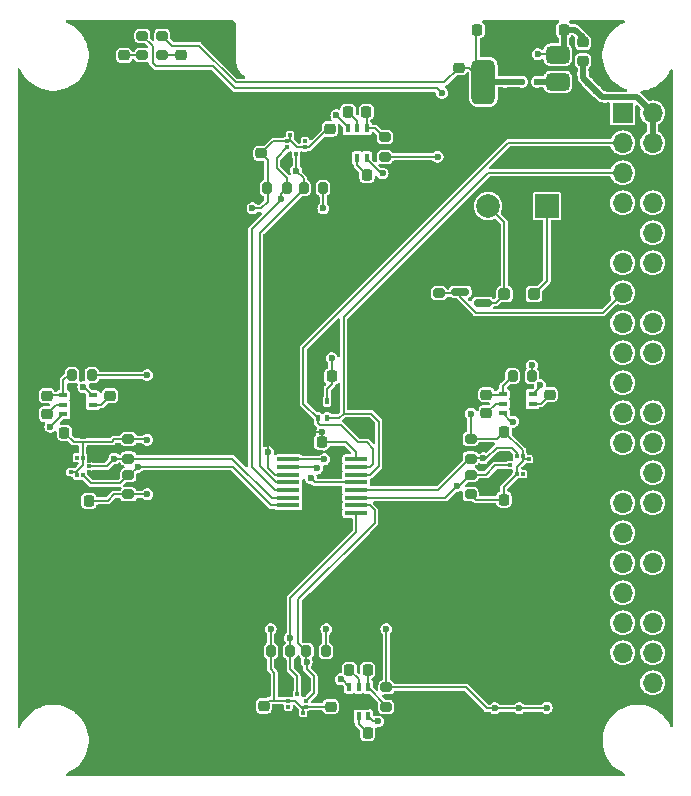
<source format=gbr>
%TF.GenerationSoftware,KiCad,Pcbnew,8.0.8*%
%TF.CreationDate,2025-09-08T09:45:39+02:00*%
%TF.ProjectId,kiba,6b696261-2e6b-4696-9361-645f70636258,rev?*%
%TF.SameCoordinates,Original*%
%TF.FileFunction,Copper,L1,Top*%
%TF.FilePolarity,Positive*%
%FSLAX46Y46*%
G04 Gerber Fmt 4.6, Leading zero omitted, Abs format (unit mm)*
G04 Created by KiCad (PCBNEW 8.0.8) date 2025-09-08 09:45:39*
%MOMM*%
%LPD*%
G01*
G04 APERTURE LIST*
G04 Aperture macros list*
%AMRoundRect*
0 Rectangle with rounded corners*
0 $1 Rounding radius*
0 $2 $3 $4 $5 $6 $7 $8 $9 X,Y pos of 4 corners*
0 Add a 4 corners polygon primitive as box body*
4,1,4,$2,$3,$4,$5,$6,$7,$8,$9,$2,$3,0*
0 Add four circle primitives for the rounded corners*
1,1,$1+$1,$2,$3*
1,1,$1+$1,$4,$5*
1,1,$1+$1,$6,$7*
1,1,$1+$1,$8,$9*
0 Add four rect primitives between the rounded corners*
20,1,$1+$1,$2,$3,$4,$5,0*
20,1,$1+$1,$4,$5,$6,$7,0*
20,1,$1+$1,$6,$7,$8,$9,0*
20,1,$1+$1,$8,$9,$2,$3,0*%
G04 Aperture macros list end*
%TA.AperFunction,SMDPad,CuDef*%
%ADD10RoundRect,0.200000X0.200000X0.275000X-0.200000X0.275000X-0.200000X-0.275000X0.200000X-0.275000X0*%
%TD*%
%TA.AperFunction,SMDPad,CuDef*%
%ADD11RoundRect,0.225000X0.225000X0.250000X-0.225000X0.250000X-0.225000X-0.250000X0.225000X-0.250000X0*%
%TD*%
%TA.AperFunction,SMDPad,CuDef*%
%ADD12RoundRect,0.200000X0.275000X-0.200000X0.275000X0.200000X-0.275000X0.200000X-0.275000X-0.200000X0*%
%TD*%
%TA.AperFunction,SMDPad,CuDef*%
%ADD13R,0.300000X0.325000*%
%TD*%
%TA.AperFunction,SMDPad,CuDef*%
%ADD14R,0.325000X0.300000*%
%TD*%
%TA.AperFunction,SMDPad,CuDef*%
%ADD15R,0.450000X0.750000*%
%TD*%
%TA.AperFunction,SMDPad,CuDef*%
%ADD16R,1.740000X1.350000*%
%TD*%
%TA.AperFunction,SMDPad,CuDef*%
%ADD17RoundRect,0.225000X-0.250000X0.225000X-0.250000X-0.225000X0.250000X-0.225000X0.250000X0.225000X0*%
%TD*%
%TA.AperFunction,SMDPad,CuDef*%
%ADD18R,1.955432X0.420766*%
%TD*%
%TA.AperFunction,SMDPad,CuDef*%
%ADD19RoundRect,0.225000X-0.225000X-0.250000X0.225000X-0.250000X0.225000X0.250000X-0.225000X0.250000X0*%
%TD*%
%TA.AperFunction,SMDPad,CuDef*%
%ADD20RoundRect,0.225000X0.250000X-0.225000X0.250000X0.225000X-0.250000X0.225000X-0.250000X-0.225000X0*%
%TD*%
%TA.AperFunction,SMDPad,CuDef*%
%ADD21RoundRect,0.375000X0.625000X0.375000X-0.625000X0.375000X-0.625000X-0.375000X0.625000X-0.375000X0*%
%TD*%
%TA.AperFunction,SMDPad,CuDef*%
%ADD22RoundRect,0.500000X0.500000X1.400000X-0.500000X1.400000X-0.500000X-1.400000X0.500000X-1.400000X0*%
%TD*%
%TA.AperFunction,SMDPad,CuDef*%
%ADD23RoundRect,0.200000X-0.275000X0.200000X-0.275000X-0.200000X0.275000X-0.200000X0.275000X0.200000X0*%
%TD*%
%TA.AperFunction,SMDPad,CuDef*%
%ADD24R,0.300000X0.500000*%
%TD*%
%TA.AperFunction,ComponentPad*%
%ADD25R,2.000000X2.000000*%
%TD*%
%TA.AperFunction,ComponentPad*%
%ADD26C,2.000000*%
%TD*%
%TA.AperFunction,SMDPad,CuDef*%
%ADD27RoundRect,0.200000X-0.200000X-0.275000X0.200000X-0.275000X0.200000X0.275000X-0.200000X0.275000X0*%
%TD*%
%TA.AperFunction,SMDPad,CuDef*%
%ADD28RoundRect,0.250000X0.250000X0.250000X-0.250000X0.250000X-0.250000X-0.250000X0.250000X-0.250000X0*%
%TD*%
%TA.AperFunction,SMDPad,CuDef*%
%ADD29RoundRect,0.218750X-0.256250X0.218750X-0.256250X-0.218750X0.256250X-0.218750X0.256250X0.218750X0*%
%TD*%
%TA.AperFunction,SMDPad,CuDef*%
%ADD30RoundRect,0.218750X0.256250X-0.218750X0.256250X0.218750X-0.256250X0.218750X-0.256250X-0.218750X0*%
%TD*%
%TA.AperFunction,SMDPad,CuDef*%
%ADD31R,0.750000X0.450000*%
%TD*%
%TA.AperFunction,SMDPad,CuDef*%
%ADD32R,1.350000X1.740000*%
%TD*%
%TA.AperFunction,ComponentPad*%
%ADD33R,1.700000X1.700000*%
%TD*%
%TA.AperFunction,ComponentPad*%
%ADD34O,1.700000X1.700000*%
%TD*%
%TA.AperFunction,SMDPad,CuDef*%
%ADD35RoundRect,0.150000X-0.587500X-0.150000X0.587500X-0.150000X0.587500X0.150000X-0.587500X0.150000X0*%
%TD*%
%TA.AperFunction,ViaPad*%
%ADD36C,0.600000*%
%TD*%
%TA.AperFunction,Conductor*%
%ADD37C,0.200000*%
%TD*%
%TA.AperFunction,Conductor*%
%ADD38C,0.500000*%
%TD*%
G04 APERTURE END LIST*
D10*
%TO.P,R1,1*%
%TO.N,+3V3*%
X139150000Y-104500000D03*
%TO.P,R1,2*%
%TO.N,/~{RESET}*%
X137500000Y-104500000D03*
%TD*%
D11*
%TO.P,C14,1*%
%TO.N,+3V3*%
X122110000Y-110945000D03*
%TO.P,C14,2*%
%TO.N,GND*%
X120560000Y-110945000D03*
%TD*%
D12*
%TO.P,R10,1*%
%TO.N,+3V3*%
X147160000Y-81810000D03*
%TO.P,R10,2*%
%TO.N,Net-(IC4-VDD)*%
X147160000Y-80160000D03*
%TD*%
%TO.P,R3,1*%
%TO.N,+3V3*%
X125460000Y-110395000D03*
%TO.P,R3,2*%
%TO.N,/Sensors/SCK_1*%
X125460000Y-108745000D03*
%TD*%
D13*
%TO.P,U4,1,VDDIO*%
%TO.N,+3V3*%
X121090000Y-108775000D03*
%TO.P,U4,2,SCK*%
%TO.N,/Sensors/SCK_1*%
X121590000Y-108775000D03*
D14*
%TO.P,U4,3,VSS_1*%
%TO.N,GND*%
X122115000Y-108525000D03*
%TO.P,U4,4,SDI*%
%TO.N,/Sensors/SDA_1*%
X122115000Y-108025000D03*
%TO.P,U4,5,SDO*%
%TO.N,GND*%
X122115000Y-107525000D03*
D13*
%TO.P,U4,6,CSB*%
%TO.N,+3V3*%
X121590000Y-107275000D03*
%TO.P,U4,7,INT*%
%TO.N,unconnected-(U4-INT-Pad7)*%
X121090000Y-107275000D03*
D14*
%TO.P,U4,8,VSS_2*%
%TO.N,GND*%
X120565000Y-107525000D03*
%TO.P,U4,9,VSS_3*%
X120565000Y-108025000D03*
%TO.P,U4,10,VDD*%
%TO.N,+3V3*%
X120565000Y-108525000D03*
%TD*%
D15*
%TO.P,IC4,1,VDD*%
%TO.N,Net-(IC4-VDD)*%
X145630000Y-79390000D03*
%TO.P,IC4,2,VSS*%
%TO.N,Net-(IC4-VSS)*%
X144830000Y-79390000D03*
%TO.P,IC4,3,SDA*%
%TO.N,/Sensors/SDA_0*%
X144030000Y-79390000D03*
%TO.P,IC4,4,N/A*%
%TO.N,GND*%
X144030000Y-81890000D03*
%TO.P,IC4,5,VDDH*%
%TO.N,Net-(IC4-VDDH)*%
X144830000Y-81890000D03*
%TO.P,IC4,6,SCL*%
%TO.N,/Sensors/SCK_0*%
X145630000Y-81890000D03*
D16*
%TO.P,IC4,7,EP*%
%TO.N,GND*%
X144830000Y-80640000D03*
%TD*%
D17*
%TO.P,C5,1*%
%TO.N,Net-(IC2-VDDH)*%
X123880000Y-102045000D03*
%TO.P,C5,2*%
%TO.N,GND*%
X123880000Y-103595000D03*
%TD*%
D18*
%TO.P,U2,1,A0*%
%TO.N,/Sensors/A0*%
X139004616Y-107425001D03*
%TO.P,U2,2,A1*%
%TO.N,/Sensors/A1*%
X139004616Y-108074999D03*
%TO.P,U2,3,RESET_N*%
%TO.N,/~{RESET}*%
X139004616Y-108725001D03*
%TO.P,U2,4,SD0*%
%TO.N,/Sensors/SDA_0*%
X139004616Y-109374999D03*
%TO.P,U2,5,SC0*%
%TO.N,/Sensors/SCK_0*%
X139004616Y-110025001D03*
%TO.P,U2,6,SD1*%
%TO.N,/Sensors/SDA_1*%
X139004616Y-110674999D03*
%TO.P,U2,7,SC1*%
%TO.N,/Sensors/SCK_1*%
X139004616Y-111325001D03*
%TO.P,U2,8,GND*%
%TO.N,GND*%
X139004616Y-111974999D03*
%TO.P,U2,9,SD2*%
%TO.N,/Sensors/SDA_3*%
X144755384Y-111974999D03*
%TO.P,U2,10,SC2*%
%TO.N,/Sensors/SCK_3*%
X144755384Y-111325001D03*
%TO.P,U2,11,SD3*%
%TO.N,/Sensors/SDA_2*%
X144755384Y-110674999D03*
%TO.P,U2,12,SC3*%
%TO.N,/Sensors/SCK_2*%
X144755384Y-110025001D03*
%TO.P,U2,13,A2*%
%TO.N,/Sensors/A2*%
X144755384Y-109374999D03*
%TO.P,U2,14,SCL*%
%TO.N,/Sensors/SCK*%
X144755384Y-108725001D03*
%TO.P,U2,15,SDA*%
%TO.N,/Sensors/SDA*%
X144755384Y-108074999D03*
%TO.P,U2,16,VCC*%
%TO.N,+3V3*%
X144755384Y-107425001D03*
%TD*%
D19*
%TO.P,C12,1*%
%TO.N,+3V3*%
X120035000Y-105160000D03*
%TO.P,C12,2*%
%TO.N,GND*%
X121585000Y-105160000D03*
%TD*%
D20*
%TO.P,C11,1*%
%TO.N,+3V3*%
X136900000Y-128305000D03*
%TO.P,C11,2*%
%TO.N,GND*%
X136900000Y-126755000D03*
%TD*%
D10*
%TO.P,R15,1*%
%TO.N,+3V3*%
X141935000Y-84440000D03*
%TO.P,R15,2*%
%TO.N,/Sensors/SDA_0*%
X140285000Y-84440000D03*
%TD*%
D21*
%TO.P,U1,1,GND*%
%TO.N,GND*%
X161805000Y-77760000D03*
%TO.P,U1,2,VO*%
%TO.N,+3V3*%
X161805000Y-75460000D03*
D22*
X155505000Y-75460000D03*
D21*
%TO.P,U1,3,VI*%
%TO.N,Net-(U1-VI)*%
X161805000Y-73160000D03*
%TD*%
D23*
%TO.P,R11,1*%
%TO.N,+3V3*%
X128325000Y-71560000D03*
%TO.P,R11,2*%
%TO.N,Net-(D3-A)*%
X128325000Y-73210000D03*
%TD*%
D19*
%TO.P,C9,1*%
%TO.N,+3V3*%
X157245000Y-110830000D03*
%TO.P,C9,2*%
%TO.N,GND*%
X158795000Y-110830000D03*
%TD*%
D23*
%TO.P,R4,1*%
%TO.N,+3V3*%
X125460000Y-105705000D03*
%TO.P,R4,2*%
%TO.N,/Sensors/SDA_1*%
X125460000Y-107355000D03*
%TD*%
D24*
%TO.P,IC1,1,SDA*%
%TO.N,/Sensors/SDA*%
X141480000Y-103910000D03*
%TO.P,IC1,2,SCL*%
%TO.N,/Sensors/SCK*%
X142280000Y-103910000D03*
%TO.P,IC1,3,VDD*%
%TO.N,+3V3*%
X142280000Y-102510000D03*
%TO.P,IC1,4,VSS*%
%TO.N,GND*%
X141480000Y-102510000D03*
%TD*%
D11*
%TO.P,C18,1*%
%TO.N,Net-(IC4-VDDH)*%
X145655000Y-83340000D03*
%TO.P,C18,2*%
%TO.N,GND*%
X144105000Y-83340000D03*
%TD*%
D23*
%TO.P,R16,1*%
%TO.N,+3V3*%
X154420000Y-105705000D03*
%TO.P,R16,2*%
%TO.N,/Sensors/SCK_2*%
X154420000Y-107355000D03*
%TD*%
D25*
%TO.P,BZ1,1,-*%
%TO.N,+5V*%
X160905785Y-85980000D03*
D26*
%TO.P,BZ1,2,+*%
%TO.N,Net-(BZ1-+)*%
X155905785Y-85980000D03*
%TD*%
D27*
%TO.P,R19,1*%
%TO.N,+3V3*%
X137505000Y-123650000D03*
%TO.P,R19,2*%
%TO.N,/Sensors/SDA_3*%
X139155000Y-123650000D03*
%TD*%
D15*
%TO.P,IC6,1,VDD*%
%TO.N,Net-(IC6-VDD)*%
X145740000Y-126680000D03*
%TO.P,IC6,2,VSS*%
%TO.N,Net-(IC6-VSS)*%
X144940000Y-126680000D03*
%TO.P,IC6,3,SDA*%
%TO.N,/Sensors/SDA_3*%
X144140000Y-126680000D03*
%TO.P,IC6,4,N/A*%
%TO.N,GND*%
X144140000Y-129180000D03*
%TO.P,IC6,5,VDDH*%
%TO.N,Net-(IC6-VDDH)*%
X144940000Y-129180000D03*
%TO.P,IC6,6,SCL*%
%TO.N,/Sensors/SCK_3*%
X145740000Y-129180000D03*
D16*
%TO.P,IC6,7,EP*%
%TO.N,GND*%
X144940000Y-127930000D03*
%TD*%
D10*
%TO.P,R6,1*%
%TO.N,+3V3*%
X122350000Y-100310000D03*
%TO.P,R6,2*%
%TO.N,Net-(IC2-VDD)*%
X120700000Y-100310000D03*
%TD*%
D19*
%TO.P,C3,1*%
%TO.N,+3V3*%
X154980000Y-71060000D03*
%TO.P,C3,2*%
%TO.N,GND*%
X156530000Y-71060000D03*
%TD*%
D28*
%TO.P,D1,1,K*%
%TO.N,+5V*%
X159785000Y-93430000D03*
%TO.P,D1,2,A*%
%TO.N,Net-(BZ1-+)*%
X157285000Y-93430000D03*
%TD*%
D17*
%TO.P,C2,1*%
%TO.N,+3V3*%
X153445000Y-74275000D03*
%TO.P,C2,2*%
%TO.N,GND*%
X153445000Y-75825000D03*
%TD*%
D13*
%TO.P,U5,1,VDDIO*%
%TO.N,+3V3*%
X158825000Y-107167500D03*
%TO.P,U5,2,SCK*%
%TO.N,/Sensors/SCK_2*%
X158325000Y-107167500D03*
D14*
%TO.P,U5,3,VSS_1*%
%TO.N,GND*%
X157800000Y-107417500D03*
%TO.P,U5,4,SDI*%
%TO.N,/Sensors/SDA_2*%
X157800000Y-107917500D03*
%TO.P,U5,5,SDO*%
%TO.N,GND*%
X157800000Y-108417500D03*
D13*
%TO.P,U5,6,CSB*%
%TO.N,+3V3*%
X158325000Y-108667500D03*
%TO.P,U5,7,INT*%
%TO.N,unconnected-(U5-INT-Pad7)*%
X158825000Y-108667500D03*
D14*
%TO.P,U5,8,VSS_2*%
%TO.N,GND*%
X159350000Y-108417500D03*
%TO.P,U5,9,VSS_3*%
X159350000Y-107917500D03*
%TO.P,U5,10,VDD*%
%TO.N,+3V3*%
X159350000Y-107417500D03*
%TD*%
D29*
%TO.P,D3,1,K*%
%TO.N,GND*%
X129875000Y-71597500D03*
%TO.P,D3,2,A*%
%TO.N,Net-(D3-A)*%
X129875000Y-73172500D03*
%TD*%
D12*
%TO.P,R17,1*%
%TO.N,+3V3*%
X154420000Y-110385000D03*
%TO.P,R17,2*%
%TO.N,/Sensors/SDA_2*%
X154420000Y-108735000D03*
%TD*%
D14*
%TO.P,U6,1,VDDIO*%
%TO.N,+3V3*%
X140490000Y-128360000D03*
%TO.P,U6,2,SCK*%
%TO.N,/Sensors/SCK_3*%
X140490000Y-127860000D03*
D13*
%TO.P,U6,3,VSS_1*%
%TO.N,GND*%
X140240000Y-127335000D03*
%TO.P,U6,4,SDI*%
%TO.N,/Sensors/SDA_3*%
X139740000Y-127335000D03*
%TO.P,U6,5,SDO*%
%TO.N,GND*%
X139240000Y-127335000D03*
D14*
%TO.P,U6,6,CSB*%
%TO.N,+3V3*%
X138990000Y-127860000D03*
%TO.P,U6,7,INT*%
%TO.N,unconnected-(U6-INT-Pad7)*%
X138990000Y-128360000D03*
D13*
%TO.P,U6,8,VSS_2*%
%TO.N,GND*%
X139240000Y-128885000D03*
%TO.P,U6,9,VSS_3*%
X139740000Y-128885000D03*
%TO.P,U6,10,VDD*%
%TO.N,+3V3*%
X140240000Y-128885000D03*
%TD*%
D17*
%TO.P,C20,1*%
%TO.N,Net-(IC3-VDDH)*%
X161120000Y-101945000D03*
%TO.P,C20,2*%
%TO.N,GND*%
X161120000Y-103495000D03*
%TD*%
D10*
%TO.P,R22,1*%
%TO.N,+3V3*%
X159625000Y-100380000D03*
%TO.P,R22,2*%
%TO.N,Net-(IC3-VDD)*%
X157975000Y-100380000D03*
%TD*%
D20*
%TO.P,C13,1*%
%TO.N,+3V3*%
X142570000Y-128355000D03*
%TO.P,C13,2*%
%TO.N,GND*%
X142570000Y-126805000D03*
%TD*%
D23*
%TO.P,R8,1*%
%TO.N,/BUZZ*%
X151752500Y-93355000D03*
%TO.P,R8,2*%
%TO.N,GND*%
X151752500Y-95005000D03*
%TD*%
D11*
%TO.P,C17,1*%
%TO.N,+3V3*%
X142675000Y-100410000D03*
%TO.P,C17,2*%
%TO.N,GND*%
X141125000Y-100410000D03*
%TD*%
D30*
%TO.P,F1,1*%
%TO.N,+5V*%
X163945000Y-73687500D03*
%TO.P,F1,2*%
%TO.N,Net-(U1-VI)*%
X163945000Y-72112500D03*
%TD*%
D11*
%TO.P,C21,1*%
%TO.N,Net-(IC6-VDD)*%
X145715000Y-125280000D03*
%TO.P,C21,2*%
%TO.N,Net-(IC6-VSS)*%
X144165000Y-125280000D03*
%TD*%
%TO.P,C22,1*%
%TO.N,Net-(IC6-VDDH)*%
X145715000Y-130580000D03*
%TO.P,C22,2*%
%TO.N,GND*%
X144165000Y-130580000D03*
%TD*%
D27*
%TO.P,R14,1*%
%TO.N,+3V3*%
X137205000Y-84450000D03*
%TO.P,R14,2*%
%TO.N,/Sensors/SCK_0*%
X138855000Y-84450000D03*
%TD*%
D31*
%TO.P,IC3,1,VDD*%
%TO.N,Net-(IC3-VDD)*%
X157170000Y-101920000D03*
%TO.P,IC3,2,VSS*%
%TO.N,Net-(IC3-VSS)*%
X157170000Y-102720000D03*
%TO.P,IC3,3,SDA*%
%TO.N,/Sensors/SDA_2*%
X157170000Y-103520000D03*
%TO.P,IC3,4,N/A*%
%TO.N,GND*%
X159670000Y-103520000D03*
%TO.P,IC3,5,VDDH*%
%TO.N,Net-(IC3-VDDH)*%
X159670000Y-102720000D03*
%TO.P,IC3,6,SCL*%
%TO.N,/Sensors/SCK_2*%
X159670000Y-101920000D03*
D32*
%TO.P,IC3,7,EP*%
%TO.N,GND*%
X158420000Y-102720000D03*
%TD*%
D17*
%TO.P,C4,1*%
%TO.N,Net-(IC2-VDD)*%
X118535000Y-102045000D03*
%TO.P,C4,2*%
%TO.N,Net-(IC2-VSS)*%
X118535000Y-103595000D03*
%TD*%
D33*
%TO.P,J1,1,3V3*%
%TO.N,unconnected-(J1-3V3-Pad1)*%
X167305000Y-78090000D03*
D34*
%TO.P,J1,2,5V*%
%TO.N,+5V*%
X169845000Y-78090000D03*
%TO.P,J1,3,SDA/GPIO2*%
%TO.N,/Sensors/SDA*%
X167305000Y-80630000D03*
%TO.P,J1,4,5V*%
%TO.N,+5V*%
X169845000Y-80630000D03*
%TO.P,J1,5,SCL/GPIO3*%
%TO.N,/Sensors/SCK*%
X167305000Y-83170000D03*
%TO.P,J1,6,GND*%
%TO.N,GND*%
X169845000Y-83170000D03*
%TO.P,J1,7,GCLK0/GPIO4*%
%TO.N,unconnected-(J1-GCLK0{slash}GPIO4-Pad7)*%
X167305000Y-85710000D03*
%TO.P,J1,8,GPIO14/TXD*%
%TO.N,unconnected-(J1-GPIO14{slash}TXD-Pad8)*%
X169845000Y-85710000D03*
%TO.P,J1,9,GND*%
%TO.N,GND*%
X167305000Y-88250000D03*
%TO.P,J1,10,GPIO15/RXD*%
%TO.N,unconnected-(J1-GPIO15{slash}RXD-Pad10)*%
X169845000Y-88250000D03*
%TO.P,J1,11,GPIO17*%
%TO.N,unconnected-(J1-GPIO17-Pad11)*%
X167305000Y-90790000D03*
%TO.P,J1,12,GPIO18/PWM0*%
%TO.N,unconnected-(J1-GPIO18{slash}PWM0-Pad12)*%
X169845000Y-90790000D03*
%TO.P,J1,13,GPIO27*%
%TO.N,/BUZZ*%
X167305000Y-93330000D03*
%TO.P,J1,14,GND*%
%TO.N,GND*%
X169845000Y-93330000D03*
%TO.P,J1,15,GPIO22*%
%TO.N,unconnected-(J1-GPIO22-Pad15)*%
X167305000Y-95870000D03*
%TO.P,J1,16,GPIO23*%
%TO.N,unconnected-(J1-GPIO23-Pad16)*%
X169845000Y-95870000D03*
%TO.P,J1,17,3V3*%
%TO.N,unconnected-(J1-3V3-Pad17)*%
X167305000Y-98410000D03*
%TO.P,J1,18,GPIO24*%
%TO.N,unconnected-(J1-GPIO24-Pad18)*%
X169845000Y-98410000D03*
%TO.P,J1,19,MOSI0/GPIO10*%
%TO.N,unconnected-(J1-MOSI0{slash}GPIO10-Pad19)*%
X167305000Y-100950000D03*
%TO.P,J1,20,GND*%
%TO.N,GND*%
X169845000Y-100950000D03*
%TO.P,J1,21,MISO0/GPIO9*%
%TO.N,unconnected-(J1-MISO0{slash}GPIO9-Pad21)*%
X167305000Y-103490000D03*
%TO.P,J1,22,GPIO25*%
%TO.N,unconnected-(J1-GPIO25-Pad22)*%
X169845000Y-103490000D03*
%TO.P,J1,23,SCLK0/GPIO11*%
%TO.N,unconnected-(J1-SCLK0{slash}GPIO11-Pad23)*%
X167305000Y-106030000D03*
%TO.P,J1,24,~{CE0}/GPIO8*%
%TO.N,unconnected-(J1-~{CE0}{slash}GPIO8-Pad24)*%
X169845000Y-106030000D03*
%TO.P,J1,25,GND*%
%TO.N,GND*%
X167305000Y-108570000D03*
%TO.P,J1,26,~{CE1}/GPIO7*%
%TO.N,unconnected-(J1-~{CE1}{slash}GPIO7-Pad26)*%
X169845000Y-108570000D03*
%TO.P,J1,27,ID_SD/GPIO0*%
%TO.N,unconnected-(J1-ID_SD{slash}GPIO0-Pad27)*%
X167305000Y-111110000D03*
%TO.P,J1,28,ID_SC/GPIO1*%
%TO.N,unconnected-(J1-ID_SC{slash}GPIO1-Pad28)*%
X169845000Y-111110000D03*
%TO.P,J1,29,GCLK1/GPIO5*%
%TO.N,unconnected-(J1-GCLK1{slash}GPIO5-Pad29)*%
X167305000Y-113650000D03*
%TO.P,J1,30,GND*%
%TO.N,GND*%
X169845000Y-113650000D03*
%TO.P,J1,31,GCLK2/GPIO6*%
%TO.N,unconnected-(J1-GCLK2{slash}GPIO6-Pad31)*%
X167305000Y-116190000D03*
%TO.P,J1,32,PWM0/GPIO12*%
%TO.N,unconnected-(J1-PWM0{slash}GPIO12-Pad32)*%
X169845000Y-116190000D03*
%TO.P,J1,33,PWM1/GPIO13*%
%TO.N,unconnected-(J1-PWM1{slash}GPIO13-Pad33)*%
X167305000Y-118730000D03*
%TO.P,J1,34,GND*%
%TO.N,GND*%
X169845000Y-118730000D03*
%TO.P,J1,35,GPIO19/MISO1*%
%TO.N,unconnected-(J1-GPIO19{slash}MISO1-Pad35)*%
X167305000Y-121270000D03*
%TO.P,J1,36,GPIO16*%
%TO.N,unconnected-(J1-GPIO16-Pad36)*%
X169845000Y-121270000D03*
%TO.P,J1,37,GPIO26*%
%TO.N,/~{RESET}*%
X167305000Y-123810000D03*
%TO.P,J1,38,GPIO20/MOSI1*%
%TO.N,unconnected-(J1-GPIO20{slash}MOSI1-Pad38)*%
X169845000Y-123810000D03*
%TO.P,J1,39,GND*%
%TO.N,GND*%
X167305000Y-126350000D03*
%TO.P,J1,40,GPIO21/SCLK1*%
%TO.N,unconnected-(J1-GPIO21{slash}SCLK1-Pad40)*%
X169845000Y-126350000D03*
%TD*%
D19*
%TO.P,C10,1*%
%TO.N,+3V3*%
X157265000Y-105070000D03*
%TO.P,C10,2*%
%TO.N,GND*%
X158815000Y-105070000D03*
%TD*%
D10*
%TO.P,R18,1*%
%TO.N,+3V3*%
X142175000Y-123650000D03*
%TO.P,R18,2*%
%TO.N,/Sensors/SCK_3*%
X140525000Y-123650000D03*
%TD*%
D12*
%TO.P,R9,1*%
%TO.N,Net-(D2-A)*%
X126645000Y-73215000D03*
%TO.P,R9,2*%
%TO.N,Net-(U1-VI)*%
X126645000Y-71565000D03*
%TD*%
D17*
%TO.P,C15,1*%
%TO.N,Net-(IC3-VDD)*%
X155770000Y-101945000D03*
%TO.P,C15,2*%
%TO.N,Net-(IC3-VSS)*%
X155770000Y-103495000D03*
%TD*%
D31*
%TO.P,IC2,1,VDD*%
%TO.N,Net-(IC2-VDD)*%
X119930000Y-102020000D03*
%TO.P,IC2,2,VSS*%
%TO.N,Net-(IC2-VSS)*%
X119930000Y-102820000D03*
%TO.P,IC2,3,SDA*%
%TO.N,/Sensors/SDA_1*%
X119930000Y-103620000D03*
%TO.P,IC2,4,N/A*%
%TO.N,GND*%
X122430000Y-103620000D03*
%TO.P,IC2,5,VDDH*%
%TO.N,Net-(IC2-VDDH)*%
X122430000Y-102820000D03*
%TO.P,IC2,6,SCL*%
%TO.N,/Sensors/SCK_1*%
X122430000Y-102020000D03*
D32*
%TO.P,IC2,7,EP*%
%TO.N,GND*%
X121180000Y-102820000D03*
%TD*%
D29*
%TO.P,D2,1,K*%
%TO.N,GND*%
X125095000Y-71652500D03*
%TO.P,D2,2,A*%
%TO.N,Net-(D2-A)*%
X125095000Y-73227500D03*
%TD*%
D17*
%TO.P,C7,1*%
%TO.N,+3V3*%
X142515000Y-79455000D03*
%TO.P,C7,2*%
%TO.N,GND*%
X142515000Y-81005000D03*
%TD*%
D11*
%TO.P,C1,1*%
%TO.N,Net-(U1-VI)*%
X162330000Y-71060000D03*
%TO.P,C1,2*%
%TO.N,GND*%
X160780000Y-71060000D03*
%TD*%
D35*
%TO.P,Q1,1,G*%
%TO.N,/BUZZ*%
X153565000Y-93230000D03*
%TO.P,Q1,2,S*%
%TO.N,GND*%
X153565000Y-95130000D03*
%TO.P,Q1,3,D*%
%TO.N,Net-(BZ1-+)*%
X155440000Y-94180000D03*
%TD*%
D11*
%TO.P,C16,1*%
%TO.N,Net-(IC4-VDD)*%
X145605000Y-77990000D03*
%TO.P,C16,2*%
%TO.N,Net-(IC4-VSS)*%
X144055000Y-77990000D03*
%TD*%
%TO.P,C6,1*%
%TO.N,+3V3*%
X141825384Y-105990000D03*
%TO.P,C6,2*%
%TO.N,GND*%
X140275384Y-105990000D03*
%TD*%
D23*
%TO.P,R25,1*%
%TO.N,+3V3*%
X147295000Y-126735000D03*
%TO.P,R25,2*%
%TO.N,Net-(IC6-VDD)*%
X147295000Y-128385000D03*
%TD*%
D14*
%TO.P,U3,1,VDDIO*%
%TO.N,+3V3*%
X138900000Y-80515000D03*
%TO.P,U3,2,SCK*%
%TO.N,/Sensors/SCK_0*%
X138900000Y-81015000D03*
D13*
%TO.P,U3,3,VSS_1*%
%TO.N,GND*%
X139150000Y-81540000D03*
%TO.P,U3,4,SDI*%
%TO.N,/Sensors/SDA_0*%
X139650000Y-81540000D03*
%TO.P,U3,5,SDO*%
%TO.N,GND*%
X140150000Y-81540000D03*
D14*
%TO.P,U3,6,CSB*%
%TO.N,+3V3*%
X140400000Y-81015000D03*
%TO.P,U3,7,INT*%
%TO.N,unconnected-(U3-INT-Pad7)*%
X140400000Y-80515000D03*
D13*
%TO.P,U3,8,VSS_2*%
%TO.N,GND*%
X140150000Y-79990000D03*
%TO.P,U3,9,VSS_3*%
X139650000Y-79990000D03*
%TO.P,U3,10,VDD*%
%TO.N,+3V3*%
X139150000Y-79990000D03*
%TD*%
D20*
%TO.P,C8,1*%
%TO.N,+3V3*%
X136710000Y-81515000D03*
%TO.P,C8,2*%
%TO.N,GND*%
X136710000Y-79965000D03*
%TD*%
D36*
%TO.N,+5V*%
X163945000Y-74750000D03*
X165795000Y-76750000D03*
X165020000Y-76225000D03*
X164345000Y-75550000D03*
%TO.N,GND*%
X138620000Y-96580000D03*
X158375000Y-133360000D03*
X124170000Y-112910000D03*
X145470000Y-95500000D03*
X128020000Y-108920000D03*
X134720000Y-105590000D03*
X127840000Y-104140000D03*
X138590384Y-106124999D03*
X142300000Y-132230000D03*
X158510000Y-91760000D03*
X148525000Y-130320000D03*
X154790000Y-92010000D03*
X163660000Y-102860000D03*
X128455000Y-102290000D03*
X122475000Y-106685000D03*
X163590000Y-97600000D03*
X157040000Y-78930000D03*
X153550000Y-96670000D03*
X154240000Y-81510000D03*
X148300000Y-104580000D03*
X151780000Y-96450000D03*
X148330000Y-101980000D03*
X150830000Y-84930000D03*
X134860000Y-125660000D03*
X138535000Y-126880000D03*
X149700000Y-86140000D03*
X152170000Y-83790000D03*
X157044265Y-107195735D03*
X132880000Y-83200000D03*
X144250000Y-84120000D03*
X124560000Y-96170000D03*
X140450000Y-126540000D03*
X138050000Y-121020000D03*
X143020000Y-102360000D03*
X148520000Y-87330000D03*
X145210000Y-104760000D03*
X133560000Y-78850000D03*
X127970000Y-100160000D03*
X162305000Y-133650000D03*
X143180000Y-123700000D03*
X141360000Y-81860000D03*
X147770000Y-112460000D03*
X160050000Y-108190000D03*
X145490000Y-97190000D03*
X159890000Y-105450000D03*
X154815000Y-131590000D03*
X128410000Y-105370000D03*
X141750000Y-93870000D03*
X123040000Y-104790000D03*
X138050000Y-79780000D03*
X161320000Y-112320000D03*
X156060000Y-99180000D03*
X138940000Y-129830000D03*
X152340000Y-105150000D03*
X119760000Y-106840000D03*
X140670000Y-77740000D03*
X122860000Y-108750000D03*
X136320000Y-125790000D03*
X158760000Y-71040000D03*
X141000000Y-101690000D03*
X147360000Y-88580000D03*
X157950000Y-78010000D03*
X140850000Y-129830000D03*
X142660000Y-96800000D03*
X135630000Y-83730000D03*
X144620000Y-120550000D03*
X138770000Y-82320000D03*
X157070000Y-108620000D03*
X158490000Y-85700000D03*
X141120000Y-87220000D03*
X147820000Y-108750000D03*
X146680000Y-97240000D03*
X137880000Y-101230000D03*
X137070000Y-113210000D03*
X157210000Y-123260000D03*
X142820000Y-110700000D03*
X155150000Y-80740000D03*
X159030000Y-114240000D03*
X118710000Y-110780000D03*
X151395000Y-79960000D03*
X125110000Y-103610000D03*
X140560000Y-113180000D03*
X153240000Y-82680000D03*
X146690000Y-95440000D03*
X156170000Y-79910000D03*
X141480000Y-97840000D03*
X153420000Y-77130000D03*
X151390000Y-127530000D03*
%TO.N,+3V3*%
X127050000Y-100290000D03*
X142220000Y-121800000D03*
X142670000Y-98850000D03*
X158540000Y-128490000D03*
X158805000Y-75460000D03*
X154445000Y-103555000D03*
X135960000Y-86170000D03*
X157295000Y-75460000D03*
X156490000Y-128510000D03*
X141950000Y-86170000D03*
X147290000Y-121800000D03*
X160870000Y-128470000D03*
X160045000Y-75460000D03*
X151627500Y-81817500D03*
X127050000Y-105770000D03*
X159630000Y-99480000D03*
X137500000Y-121800000D03*
X141820000Y-105150000D03*
X127050000Y-110390000D03*
%TO.N,/Sensors/SDA_1*%
X118850000Y-104660000D03*
X124265000Y-107360000D03*
%TO.N,/Sensors/SDA_0*%
X143050000Y-78300000D03*
X139650000Y-82975000D03*
%TO.N,/Sensors/SCK_1*%
X126240000Y-108050000D03*
X121640000Y-101310000D03*
%TO.N,/Sensors/SCK_0*%
X146970000Y-83220000D03*
X138355000Y-85400000D03*
%TO.N,/Sensors/SCK_2*%
X160317230Y-101159793D03*
X155500000Y-107335000D03*
%TO.N,/Sensors/SDA_2*%
X158010000Y-104230000D03*
X153280000Y-109680000D03*
%TO.N,/~{RESET}*%
X137300000Y-106820000D03*
%TO.N,/Sensors/SCK_3*%
X146580000Y-129620000D03*
X140550000Y-124580000D03*
%TO.N,/Sensors/SDA_3*%
X139145000Y-122550000D03*
X143430055Y-126051501D03*
%TO.N,/Sensors/A2*%
X140920000Y-109040000D03*
%TO.N,/Sensors/A1*%
X141450000Y-108180000D03*
%TO.N,/Sensors/A0*%
X142050000Y-107410000D03*
%TO.N,Net-(U1-VI)*%
X160105000Y-73130000D03*
X151995000Y-76410000D03*
%TD*%
D37*
%TO.N,+3V3*%
X140500000Y-104500000D02*
X139150000Y-104500000D01*
X141820000Y-105150000D02*
X141150000Y-105150000D01*
X141150000Y-105150000D02*
X140500000Y-104500000D01*
%TO.N,/~{RESET}*%
X137500000Y-106000000D02*
X137500000Y-104500000D01*
X137300000Y-106200000D02*
X137500000Y-106000000D01*
X137300000Y-106820000D02*
X137300000Y-106200000D01*
%TO.N,Net-(BZ1-+)*%
X155440000Y-94180000D02*
X156535000Y-94180000D01*
X156535000Y-94180000D02*
X157285000Y-93430000D01*
X157285000Y-87359215D02*
X157285000Y-93430000D01*
X155905785Y-85980000D02*
X157285000Y-87359215D01*
D38*
%TO.N,+5V*%
X165545000Y-76750000D02*
X168505000Y-76750000D01*
X163945000Y-75150000D02*
X165545000Y-76750000D01*
X169845000Y-78090000D02*
X169845000Y-80630000D01*
X163945000Y-73687500D02*
X163945000Y-75150000D01*
D37*
X160895000Y-92320000D02*
X160895000Y-85990785D01*
X160895000Y-85990785D02*
X160905785Y-85980000D01*
X159785000Y-93430000D02*
X160895000Y-92320000D01*
D38*
X168505000Y-76750000D02*
X169845000Y-78090000D01*
D37*
%TO.N,GND*%
X140140385Y-106124999D02*
X138590384Y-106124999D01*
X140275384Y-105990000D02*
X140140385Y-106124999D01*
%TO.N,Net-(IC2-VSS)*%
X119310000Y-102820000D02*
X118535000Y-103595000D01*
X119930000Y-102820000D02*
X119310000Y-102820000D01*
X118535000Y-103595000D02*
X118520000Y-103580000D01*
%TO.N,Net-(IC2-VDD)*%
X120165000Y-100490000D02*
X119930000Y-100725000D01*
X120695000Y-100490000D02*
X120165000Y-100490000D01*
X118560000Y-102020000D02*
X118535000Y-102045000D01*
X119930000Y-102020000D02*
X118560000Y-102020000D01*
X119930000Y-100725000D02*
X119930000Y-102020000D01*
%TO.N,Net-(IC2-VDDH)*%
X123105000Y-102820000D02*
X123880000Y-102045000D01*
X122430000Y-102820000D02*
X123105000Y-102820000D01*
%TO.N,+3V3*%
X124040000Y-105935000D02*
X124265000Y-105710000D01*
X140475000Y-128375000D02*
X140490000Y-128360000D01*
X154445000Y-103555000D02*
X154420000Y-103580000D01*
X137790000Y-127840000D02*
X137790000Y-125485000D01*
X137715000Y-80515000D02*
X138900000Y-80515000D01*
X154980000Y-71060000D02*
X154920000Y-71120000D01*
X147295000Y-126735000D02*
X154010000Y-126735000D01*
X121090000Y-108775000D02*
X121090000Y-108412500D01*
X158825000Y-107167500D02*
X158825000Y-106630000D01*
D38*
X155505000Y-75460000D02*
X157295000Y-75460000D01*
D37*
X154920000Y-71120000D02*
X154920000Y-74875000D01*
X156490000Y-128510000D02*
X158520000Y-128510000D01*
X154420000Y-110385000D02*
X154865000Y-110830000D01*
X142675000Y-98855000D02*
X142670000Y-98850000D01*
X120035000Y-105160000D02*
X120810000Y-105935000D01*
X142175000Y-123650000D02*
X142175000Y-121845000D01*
X143910000Y-105990000D02*
X144755384Y-106835384D01*
X147295000Y-126735000D02*
X147295000Y-124780000D01*
X154420000Y-105685000D02*
X156650000Y-105685000D01*
X136900000Y-128305000D02*
X137345000Y-127860000D01*
X154865000Y-110830000D02*
X157245000Y-110830000D01*
X139150000Y-80402500D02*
X139278750Y-80531250D01*
X140400000Y-81015000D02*
X139762500Y-81015000D01*
X139762500Y-81015000D02*
X139278750Y-80531250D01*
X138990000Y-127860000D02*
X139577500Y-127860000D01*
X158325000Y-108080000D02*
X158825000Y-107580000D01*
X154420000Y-103580000D02*
X154420000Y-105685000D01*
X137260000Y-85630000D02*
X137260000Y-82065000D01*
X153445000Y-74275000D02*
X154320000Y-74275000D01*
X141935000Y-84440000D02*
X141935000Y-86155000D01*
X157245000Y-110830000D02*
X157245000Y-109747500D01*
X154010000Y-126735000D02*
X155785000Y-128510000D01*
X147290000Y-124775000D02*
X147290000Y-121800000D01*
X135960000Y-86170000D02*
X136720000Y-86170000D01*
X121248750Y-108253750D02*
X121590000Y-107912500D01*
X131455000Y-72400000D02*
X134575000Y-75520000D01*
X154980000Y-74935000D02*
X155505000Y-75460000D01*
X121590000Y-107275000D02*
X121590000Y-105975000D01*
X137495000Y-121805000D02*
X137500000Y-121800000D01*
X120555000Y-108535000D02*
X120565000Y-108525000D01*
X138900000Y-80515000D02*
X139262500Y-80515000D01*
X140092500Y-128375000D02*
X140475000Y-128375000D01*
X142280000Y-101440000D02*
X142675000Y-101045000D01*
X157245000Y-109747500D02*
X158325000Y-108667500D01*
X124235000Y-110395000D02*
X125460000Y-110395000D01*
X139577500Y-127860000D02*
X140092500Y-128375000D01*
X154320000Y-74275000D02*
X155505000Y-75460000D01*
X147295000Y-124780000D02*
X147290000Y-124775000D01*
X144755384Y-106835384D02*
X144755384Y-107425001D01*
D38*
X157295000Y-75460000D02*
X158805000Y-75460000D01*
D37*
X141825384Y-105990000D02*
X141825384Y-105155384D01*
X129165000Y-72400000D02*
X131455000Y-72400000D01*
X140240000Y-128885000D02*
X140240000Y-128522500D01*
X141825384Y-105155384D02*
X141820000Y-105150000D01*
X140490000Y-128360000D02*
X142565000Y-128360000D01*
X123685000Y-110945000D02*
X124235000Y-110395000D01*
X159350000Y-107417500D02*
X158987500Y-107417500D01*
D38*
X160045000Y-75460000D02*
X161805000Y-75460000D01*
D37*
X122110000Y-110945000D02*
X123685000Y-110945000D01*
X137345000Y-127860000D02*
X137680000Y-127860000D01*
X159625000Y-99485000D02*
X159630000Y-99480000D01*
X140240000Y-128522500D02*
X140077500Y-128360000D01*
X126990000Y-105710000D02*
X124265000Y-105710000D01*
X154920000Y-74875000D02*
X155505000Y-75460000D01*
X137790000Y-125485000D02*
X137495000Y-125190000D01*
X158987500Y-107417500D02*
X158825000Y-107580000D01*
X136715000Y-81515000D02*
X137715000Y-80515000D01*
X159625000Y-100380000D02*
X159625000Y-99485000D01*
X120565000Y-108525000D02*
X120977500Y-108525000D01*
X158825000Y-107580000D02*
X158840000Y-107565000D01*
X137260000Y-82065000D02*
X136710000Y-81515000D01*
X137495000Y-125190000D02*
X137495000Y-121805000D01*
X127045000Y-110395000D02*
X127050000Y-110390000D01*
X137680000Y-127860000D02*
X138990000Y-127860000D01*
X154730000Y-74685000D02*
X155505000Y-75460000D01*
X158540000Y-128490000D02*
X160850000Y-128490000D01*
X120810000Y-105935000D02*
X121630000Y-105935000D01*
X155785000Y-128510000D02*
X156490000Y-128510000D01*
X140077500Y-128360000D02*
X140092500Y-128375000D01*
X139150000Y-79990000D02*
X139150000Y-80402500D01*
X142565000Y-128360000D02*
X142570000Y-128355000D01*
X125460000Y-110395000D02*
X127045000Y-110395000D01*
X136680000Y-81515000D02*
X136710000Y-81515000D01*
X121090000Y-108412500D02*
X121248750Y-108253750D01*
X141825384Y-105990000D02*
X143910000Y-105990000D01*
X158520000Y-128510000D02*
X158540000Y-128490000D01*
X139262500Y-80515000D02*
X139278750Y-80531250D01*
X140740000Y-81015000D02*
X142300000Y-79455000D01*
X136710000Y-81515000D02*
X136715000Y-81515000D01*
X156650000Y-105685000D02*
X157265000Y-105070000D01*
X142675000Y-101045000D02*
X142675000Y-100410000D01*
X121630000Y-105935000D02*
X124040000Y-105935000D01*
X158825000Y-106630000D02*
X157265000Y-105070000D01*
X127050000Y-105770000D02*
X126990000Y-105710000D01*
X142300000Y-79455000D02*
X142515000Y-79455000D01*
X160850000Y-128490000D02*
X160870000Y-128470000D01*
X121590000Y-105975000D02*
X121630000Y-105935000D01*
X152200000Y-75520000D02*
X153445000Y-74275000D01*
X151620000Y-81810000D02*
X151627500Y-81817500D01*
X141935000Y-86155000D02*
X141950000Y-86170000D01*
X142175000Y-121845000D02*
X142220000Y-121800000D01*
X158840000Y-107565000D02*
X158840000Y-107182500D01*
X142675000Y-100410000D02*
X142675000Y-98855000D01*
X120977500Y-108525000D02*
X121248750Y-108253750D01*
X127030000Y-100310000D02*
X127050000Y-100290000D01*
X158840000Y-107182500D02*
X158825000Y-107167500D01*
X134575000Y-75520000D02*
X152200000Y-75520000D01*
X147160000Y-81810000D02*
X151620000Y-81810000D01*
X136720000Y-86170000D02*
X137260000Y-85630000D01*
X121590000Y-107912500D02*
X121590000Y-107275000D01*
X158325000Y-108667500D02*
X158325000Y-108080000D01*
X122350000Y-100310000D02*
X127030000Y-100310000D01*
X128325000Y-71560000D02*
X129165000Y-72400000D01*
X140400000Y-81015000D02*
X140740000Y-81015000D01*
X142280000Y-102510000D02*
X142280000Y-101440000D01*
%TO.N,Net-(IC3-VDD)*%
X157170000Y-101920000D02*
X157170000Y-101185000D01*
X157145000Y-101945000D02*
X157170000Y-101920000D01*
X157170000Y-101185000D02*
X157975000Y-100380000D01*
X155770000Y-101945000D02*
X157145000Y-101945000D01*
%TO.N,Net-(IC3-VSS)*%
X157170000Y-102720000D02*
X156545000Y-102720000D01*
X156545000Y-102720000D02*
X155770000Y-103495000D01*
%TO.N,Net-(IC4-VSS)*%
X144830000Y-78765000D02*
X144055000Y-77990000D01*
X144830000Y-79390000D02*
X144830000Y-78765000D01*
%TO.N,Net-(IC4-VDD)*%
X147100000Y-80160000D02*
X146330000Y-79390000D01*
X146330000Y-79390000D02*
X145630000Y-79390000D01*
X145630000Y-78015000D02*
X145605000Y-77990000D01*
X145630000Y-79390000D02*
X145630000Y-78015000D01*
%TO.N,Net-(IC4-VDDH)*%
X144830000Y-82515000D02*
X145655000Y-83340000D01*
X144830000Y-81890000D02*
X144830000Y-82515000D01*
%TO.N,Net-(IC3-VDDH)*%
X159670000Y-102720000D02*
X160345000Y-102720000D01*
X160345000Y-102720000D02*
X161120000Y-101945000D01*
%TO.N,Net-(IC6-VDD)*%
X147295000Y-128275000D02*
X147295000Y-128385000D01*
X145715000Y-126655000D02*
X145740000Y-126680000D01*
X145740000Y-126720000D02*
X147295000Y-128275000D01*
X145740000Y-126680000D02*
X145740000Y-126720000D01*
X145715000Y-125280000D02*
X145715000Y-126655000D01*
%TO.N,Net-(IC6-VSS)*%
X144940000Y-126055000D02*
X144940000Y-126680000D01*
X144165000Y-125280000D02*
X144940000Y-126055000D01*
%TO.N,Net-(IC6-VDDH)*%
X144940000Y-129805000D02*
X144940000Y-129180000D01*
X145715000Y-130580000D02*
X144940000Y-129805000D01*
%TO.N,/Sensors/SDA_1*%
X123600000Y-108025000D02*
X124265000Y-107360000D01*
X119890000Y-103620000D02*
X118850000Y-104660000D01*
X137584999Y-110674999D02*
X139004616Y-110674999D01*
X124265000Y-107360000D02*
X125455000Y-107360000D01*
X134265000Y-107355000D02*
X137584999Y-110674999D01*
X125460000Y-107355000D02*
X134265000Y-107355000D01*
X119930000Y-103620000D02*
X119890000Y-103620000D01*
X122115000Y-108025000D02*
X123600000Y-108025000D01*
X125455000Y-107360000D02*
X125460000Y-107355000D01*
%TO.N,/Sensors/SDA_0*%
X143050000Y-78300000D02*
X144030000Y-79280000D01*
X140285000Y-83610000D02*
X140285000Y-84555000D01*
X136570000Y-107994167D02*
X137950832Y-109374999D01*
X137950832Y-109374999D02*
X139004616Y-109374999D01*
X144030000Y-79280000D02*
X144030000Y-79390000D01*
X139650000Y-81540000D02*
X139650000Y-82975000D01*
X139650000Y-82975000D02*
X140285000Y-83610000D01*
X140285000Y-84555000D02*
X136570000Y-88270000D01*
X136570000Y-88270000D02*
X136570000Y-107994167D01*
%TO.N,/Sensors/SCK_1*%
X125545000Y-108745000D02*
X126240000Y-108050000D01*
X121590000Y-108775000D02*
X121590000Y-108787500D01*
X121680000Y-101310000D02*
X122390000Y-102020000D01*
X122252500Y-109450000D02*
X124755000Y-109450000D01*
X124755000Y-109450000D02*
X125460000Y-108745000D01*
X125460000Y-108745000D02*
X125545000Y-108745000D01*
X122390000Y-102020000D02*
X122430000Y-102020000D01*
X137565001Y-111325001D02*
X139004616Y-111325001D01*
X134290000Y-108050000D02*
X137565001Y-111325001D01*
X121640000Y-101310000D02*
X121680000Y-101310000D01*
X121590000Y-108787500D02*
X122252500Y-109450000D01*
X126240000Y-108050000D02*
X134290000Y-108050000D01*
%TO.N,/Sensors/SCK_0*%
X138855000Y-84450000D02*
X138355000Y-84950000D01*
X135920000Y-108078482D02*
X137866519Y-110025001D01*
X138855000Y-83620000D02*
X138855000Y-84450000D01*
X138355000Y-85555000D02*
X138275000Y-85555000D01*
X138275000Y-85555000D02*
X135920000Y-87910000D01*
X135920000Y-87910000D02*
X135920000Y-108078482D01*
X146840000Y-83220000D02*
X145630000Y-82010000D01*
X137866519Y-110025001D02*
X139004616Y-110025001D01*
X138900000Y-81015000D02*
X138020000Y-81895000D01*
X145630000Y-82010000D02*
X145630000Y-81890000D01*
X138355000Y-84950000D02*
X138355000Y-85400000D01*
X138020000Y-81895000D02*
X138020000Y-82785000D01*
X138020000Y-82785000D02*
X138855000Y-83620000D01*
X146970000Y-83220000D02*
X146840000Y-83220000D01*
%TO.N,/Sensors/SCK_2*%
X157910000Y-106460000D02*
X158325000Y-106875000D01*
X144755384Y-110025001D02*
X151704999Y-110025001D01*
X151704999Y-110025001D02*
X154395000Y-107335000D01*
X156640000Y-106460000D02*
X157910000Y-106460000D01*
X154395000Y-107335000D02*
X155765000Y-107335000D01*
X160317230Y-101159793D02*
X160317230Y-101272770D01*
X158325000Y-106875000D02*
X158325000Y-107167500D01*
X160317230Y-101272770D02*
X159670000Y-101920000D01*
X155765000Y-107335000D02*
X156640000Y-106460000D01*
%TO.N,/Sensors/SDA_2*%
X158010000Y-104230000D02*
X157880000Y-104230000D01*
X154395000Y-108735000D02*
X155715000Y-108735000D01*
X155715000Y-108735000D02*
X156532500Y-107917500D01*
X153280000Y-109680000D02*
X153450000Y-109680000D01*
X153450000Y-109680000D02*
X154395000Y-108735000D01*
X157880000Y-104230000D02*
X157170000Y-103520000D01*
X153280000Y-109680000D02*
X152285001Y-110674999D01*
X156532500Y-107917500D02*
X157800000Y-107917500D01*
X152285001Y-110674999D02*
X144755384Y-110674999D01*
%TO.N,/~{RESET}*%
X137866519Y-108725001D02*
X139004616Y-108725001D01*
X137300000Y-108158482D02*
X137866519Y-108725001D01*
X137300000Y-106820000D02*
X137300000Y-108158482D01*
%TO.N,/Sensors/SCK_3*%
X140525000Y-124555000D02*
X140525000Y-123650000D01*
X146300000Y-111731516D02*
X145893485Y-111325001D01*
X139850000Y-122975000D02*
X139850000Y-119280000D01*
X141180000Y-127170000D02*
X140490000Y-127860000D01*
X146180000Y-129620000D02*
X145740000Y-129180000D01*
X140550000Y-124580000D02*
X140525000Y-124555000D01*
X140525000Y-123650000D02*
X139850000Y-122975000D01*
X139850000Y-119280000D02*
X146300000Y-112830000D01*
X146300000Y-112830000D02*
X146300000Y-111731516D01*
X145893485Y-111325001D02*
X144755384Y-111325001D01*
X140550000Y-125170000D02*
X141180000Y-125800000D01*
X146580000Y-129620000D02*
X146180000Y-129620000D01*
X140550000Y-124580000D02*
X140550000Y-125170000D01*
X141180000Y-125800000D02*
X141180000Y-127170000D01*
X145815000Y-129105000D02*
X145740000Y-129180000D01*
%TO.N,/Sensors/SDA_3*%
X144755384Y-113584616D02*
X144755384Y-111974999D01*
X144140000Y-126660000D02*
X144140000Y-126680000D01*
X139145000Y-122550000D02*
X139145000Y-119195000D01*
X139740000Y-127335000D02*
X139740000Y-125785000D01*
X139740000Y-125785000D02*
X139145000Y-125190000D01*
X139145000Y-125190000D02*
X139145000Y-122550000D01*
X143430055Y-126051501D02*
X143531501Y-126051501D01*
X143531501Y-126051501D02*
X144140000Y-126660000D01*
X139145000Y-119195000D02*
X144755384Y-113584616D01*
%TO.N,/Sensors/A2*%
X140920000Y-109040000D02*
X141254999Y-109374999D01*
X141254999Y-109374999D02*
X144755384Y-109374999D01*
%TO.N,/Sensors/A1*%
X141450000Y-108180000D02*
X141344999Y-108074999D01*
X141344999Y-108074999D02*
X139004616Y-108074999D01*
%TO.N,/Sensors/A0*%
X139004616Y-107425001D02*
X142034999Y-107425001D01*
X142034999Y-107425001D02*
X142050000Y-107410000D01*
%TO.N,/Sensors/SDA*%
X145630000Y-105980000D02*
X144885000Y-105980000D01*
X143455000Y-104550000D02*
X141690000Y-104550000D01*
X157610000Y-80630000D02*
X167305000Y-80630000D01*
X140270000Y-97970000D02*
X157610000Y-80630000D01*
X141690000Y-104550000D02*
X141480000Y-104340000D01*
X140270000Y-102700000D02*
X140270000Y-97970000D01*
X145915001Y-108074999D02*
X146200000Y-107790000D01*
X144885000Y-105980000D02*
X143455000Y-104550000D01*
X146200000Y-106550000D02*
X145630000Y-105980000D01*
X141480000Y-103910000D02*
X140270000Y-102700000D01*
X144755384Y-108074999D02*
X145915001Y-108074999D01*
X146200000Y-107790000D02*
X146200000Y-106550000D01*
X141480000Y-104340000D02*
X141480000Y-103910000D01*
%TO.N,/Sensors/SCK*%
X143675000Y-103545000D02*
X143310000Y-103910000D01*
X145914999Y-108725001D02*
X146650000Y-107990000D01*
X143685000Y-103535000D02*
X143685000Y-95395000D01*
X146650000Y-107990000D02*
X146650000Y-104225000D01*
X155910000Y-83170000D02*
X167305000Y-83170000D01*
X144755384Y-108725001D02*
X145914999Y-108725001D01*
X146650000Y-104225000D02*
X145990000Y-103565000D01*
X144460000Y-103545000D02*
X145970000Y-103545000D01*
X145970000Y-103545000D02*
X145990000Y-103565000D01*
X143310000Y-103910000D02*
X142280000Y-103910000D01*
X143685000Y-95395000D02*
X155910000Y-83170000D01*
X144460000Y-103545000D02*
X143675000Y-103545000D01*
X143675000Y-103545000D02*
X143685000Y-103535000D01*
%TO.N,/BUZZ*%
X153565000Y-93230000D02*
X153565000Y-93683052D01*
X154911948Y-95030000D02*
X165605000Y-95030000D01*
X151752500Y-93355000D02*
X153440000Y-93355000D01*
X153565000Y-93683052D02*
X154911948Y-95030000D01*
X165605000Y-95030000D02*
X167305000Y-93330000D01*
X153440000Y-93355000D02*
X153565000Y-93230000D01*
%TO.N,Net-(U1-VI)*%
X127495000Y-72415000D02*
X126645000Y-71565000D01*
D38*
X163945000Y-71700000D02*
X163945000Y-72112500D01*
D37*
X151605000Y-76020000D02*
X134465000Y-76020000D01*
X132575000Y-74130000D02*
X127775000Y-74130000D01*
X127775000Y-74130000D02*
X127495000Y-73850000D01*
X134465000Y-76020000D02*
X132575000Y-74130000D01*
X151995000Y-76410000D02*
X151605000Y-76020000D01*
D38*
X163305000Y-71060000D02*
X163945000Y-71700000D01*
D37*
X160105000Y-73130000D02*
X161775000Y-73130000D01*
D38*
X162330000Y-71060000D02*
X162330000Y-72635000D01*
X162330000Y-71060000D02*
X163305000Y-71060000D01*
D37*
X162330000Y-72635000D02*
X161805000Y-73160000D01*
X161775000Y-73130000D02*
X161805000Y-73160000D01*
X127495000Y-73850000D02*
X127495000Y-72415000D01*
%TO.N,Net-(D2-A)*%
X126632500Y-73227500D02*
X126645000Y-73215000D01*
X125095000Y-73227500D02*
X126632500Y-73227500D01*
%TO.N,Net-(D3-A)*%
X128325000Y-73210000D02*
X129837500Y-73210000D01*
X129837500Y-73210000D02*
X129875000Y-73172500D01*
%TD*%
%TA.AperFunction,Conductor*%
%TO.N,GND*%
G36*
X139911445Y-124027094D02*
G01*
X139950482Y-124072145D01*
X139996950Y-124163342D01*
X139996951Y-124163343D01*
X139996954Y-124163347D01*
X140068638Y-124235031D01*
X140102123Y-124296354D01*
X140097139Y-124366046D01*
X140093752Y-124374222D01*
X140064834Y-124437543D01*
X140044353Y-124580000D01*
X140064834Y-124722456D01*
X140106898Y-124814562D01*
X140124623Y-124853373D01*
X140218872Y-124962143D01*
X140218875Y-124962144D01*
X140219213Y-124962535D01*
X140248238Y-125026091D01*
X140249500Y-125043738D01*
X140249500Y-125209562D01*
X140254859Y-125229560D01*
X140269979Y-125285990D01*
X140269982Y-125285995D01*
X140309535Y-125354504D01*
X140309540Y-125354511D01*
X140843181Y-125888152D01*
X140876666Y-125949475D01*
X140879500Y-125975833D01*
X140879500Y-126994167D01*
X140859815Y-127061206D01*
X140843181Y-127081848D01*
X140451848Y-127473181D01*
X140390525Y-127506666D01*
X140364167Y-127509500D01*
X140307747Y-127509500D01*
X140238691Y-127523236D01*
X140169099Y-127517009D01*
X140113922Y-127474145D01*
X140090678Y-127408255D01*
X140090500Y-127401619D01*
X140090500Y-127152749D01*
X140090499Y-127152747D01*
X140078868Y-127094273D01*
X140078867Y-127094270D01*
X140078867Y-127094269D01*
X140061396Y-127068122D01*
X140040520Y-127001447D01*
X140040500Y-126999234D01*
X140040500Y-125745439D01*
X140040500Y-125745438D01*
X140020021Y-125669011D01*
X140016623Y-125663126D01*
X139980464Y-125600495D01*
X139980458Y-125600487D01*
X139481819Y-125101848D01*
X139448334Y-125040525D01*
X139445500Y-125014167D01*
X139445500Y-124404366D01*
X139465185Y-124337327D01*
X139513202Y-124293883D01*
X139593342Y-124253050D01*
X139683050Y-124163342D01*
X139729516Y-124072145D01*
X139777490Y-124021352D01*
X139845311Y-124004557D01*
X139911445Y-124027094D01*
G37*
%TD.AperFunction*%
%TA.AperFunction,Conductor*%
G36*
X157531273Y-108237685D02*
G01*
X157533095Y-108238877D01*
X157559269Y-108256367D01*
X157559271Y-108256367D01*
X157559272Y-108256368D01*
X157559270Y-108256368D01*
X157617747Y-108267999D01*
X157617750Y-108268000D01*
X157866619Y-108268000D01*
X157933658Y-108287685D01*
X157979413Y-108340489D01*
X157989357Y-108409647D01*
X157988236Y-108416191D01*
X157974500Y-108485247D01*
X157974500Y-108541667D01*
X157954815Y-108608706D01*
X157938181Y-108629348D01*
X157004541Y-109562987D01*
X157004535Y-109562995D01*
X156964982Y-109631504D01*
X156964979Y-109631509D01*
X156956377Y-109663613D01*
X156947918Y-109695184D01*
X156944500Y-109707939D01*
X156944500Y-110064932D01*
X156924815Y-110131971D01*
X156876796Y-110175415D01*
X156766780Y-110231472D01*
X156766779Y-110231473D01*
X156766774Y-110231476D01*
X156671476Y-110326774D01*
X156671474Y-110326778D01*
X156671472Y-110326780D01*
X156612880Y-110441774D01*
X156605851Y-110455569D01*
X156603914Y-110454582D01*
X156571836Y-110501494D01*
X156507477Y-110528692D01*
X156493343Y-110529500D01*
X155219500Y-110529500D01*
X155152461Y-110509815D01*
X155106706Y-110457011D01*
X155095500Y-110405500D01*
X155095499Y-110153482D01*
X155094083Y-110144539D01*
X155080646Y-110059696D01*
X155023050Y-109946658D01*
X155023046Y-109946654D01*
X155023045Y-109946652D01*
X154933347Y-109856954D01*
X154933344Y-109856952D01*
X154933342Y-109856950D01*
X154839930Y-109809354D01*
X154820301Y-109799352D01*
X154726524Y-109784500D01*
X154113480Y-109784500D01*
X154082848Y-109789352D01*
X154013555Y-109780395D01*
X153960104Y-109735398D01*
X153939466Y-109668646D01*
X153958192Y-109601333D01*
X153975768Y-109579201D01*
X154183152Y-109371818D01*
X154244475Y-109338333D01*
X154270833Y-109335499D01*
X154726517Y-109335499D01*
X154726518Y-109335499D01*
X154820304Y-109320646D01*
X154933342Y-109263050D01*
X155023050Y-109173342D01*
X155058787Y-109103203D01*
X155106761Y-109052409D01*
X155169271Y-109035500D01*
X155754560Y-109035500D01*
X155754562Y-109035500D01*
X155830989Y-109015021D01*
X155899511Y-108975460D01*
X155955460Y-108919511D01*
X156620652Y-108254319D01*
X156681975Y-108220834D01*
X156708333Y-108218000D01*
X157464234Y-108218000D01*
X157531273Y-108237685D01*
G37*
%TD.AperFunction*%
%TA.AperFunction,Conductor*%
G36*
X124810774Y-107710727D02*
G01*
X124827546Y-107735635D01*
X124856947Y-107793338D01*
X124856954Y-107793347D01*
X124946652Y-107883045D01*
X124946654Y-107883046D01*
X124946658Y-107883050D01*
X125057477Y-107939515D01*
X125108273Y-107987490D01*
X125125068Y-108055311D01*
X125102530Y-108121446D01*
X125057478Y-108160484D01*
X124946658Y-108216950D01*
X124946657Y-108216951D01*
X124946652Y-108216954D01*
X124856954Y-108306652D01*
X124856951Y-108306657D01*
X124856950Y-108306658D01*
X124839712Y-108340489D01*
X124799352Y-108419698D01*
X124784500Y-108513475D01*
X124784500Y-108944164D01*
X124764815Y-109011203D01*
X124748182Y-109031844D01*
X124666848Y-109113180D01*
X124605526Y-109146666D01*
X124579166Y-109149500D01*
X122428333Y-109149500D01*
X122361294Y-109129815D01*
X122340652Y-109113181D01*
X121976819Y-108749348D01*
X121943334Y-108688025D01*
X121940500Y-108661667D01*
X121940500Y-108592749D01*
X121940499Y-108592747D01*
X121926764Y-108523691D01*
X121932991Y-108454099D01*
X121975855Y-108398922D01*
X122041745Y-108375678D01*
X122048381Y-108375500D01*
X122297250Y-108375500D01*
X122297251Y-108375499D01*
X122316918Y-108371587D01*
X122355728Y-108363868D01*
X122355728Y-108363867D01*
X122355731Y-108363867D01*
X122381875Y-108346397D01*
X122448552Y-108325520D01*
X122450766Y-108325500D01*
X123639560Y-108325500D01*
X123639562Y-108325500D01*
X123715989Y-108305021D01*
X123784511Y-108265460D01*
X123840460Y-108209511D01*
X124153151Y-107896818D01*
X124214474Y-107863334D01*
X124240832Y-107860500D01*
X124336962Y-107860500D01*
X124336962Y-107860499D01*
X124444121Y-107829035D01*
X124475050Y-107819954D01*
X124475050Y-107819953D01*
X124475053Y-107819953D01*
X124596128Y-107742143D01*
X124623349Y-107710727D01*
X124682126Y-107672953D01*
X124751996Y-107672953D01*
X124810774Y-107710727D01*
G37*
%TD.AperFunction*%
%TA.AperFunction,Conductor*%
G36*
X157801206Y-106780185D02*
G01*
X157821848Y-106796819D01*
X157938181Y-106913152D01*
X157971666Y-106974475D01*
X157974500Y-107000833D01*
X157974500Y-107349752D01*
X157988236Y-107418809D01*
X157982009Y-107488401D01*
X157939145Y-107543578D01*
X157873255Y-107566822D01*
X157866619Y-107567000D01*
X157617747Y-107567000D01*
X157559271Y-107578631D01*
X157546376Y-107587248D01*
X157533124Y-107596102D01*
X157466448Y-107616980D01*
X157464234Y-107617000D01*
X156492938Y-107617000D01*
X156416510Y-107637478D01*
X156347989Y-107677040D01*
X156347986Y-107677042D01*
X155626848Y-108398181D01*
X155565525Y-108431666D01*
X155539167Y-108434500D01*
X155169272Y-108434500D01*
X155102233Y-108414815D01*
X155058788Y-108366796D01*
X155032973Y-108316133D01*
X155023050Y-108296658D01*
X155023047Y-108296655D01*
X155023045Y-108296652D01*
X154933347Y-108206954D01*
X154933343Y-108206951D01*
X154933342Y-108206950D01*
X154928477Y-108204471D01*
X154832334Y-108155483D01*
X154781539Y-108107509D01*
X154764744Y-108039688D01*
X154787282Y-107973553D01*
X154832332Y-107934517D01*
X154933342Y-107883050D01*
X155023050Y-107793342D01*
X155026046Y-107787461D01*
X155074018Y-107736667D01*
X155141838Y-107719871D01*
X155203569Y-107739442D01*
X155289944Y-107794952D01*
X155289949Y-107794954D01*
X155428036Y-107835499D01*
X155428038Y-107835500D01*
X155428039Y-107835500D01*
X155571962Y-107835500D01*
X155571962Y-107835499D01*
X155679121Y-107804035D01*
X155710050Y-107794954D01*
X155710050Y-107794953D01*
X155710053Y-107794953D01*
X155831128Y-107717143D01*
X155925377Y-107608373D01*
X155925378Y-107608369D01*
X155930171Y-107600913D01*
X155931127Y-107601527D01*
X155948577Y-107576393D01*
X155949508Y-107575461D01*
X155949511Y-107575460D01*
X156005460Y-107519511D01*
X156728152Y-106796819D01*
X156789475Y-106763334D01*
X156815833Y-106760500D01*
X157734167Y-106760500D01*
X157801206Y-106780185D01*
G37*
%TD.AperFunction*%
%TA.AperFunction,Conductor*%
G36*
X145861206Y-103865185D02*
G01*
X145881848Y-103881819D01*
X146313181Y-104313152D01*
X146346666Y-104374475D01*
X146349500Y-104400833D01*
X146349500Y-105975167D01*
X146329815Y-106042206D01*
X146277011Y-106087961D01*
X146207853Y-106097905D01*
X146144297Y-106068880D01*
X146137819Y-106062848D01*
X145814512Y-105739541D01*
X145814507Y-105739537D01*
X145788567Y-105724561D01*
X145788567Y-105724560D01*
X145788565Y-105724560D01*
X145745994Y-105699981D01*
X145745993Y-105699980D01*
X145736960Y-105697559D01*
X145669562Y-105679500D01*
X145669560Y-105679500D01*
X145060833Y-105679500D01*
X144993794Y-105659815D01*
X144973152Y-105643181D01*
X143639513Y-104309542D01*
X143639511Y-104309540D01*
X143623746Y-104300438D01*
X143586680Y-104279038D01*
X143538465Y-104228470D01*
X143525243Y-104159863D01*
X143551211Y-104094998D01*
X143560992Y-104083978D01*
X143763152Y-103881819D01*
X143824475Y-103848334D01*
X143850833Y-103845500D01*
X144420438Y-103845500D01*
X145794167Y-103845500D01*
X145861206Y-103865185D01*
G37*
%TD.AperFunction*%
%TA.AperFunction,Conductor*%
G36*
X143303834Y-95463650D02*
G01*
X143359767Y-95505522D01*
X143384184Y-95570986D01*
X143384500Y-95579832D01*
X143384500Y-98639698D01*
X143364815Y-98706737D01*
X143312011Y-98752492D01*
X143242853Y-98762436D01*
X143179297Y-98733411D01*
X143147706Y-98691210D01*
X143095377Y-98576628D01*
X143095376Y-98576626D01*
X143001128Y-98467857D01*
X142880053Y-98390047D01*
X142880051Y-98390046D01*
X142880049Y-98390045D01*
X142880050Y-98390045D01*
X142741963Y-98349500D01*
X142741961Y-98349500D01*
X142598039Y-98349500D01*
X142598036Y-98349500D01*
X142459949Y-98390045D01*
X142338873Y-98467856D01*
X142244623Y-98576626D01*
X142244622Y-98576628D01*
X142184834Y-98707543D01*
X142164353Y-98850000D01*
X142184834Y-98992456D01*
X142232970Y-99097857D01*
X142244623Y-99123373D01*
X142338872Y-99232143D01*
X142338873Y-99232144D01*
X142344213Y-99238306D01*
X142373238Y-99301862D01*
X142374500Y-99319509D01*
X142374500Y-99644932D01*
X142354815Y-99711971D01*
X142306796Y-99755415D01*
X142196780Y-99811472D01*
X142196779Y-99811473D01*
X142196774Y-99811476D01*
X142101476Y-99906774D01*
X142101473Y-99906778D01*
X142040279Y-100026878D01*
X142024500Y-100126506D01*
X142024500Y-100693493D01*
X142040279Y-100793121D01*
X142040280Y-100793124D01*
X142040281Y-100793126D01*
X142101472Y-100913220D01*
X142101473Y-100913221D01*
X142101476Y-100913225D01*
X142153958Y-100965707D01*
X142187443Y-101027030D01*
X142182459Y-101096722D01*
X142153959Y-101141068D01*
X142095489Y-101199539D01*
X142095489Y-101199540D01*
X142039538Y-101255491D01*
X142039535Y-101255495D01*
X141999982Y-101324004D01*
X141999979Y-101324009D01*
X141979500Y-101400439D01*
X141979500Y-102086734D01*
X141959815Y-102153773D01*
X141958621Y-102155595D01*
X141949204Y-102169689D01*
X141941132Y-102181770D01*
X141941131Y-102181773D01*
X141929500Y-102240247D01*
X141929500Y-102779752D01*
X141941131Y-102838229D01*
X141941132Y-102838230D01*
X141985447Y-102904552D01*
X142051769Y-102948867D01*
X142051770Y-102948868D01*
X142110247Y-102960499D01*
X142110250Y-102960500D01*
X142110252Y-102960500D01*
X142449750Y-102960500D01*
X142449751Y-102960499D01*
X142464568Y-102957552D01*
X142508229Y-102948868D01*
X142508229Y-102948867D01*
X142508231Y-102948867D01*
X142574552Y-102904552D01*
X142618867Y-102838231D01*
X142618867Y-102838229D01*
X142618868Y-102838229D01*
X142630499Y-102779752D01*
X142630500Y-102779750D01*
X142630500Y-102240249D01*
X142630499Y-102240247D01*
X142618868Y-102181773D01*
X142618867Y-102181770D01*
X142618867Y-102181769D01*
X142601396Y-102155622D01*
X142580520Y-102088947D01*
X142580500Y-102086734D01*
X142580500Y-101615833D01*
X142600185Y-101548794D01*
X142616819Y-101528152D01*
X142758282Y-101386689D01*
X142915460Y-101229511D01*
X142918317Y-101224562D01*
X142955021Y-101160989D01*
X142956934Y-101153847D01*
X142993294Y-101094190D01*
X143025203Y-101075668D01*
X143024430Y-101074150D01*
X143055472Y-101058333D01*
X143153220Y-101008528D01*
X143161261Y-101000487D01*
X143172819Y-100988930D01*
X143234142Y-100955445D01*
X143303834Y-100960429D01*
X143359767Y-101002301D01*
X143384184Y-101067765D01*
X143384500Y-101076611D01*
X143384500Y-103359167D01*
X143364815Y-103426206D01*
X143348181Y-103446848D01*
X143221848Y-103573181D01*
X143160525Y-103606666D01*
X143134167Y-103609500D01*
X142703676Y-103609500D01*
X142636637Y-103589815D01*
X142600575Y-103554392D01*
X142574553Y-103515448D01*
X142508230Y-103471132D01*
X142508229Y-103471131D01*
X142449752Y-103459500D01*
X142449748Y-103459500D01*
X142110252Y-103459500D01*
X142110247Y-103459500D01*
X142051770Y-103471131D01*
X142051769Y-103471132D01*
X141985446Y-103515448D01*
X141983101Y-103518959D01*
X141929488Y-103563764D01*
X141860163Y-103572470D01*
X141797136Y-103542314D01*
X141776899Y-103518959D01*
X141774553Y-103515448D01*
X141708230Y-103471132D01*
X141708229Y-103471131D01*
X141649752Y-103459500D01*
X141649748Y-103459500D01*
X141505833Y-103459500D01*
X141438794Y-103439815D01*
X141418152Y-103423181D01*
X140606819Y-102611848D01*
X140573334Y-102550525D01*
X140570500Y-102524167D01*
X140570500Y-98145832D01*
X140590185Y-98078793D01*
X140606814Y-98058156D01*
X143172819Y-95492150D01*
X143234142Y-95458666D01*
X143303834Y-95463650D01*
G37*
%TD.AperFunction*%
%TA.AperFunction,Conductor*%
G36*
X139220899Y-81357990D02*
G01*
X139276077Y-81400852D01*
X139299322Y-81466742D01*
X139299500Y-81473380D01*
X139299500Y-81722252D01*
X139311131Y-81780728D01*
X139311132Y-81780730D01*
X139311133Y-81780731D01*
X139325243Y-81801848D01*
X139328602Y-81806874D01*
X139349480Y-81873552D01*
X139349500Y-81875766D01*
X139349500Y-82511260D01*
X139329815Y-82578299D01*
X139319213Y-82592462D01*
X139224625Y-82701622D01*
X139224622Y-82701628D01*
X139164834Y-82832543D01*
X139144353Y-82975000D01*
X139164834Y-83117457D01*
X139164835Y-83117458D01*
X139204962Y-83205324D01*
X139214906Y-83274482D01*
X139185881Y-83338038D01*
X139127103Y-83375812D01*
X139057233Y-83375812D01*
X139004487Y-83344516D01*
X138356819Y-82696848D01*
X138323334Y-82635525D01*
X138320500Y-82609167D01*
X138320500Y-82070833D01*
X138340185Y-82003794D01*
X138356819Y-81983152D01*
X138938152Y-81401819D01*
X138999475Y-81368334D01*
X139025833Y-81365500D01*
X139082250Y-81365500D01*
X139151308Y-81351763D01*
X139220899Y-81357990D01*
G37*
%TD.AperFunction*%
%TA.AperFunction,Conductor*%
G36*
X134061922Y-70211280D02*
G01*
X134072040Y-70212419D01*
X134156721Y-70221961D01*
X134183782Y-70228137D01*
X134267217Y-70257333D01*
X134292227Y-70269376D01*
X134367074Y-70316406D01*
X134388783Y-70333719D01*
X134451280Y-70396216D01*
X134468593Y-70417925D01*
X134515621Y-70492769D01*
X134527668Y-70517786D01*
X134556860Y-70601211D01*
X134563039Y-70628282D01*
X134573720Y-70723077D01*
X134574500Y-70736961D01*
X134574500Y-70803562D01*
X134574530Y-70804033D01*
X134575749Y-73688561D01*
X134575749Y-73688726D01*
X134575744Y-73797481D01*
X134575744Y-73797488D01*
X134606689Y-74012768D01*
X134606691Y-74012776D01*
X134667957Y-74221454D01*
X134667958Y-74221457D01*
X134758307Y-74419308D01*
X134758313Y-74419319D01*
X134875896Y-74602285D01*
X134875903Y-74602295D01*
X135018330Y-74766666D01*
X135018333Y-74766669D01*
X135182704Y-74909096D01*
X135182714Y-74909103D01*
X135310437Y-74991184D01*
X135356193Y-75043987D01*
X135366137Y-75113146D01*
X135337113Y-75176702D01*
X135278335Y-75214477D01*
X135243399Y-75219500D01*
X134750833Y-75219500D01*
X134683794Y-75199815D01*
X134663152Y-75183181D01*
X131639511Y-72159540D01*
X131623851Y-72150499D01*
X131623848Y-72150497D01*
X131570994Y-72119981D01*
X131570991Y-72119979D01*
X131532775Y-72109739D01*
X131494562Y-72099500D01*
X131494560Y-72099500D01*
X129340833Y-72099500D01*
X129273794Y-72079815D01*
X129253152Y-72063181D01*
X129036818Y-71846847D01*
X129003333Y-71785524D01*
X129000499Y-71759174D01*
X129000499Y-71328482D01*
X128985646Y-71234696D01*
X128928050Y-71121658D01*
X128928046Y-71121654D01*
X128928045Y-71121652D01*
X128838347Y-71031954D01*
X128838344Y-71031952D01*
X128838342Y-71031950D01*
X128754390Y-70989174D01*
X128725301Y-70974352D01*
X128631524Y-70959500D01*
X128018482Y-70959500D01*
X127937519Y-70972323D01*
X127924696Y-70974354D01*
X127811658Y-71031950D01*
X127811657Y-71031951D01*
X127811652Y-71031954D01*
X127721954Y-71121652D01*
X127721951Y-71121657D01*
X127721950Y-71121658D01*
X127702751Y-71159337D01*
X127664352Y-71234698D01*
X127649500Y-71328475D01*
X127649500Y-71791519D01*
X127656233Y-71834031D01*
X127647276Y-71903324D01*
X127602279Y-71956775D01*
X127535527Y-71977413D01*
X127468213Y-71958686D01*
X127446078Y-71941107D01*
X127356818Y-71851847D01*
X127323333Y-71790524D01*
X127320499Y-71764174D01*
X127320499Y-71333482D01*
X127305646Y-71239696D01*
X127248050Y-71126658D01*
X127248046Y-71126654D01*
X127248045Y-71126652D01*
X127158347Y-71036954D01*
X127158344Y-71036952D01*
X127158342Y-71036950D01*
X127064577Y-70989174D01*
X127045301Y-70979352D01*
X126951524Y-70964500D01*
X126338482Y-70964500D01*
X126257519Y-70977323D01*
X126244696Y-70979354D01*
X126131658Y-71036950D01*
X126131657Y-71036951D01*
X126131652Y-71036954D01*
X126041954Y-71126652D01*
X126041951Y-71126657D01*
X125984352Y-71239698D01*
X125969500Y-71333475D01*
X125969500Y-71796517D01*
X125979673Y-71860748D01*
X125984354Y-71890304D01*
X126041950Y-72003342D01*
X126041952Y-72003344D01*
X126041954Y-72003347D01*
X126131652Y-72093045D01*
X126131654Y-72093046D01*
X126131658Y-72093050D01*
X126244696Y-72150646D01*
X126244698Y-72150647D01*
X126338475Y-72165499D01*
X126338481Y-72165500D01*
X126769166Y-72165499D01*
X126836205Y-72185183D01*
X126856847Y-72201818D01*
X127059520Y-72404491D01*
X127093005Y-72465814D01*
X127088021Y-72535506D01*
X127046149Y-72591439D01*
X126980685Y-72615856D01*
X126956388Y-72614814D01*
X126956383Y-72614882D01*
X126954504Y-72614734D01*
X126952445Y-72614646D01*
X126951523Y-72614500D01*
X126338482Y-72614500D01*
X126257519Y-72627323D01*
X126244696Y-72629354D01*
X126131658Y-72686950D01*
X126131657Y-72686951D01*
X126131652Y-72686954D01*
X126041954Y-72776652D01*
X126041951Y-72776657D01*
X126041950Y-72776658D01*
X125999843Y-72859296D01*
X125951870Y-72910091D01*
X125889360Y-72927000D01*
X125856118Y-72927000D01*
X125789079Y-72907315D01*
X125745635Y-72859298D01*
X125694658Y-72759249D01*
X125694656Y-72759247D01*
X125694653Y-72759243D01*
X125600756Y-72665346D01*
X125600753Y-72665344D01*
X125600751Y-72665342D01*
X125482420Y-72605049D01*
X125482419Y-72605048D01*
X125482416Y-72605047D01*
X125482417Y-72605047D01*
X125384251Y-72589500D01*
X125384246Y-72589500D01*
X124805754Y-72589500D01*
X124805749Y-72589500D01*
X124707582Y-72605047D01*
X124638082Y-72640460D01*
X124589249Y-72665342D01*
X124589248Y-72665343D01*
X124589243Y-72665346D01*
X124495346Y-72759243D01*
X124495344Y-72759247D01*
X124495342Y-72759249D01*
X124487518Y-72774605D01*
X124435047Y-72877582D01*
X124419500Y-72975748D01*
X124419500Y-73479251D01*
X124435047Y-73577417D01*
X124452120Y-73610924D01*
X124495342Y-73695751D01*
X124495344Y-73695753D01*
X124495346Y-73695756D01*
X124589243Y-73789653D01*
X124589245Y-73789654D01*
X124589249Y-73789658D01*
X124707580Y-73849951D01*
X124707581Y-73849951D01*
X124707583Y-73849952D01*
X124707582Y-73849952D01*
X124805749Y-73865500D01*
X124805754Y-73865500D01*
X125384251Y-73865500D01*
X125482417Y-73849952D01*
X125482418Y-73849951D01*
X125482420Y-73849951D01*
X125600751Y-73789658D01*
X125694658Y-73695751D01*
X125745635Y-73595702D01*
X125793607Y-73544909D01*
X125856118Y-73528000D01*
X125902098Y-73528000D01*
X125969137Y-73547685D01*
X126012581Y-73595703D01*
X126041950Y-73653342D01*
X126041952Y-73653344D01*
X126041954Y-73653347D01*
X126131652Y-73743045D01*
X126131654Y-73743046D01*
X126131658Y-73743050D01*
X126238498Y-73797488D01*
X126244698Y-73800647D01*
X126338475Y-73815499D01*
X126338481Y-73815500D01*
X126951518Y-73815499D01*
X127045304Y-73800646D01*
X127045305Y-73800645D01*
X127054943Y-73799119D01*
X127055563Y-73803037D01*
X127105929Y-73801484D01*
X127165844Y-73837429D01*
X127194454Y-73889388D01*
X127194500Y-73889559D01*
X127194500Y-73889562D01*
X127214979Y-73965989D01*
X127242705Y-74014012D01*
X127254540Y-74034511D01*
X127534540Y-74314511D01*
X127590489Y-74370460D01*
X127590491Y-74370461D01*
X127590495Y-74370464D01*
X127607106Y-74380054D01*
X127659011Y-74410021D01*
X127735438Y-74430500D01*
X127814562Y-74430500D01*
X132399167Y-74430500D01*
X132466206Y-74450185D01*
X132486848Y-74466819D01*
X134280489Y-76260460D01*
X134349012Y-76300022D01*
X134425438Y-76320500D01*
X134504562Y-76320500D01*
X151369038Y-76320500D01*
X151436077Y-76340185D01*
X151481832Y-76392989D01*
X151491776Y-76426853D01*
X151509834Y-76552456D01*
X151569622Y-76683371D01*
X151569623Y-76683373D01*
X151663872Y-76792143D01*
X151784947Y-76869953D01*
X151784950Y-76869954D01*
X151784949Y-76869954D01*
X151923036Y-76910499D01*
X151923038Y-76910500D01*
X151923039Y-76910500D01*
X152066962Y-76910500D01*
X152066962Y-76910499D01*
X152205053Y-76869953D01*
X152326128Y-76792143D01*
X152420377Y-76683373D01*
X152480165Y-76552457D01*
X152500647Y-76410000D01*
X152480165Y-76267543D01*
X152420377Y-76136627D01*
X152326128Y-76027857D01*
X152319549Y-76023629D01*
X152305720Y-76014741D01*
X152259965Y-75961937D01*
X152250022Y-75892778D01*
X152279048Y-75829222D01*
X152310762Y-75803038D01*
X152315986Y-75800021D01*
X152315989Y-75800021D01*
X152384511Y-75760460D01*
X152440460Y-75704511D01*
X153183152Y-74961819D01*
X153244475Y-74928334D01*
X153270833Y-74925500D01*
X153728493Y-74925500D01*
X153828121Y-74909720D01*
X153828121Y-74909719D01*
X153828126Y-74909719D01*
X153948220Y-74848528D01*
X154043528Y-74753220D01*
X154070016Y-74701233D01*
X154117989Y-74650439D01*
X154185810Y-74633643D01*
X154251945Y-74656180D01*
X154295397Y-74710895D01*
X154304500Y-74757529D01*
X154304500Y-76916613D01*
X154310913Y-76987192D01*
X154310913Y-76987194D01*
X154310914Y-76987196D01*
X154361522Y-77149606D01*
X154377649Y-77176284D01*
X154449530Y-77295188D01*
X154569811Y-77415469D01*
X154569813Y-77415470D01*
X154569815Y-77415472D01*
X154715394Y-77503478D01*
X154877804Y-77554086D01*
X154948384Y-77560500D01*
X154948387Y-77560500D01*
X156061613Y-77560500D01*
X156061616Y-77560500D01*
X156132196Y-77554086D01*
X156294606Y-77503478D01*
X156440185Y-77415472D01*
X156560472Y-77295185D01*
X156648478Y-77149606D01*
X156699086Y-76987196D01*
X156705500Y-76916616D01*
X156705500Y-76034500D01*
X156725185Y-75967461D01*
X156777989Y-75921706D01*
X156829500Y-75910500D01*
X157037273Y-75910500D01*
X157076004Y-75918926D01*
X157076437Y-75917455D01*
X157223036Y-75960499D01*
X157223038Y-75960500D01*
X157223039Y-75960500D01*
X157366962Y-75960500D01*
X157366962Y-75960499D01*
X157419797Y-75944985D01*
X157513563Y-75917455D01*
X157513995Y-75918926D01*
X157552727Y-75910500D01*
X158547273Y-75910500D01*
X158586004Y-75918926D01*
X158586437Y-75917455D01*
X158733036Y-75960499D01*
X158733038Y-75960500D01*
X158733039Y-75960500D01*
X158876962Y-75960500D01*
X158876962Y-75960499D01*
X159015053Y-75919953D01*
X159136128Y-75842143D01*
X159230377Y-75733373D01*
X159290165Y-75602457D01*
X159302262Y-75518318D01*
X159328895Y-75459999D01*
X159521104Y-75459999D01*
X159547738Y-75518319D01*
X159559834Y-75602456D01*
X159591113Y-75670946D01*
X159619623Y-75733373D01*
X159713872Y-75842143D01*
X159834947Y-75919953D01*
X159834950Y-75919954D01*
X159834949Y-75919954D01*
X159973036Y-75960499D01*
X159973038Y-75960500D01*
X159973039Y-75960500D01*
X160116962Y-75960500D01*
X160116962Y-75960499D01*
X160169797Y-75944985D01*
X160263563Y-75917455D01*
X160263995Y-75918926D01*
X160302727Y-75910500D01*
X160505502Y-75910500D01*
X160572541Y-75930185D01*
X160618296Y-75982989D01*
X160620063Y-75987047D01*
X160674211Y-76117772D01*
X160677302Y-76125233D01*
X160769549Y-76245451D01*
X160889767Y-76337698D01*
X161029764Y-76395687D01*
X161142280Y-76410500D01*
X161142287Y-76410500D01*
X162467713Y-76410500D01*
X162467720Y-76410500D01*
X162580236Y-76395687D01*
X162720233Y-76337698D01*
X162840451Y-76245451D01*
X162932698Y-76125233D01*
X162990687Y-75985236D01*
X163005500Y-75872720D01*
X163005500Y-75047280D01*
X162990687Y-74934764D01*
X162932698Y-74794767D01*
X162840451Y-74674549D01*
X162720233Y-74582302D01*
X162720229Y-74582300D01*
X162621019Y-74541206D01*
X162580236Y-74524313D01*
X162566171Y-74522461D01*
X162467727Y-74509500D01*
X162467720Y-74509500D01*
X161142280Y-74509500D01*
X161142272Y-74509500D01*
X161029764Y-74524313D01*
X161029763Y-74524313D01*
X160889770Y-74582300D01*
X160889767Y-74582301D01*
X160889767Y-74582302D01*
X160769549Y-74674549D01*
X160698863Y-74766669D01*
X160677300Y-74794770D01*
X160620063Y-74932953D01*
X160576222Y-74987356D01*
X160509928Y-75009421D01*
X160505502Y-75009500D01*
X160302727Y-75009500D01*
X160263995Y-75001073D01*
X160263563Y-75002545D01*
X160116963Y-74959500D01*
X160116961Y-74959500D01*
X159973039Y-74959500D01*
X159973036Y-74959500D01*
X159834949Y-75000045D01*
X159713873Y-75077856D01*
X159619623Y-75186626D01*
X159619622Y-75186628D01*
X159559834Y-75317543D01*
X159547738Y-75401680D01*
X159521104Y-75459999D01*
X159328895Y-75459999D01*
X159302262Y-75401680D01*
X159290165Y-75317543D01*
X159275812Y-75286114D01*
X159230377Y-75186627D01*
X159136128Y-75077857D01*
X159015053Y-75000047D01*
X159015051Y-75000046D01*
X159015049Y-75000045D01*
X159015050Y-75000045D01*
X158876963Y-74959500D01*
X158876961Y-74959500D01*
X158733039Y-74959500D01*
X158733036Y-74959500D01*
X158586437Y-75002545D01*
X158586004Y-75001073D01*
X158547273Y-75009500D01*
X157552727Y-75009500D01*
X157513995Y-75001073D01*
X157513563Y-75002545D01*
X157366963Y-74959500D01*
X157366961Y-74959500D01*
X157223039Y-74959500D01*
X157223036Y-74959500D01*
X157076437Y-75002545D01*
X157076004Y-75001073D01*
X157037273Y-75009500D01*
X156829500Y-75009500D01*
X156762461Y-74989815D01*
X156716706Y-74937011D01*
X156705500Y-74885500D01*
X156705500Y-74003386D01*
X156702102Y-73965990D01*
X156699086Y-73932804D01*
X156648478Y-73770394D01*
X156560472Y-73624815D01*
X156560470Y-73624813D01*
X156560469Y-73624811D01*
X156440188Y-73504530D01*
X156398363Y-73479246D01*
X156294606Y-73416522D01*
X156132196Y-73365914D01*
X156132194Y-73365913D01*
X156132192Y-73365913D01*
X156082778Y-73361423D01*
X156061616Y-73359500D01*
X156061613Y-73359500D01*
X155344500Y-73359500D01*
X155277461Y-73339815D01*
X155231706Y-73287011D01*
X155220500Y-73235500D01*
X155220500Y-71844255D01*
X155240185Y-71777216D01*
X155292989Y-71731461D01*
X155325102Y-71721781D01*
X155338126Y-71719719D01*
X155458220Y-71658528D01*
X155553528Y-71563220D01*
X155614719Y-71443126D01*
X155614720Y-71443121D01*
X155630500Y-71343493D01*
X155630500Y-70776506D01*
X155614720Y-70676878D01*
X155614719Y-70676876D01*
X155614719Y-70676874D01*
X155553528Y-70556780D01*
X155553526Y-70556778D01*
X155553523Y-70556774D01*
X155458225Y-70461476D01*
X155458221Y-70461473D01*
X155458220Y-70461472D01*
X155445487Y-70454984D01*
X155394691Y-70407011D01*
X155377896Y-70339190D01*
X155400433Y-70273055D01*
X155455148Y-70229603D01*
X155501782Y-70220500D01*
X161808218Y-70220500D01*
X161875257Y-70240185D01*
X161921012Y-70292989D01*
X161930956Y-70362147D01*
X161901931Y-70425703D01*
X161864513Y-70454984D01*
X161862088Y-70456220D01*
X161851781Y-70461471D01*
X161851774Y-70461476D01*
X161756476Y-70556774D01*
X161756473Y-70556778D01*
X161695279Y-70676878D01*
X161679500Y-70776506D01*
X161679500Y-71343493D01*
X161695279Y-71443121D01*
X161695280Y-71443124D01*
X161695281Y-71443126D01*
X161756472Y-71563220D01*
X161756473Y-71563221D01*
X161756476Y-71563225D01*
X161843181Y-71649930D01*
X161876666Y-71711253D01*
X161879500Y-71737611D01*
X161879500Y-72085500D01*
X161859815Y-72152539D01*
X161807011Y-72198294D01*
X161755500Y-72209500D01*
X161142272Y-72209500D01*
X161029764Y-72224313D01*
X161029763Y-72224313D01*
X160889770Y-72282300D01*
X160889767Y-72282301D01*
X160889767Y-72282302D01*
X160769549Y-72374549D01*
X160722160Y-72436308D01*
X160677300Y-72494770D01*
X160619313Y-72634763D01*
X160619311Y-72634769D01*
X160616811Y-72653759D01*
X160588542Y-72717654D01*
X160530216Y-72756123D01*
X160460351Y-72756951D01*
X160426834Y-72741884D01*
X160362459Y-72700513D01*
X160315053Y-72670047D01*
X160315051Y-72670046D01*
X160315049Y-72670045D01*
X160315050Y-72670045D01*
X160176963Y-72629500D01*
X160176961Y-72629500D01*
X160033039Y-72629500D01*
X160033036Y-72629500D01*
X159894949Y-72670045D01*
X159773873Y-72747856D01*
X159679623Y-72856626D01*
X159679622Y-72856628D01*
X159619834Y-72987543D01*
X159599353Y-73130000D01*
X159619834Y-73272456D01*
X159662515Y-73365913D01*
X159679623Y-73403373D01*
X159773872Y-73512143D01*
X159894947Y-73589953D01*
X159894950Y-73589954D01*
X159894949Y-73589954D01*
X159989851Y-73617819D01*
X160013677Y-73624815D01*
X160033036Y-73630499D01*
X160033038Y-73630500D01*
X160033039Y-73630500D01*
X160176962Y-73630500D01*
X160176962Y-73630499D01*
X160315050Y-73589954D01*
X160315051Y-73589954D01*
X160315053Y-73589953D01*
X160419552Y-73522795D01*
X160486589Y-73503111D01*
X160553629Y-73522795D01*
X160599384Y-73575599D01*
X160609529Y-73610924D01*
X160619313Y-73685235D01*
X160619313Y-73685236D01*
X160670915Y-73809815D01*
X160677302Y-73825233D01*
X160769549Y-73945451D01*
X160889767Y-74037698D01*
X161029764Y-74095687D01*
X161142280Y-74110500D01*
X161142287Y-74110500D01*
X162467713Y-74110500D01*
X162467720Y-74110500D01*
X162580236Y-74095687D01*
X162720233Y-74037698D01*
X162840451Y-73945451D01*
X162932698Y-73825233D01*
X162990687Y-73685236D01*
X163005500Y-73572720D01*
X163005500Y-72747280D01*
X162990687Y-72634764D01*
X162932698Y-72494767D01*
X162840451Y-72374549D01*
X162840448Y-72374546D01*
X162840446Y-72374544D01*
X162829012Y-72365770D01*
X162787810Y-72309342D01*
X162780500Y-72267396D01*
X162780500Y-71737611D01*
X162800185Y-71670572D01*
X162816819Y-71649930D01*
X162903523Y-71563225D01*
X162903528Y-71563220D01*
X162903531Y-71563213D01*
X162904689Y-71561621D01*
X162906607Y-71560141D01*
X162910429Y-71556320D01*
X162910922Y-71556813D01*
X162960017Y-71518952D01*
X163005012Y-71510500D01*
X163067035Y-71510500D01*
X163134074Y-71530185D01*
X163154716Y-71546819D01*
X163252267Y-71644370D01*
X163285752Y-71705693D01*
X163283429Y-71752443D01*
X163286575Y-71752942D01*
X163269500Y-71860748D01*
X163269500Y-72364251D01*
X163285047Y-72462417D01*
X163285049Y-72462420D01*
X163345342Y-72580751D01*
X163345344Y-72580753D01*
X163345346Y-72580756D01*
X163439243Y-72674653D01*
X163439245Y-72674654D01*
X163439249Y-72674658D01*
X163557580Y-72734951D01*
X163557581Y-72734951D01*
X163557583Y-72734952D01*
X163557582Y-72734952D01*
X163655749Y-72750500D01*
X163655754Y-72750500D01*
X164234251Y-72750500D01*
X164332417Y-72734952D01*
X164332418Y-72734951D01*
X164332420Y-72734951D01*
X164450751Y-72674658D01*
X164544658Y-72580751D01*
X164604951Y-72462420D01*
X164604951Y-72462418D01*
X164604952Y-72462417D01*
X164620500Y-72364251D01*
X164620500Y-71860748D01*
X164604952Y-71762582D01*
X164599786Y-71752443D01*
X164544658Y-71644249D01*
X164544654Y-71644245D01*
X164544653Y-71644243D01*
X164450756Y-71550346D01*
X164450752Y-71550343D01*
X164450751Y-71550342D01*
X164443837Y-71546819D01*
X164381520Y-71515066D01*
X164330724Y-71467091D01*
X164330428Y-71466581D01*
X164305490Y-71423386D01*
X164305488Y-71423384D01*
X163581616Y-70699513D01*
X163581614Y-70699511D01*
X163478887Y-70640201D01*
X163441976Y-70630311D01*
X163441973Y-70630310D01*
X163408168Y-70621252D01*
X163364309Y-70609500D01*
X163364308Y-70609500D01*
X163005012Y-70609500D01*
X162937973Y-70589815D01*
X162904689Y-70558379D01*
X162903529Y-70556782D01*
X162903528Y-70556780D01*
X162903525Y-70556777D01*
X162903523Y-70556774D01*
X162808225Y-70461476D01*
X162808221Y-70461473D01*
X162808220Y-70461472D01*
X162795487Y-70454984D01*
X162744691Y-70407011D01*
X162727896Y-70339190D01*
X162750433Y-70273055D01*
X162805148Y-70229603D01*
X162851782Y-70220500D01*
X167375563Y-70220500D01*
X167442602Y-70240185D01*
X167488357Y-70292989D01*
X167498301Y-70362147D01*
X167469276Y-70425703D01*
X167429365Y-70456220D01*
X167131316Y-70599752D01*
X166845962Y-70779053D01*
X166582477Y-70989174D01*
X166344174Y-71227477D01*
X166134053Y-71490962D01*
X165954752Y-71776316D01*
X165808532Y-72079945D01*
X165697227Y-72398034D01*
X165697223Y-72398046D01*
X165622233Y-72726602D01*
X165622231Y-72726618D01*
X165584500Y-73061491D01*
X165584500Y-73398508D01*
X165622231Y-73733381D01*
X165622233Y-73733397D01*
X165697223Y-74061953D01*
X165697227Y-74061965D01*
X165808532Y-74380054D01*
X165954752Y-74683683D01*
X165954754Y-74683686D01*
X166134054Y-74969039D01*
X166248975Y-75113146D01*
X166333789Y-75219500D01*
X166344175Y-75232523D01*
X166582477Y-75470825D01*
X166845961Y-75680946D01*
X167115401Y-75850247D01*
X167131316Y-75860247D01*
X167157231Y-75872727D01*
X167434949Y-76006469D01*
X167515057Y-76034500D01*
X167583527Y-76058459D01*
X167640303Y-76099180D01*
X167666050Y-76164133D01*
X167652594Y-76232695D01*
X167604206Y-76283098D01*
X167542572Y-76299500D01*
X166052727Y-76299500D01*
X166013995Y-76291073D01*
X166013563Y-76292545D01*
X165866963Y-76249500D01*
X165866961Y-76249500D01*
X165732966Y-76249500D01*
X165665927Y-76229815D01*
X165645285Y-76213181D01*
X165513013Y-76080909D01*
X165487900Y-76044740D01*
X165470421Y-76006467D01*
X165445377Y-75951627D01*
X165351128Y-75842857D01*
X165284474Y-75800021D01*
X165230052Y-75765046D01*
X165213836Y-75760285D01*
X165161092Y-75728989D01*
X164838014Y-75405910D01*
X164812901Y-75369741D01*
X164770377Y-75276627D01*
X164676128Y-75167857D01*
X164622373Y-75133311D01*
X164555052Y-75090046D01*
X164538836Y-75085285D01*
X164486092Y-75053989D01*
X164457934Y-75025831D01*
X164424449Y-74964508D01*
X164428966Y-74901343D01*
X164427667Y-74900962D01*
X164429420Y-74894991D01*
X164429433Y-74894816D01*
X164429566Y-74894494D01*
X164430161Y-74892464D01*
X164430165Y-74892457D01*
X164450647Y-74750000D01*
X164430165Y-74607543D01*
X164418637Y-74582300D01*
X164406706Y-74556174D01*
X164395500Y-74504663D01*
X164395500Y-74352981D01*
X164415185Y-74285942D01*
X164446615Y-74252663D01*
X164450747Y-74249660D01*
X164450746Y-74249660D01*
X164450751Y-74249658D01*
X164544658Y-74155751D01*
X164604951Y-74037420D01*
X164604951Y-74037418D01*
X164604952Y-74037417D01*
X164620500Y-73939251D01*
X164620500Y-73435748D01*
X164604952Y-73337582D01*
X164604951Y-73337580D01*
X164544658Y-73219249D01*
X164544654Y-73219245D01*
X164544653Y-73219243D01*
X164450756Y-73125346D01*
X164450753Y-73125344D01*
X164450751Y-73125342D01*
X164332420Y-73065049D01*
X164332419Y-73065048D01*
X164332416Y-73065047D01*
X164332417Y-73065047D01*
X164234251Y-73049500D01*
X164234246Y-73049500D01*
X163655754Y-73049500D01*
X163655749Y-73049500D01*
X163557582Y-73065047D01*
X163478692Y-73105244D01*
X163439249Y-73125342D01*
X163439248Y-73125343D01*
X163439243Y-73125346D01*
X163345346Y-73219243D01*
X163345343Y-73219248D01*
X163285047Y-73337582D01*
X163269500Y-73435748D01*
X163269500Y-73939251D01*
X163285047Y-74037417D01*
X163285191Y-74037699D01*
X163345342Y-74155751D01*
X163439249Y-74249658D01*
X163439251Y-74249659D01*
X163439252Y-74249660D01*
X163443385Y-74252663D01*
X163486051Y-74307993D01*
X163494500Y-74352981D01*
X163494500Y-74504663D01*
X163483294Y-74556174D01*
X163459835Y-74607541D01*
X163459834Y-74607542D01*
X163439353Y-74750000D01*
X163459834Y-74892453D01*
X163459834Y-74892454D01*
X163459834Y-74892455D01*
X163459835Y-74892457D01*
X163483294Y-74943825D01*
X163494500Y-74995335D01*
X163494500Y-75209309D01*
X163498041Y-75222523D01*
X163515080Y-75286114D01*
X163525201Y-75323888D01*
X163551675Y-75369741D01*
X163584511Y-75426614D01*
X163584513Y-75426616D01*
X163851984Y-75694087D01*
X163877097Y-75730256D01*
X163892986Y-75765047D01*
X163919623Y-75823373D01*
X164013872Y-75932143D01*
X164013874Y-75932144D01*
X164013876Y-75932146D01*
X164134941Y-76009950D01*
X164134944Y-76009952D01*
X164134946Y-76009952D01*
X164134947Y-76009953D01*
X164151158Y-76014712D01*
X164203906Y-76046009D01*
X164526983Y-76369087D01*
X164552096Y-76405255D01*
X164561960Y-76426853D01*
X164594623Y-76498373D01*
X164688872Y-76607143D01*
X164809947Y-76684953D01*
X164826157Y-76689712D01*
X164878904Y-76721008D01*
X165268386Y-77110490D01*
X165371113Y-77169799D01*
X165395321Y-77176284D01*
X165395324Y-77176286D01*
X165395325Y-77176286D01*
X165425447Y-77184357D01*
X165485691Y-77200500D01*
X165537273Y-77200500D01*
X165576004Y-77208926D01*
X165576437Y-77207455D01*
X165723036Y-77250499D01*
X165723038Y-77250500D01*
X165723039Y-77250500D01*
X165866962Y-77250500D01*
X165866962Y-77250499D01*
X165919797Y-77234985D01*
X166013563Y-77207455D01*
X166013995Y-77208926D01*
X166052727Y-77200500D01*
X166130500Y-77200500D01*
X166197539Y-77220185D01*
X166243294Y-77272989D01*
X166254500Y-77324500D01*
X166254500Y-78959752D01*
X166266131Y-79018229D01*
X166266132Y-79018230D01*
X166310447Y-79084552D01*
X166376769Y-79128867D01*
X166376770Y-79128868D01*
X166435247Y-79140499D01*
X166435250Y-79140500D01*
X166435252Y-79140500D01*
X168174750Y-79140500D01*
X168174751Y-79140499D01*
X168189568Y-79137552D01*
X168233229Y-79128868D01*
X168233229Y-79128867D01*
X168233231Y-79128867D01*
X168299552Y-79084552D01*
X168343867Y-79018231D01*
X168343867Y-79018229D01*
X168343868Y-79018229D01*
X168355499Y-78959752D01*
X168355500Y-78959750D01*
X168355500Y-77536965D01*
X168375185Y-77469926D01*
X168427989Y-77424171D01*
X168497147Y-77414227D01*
X168560703Y-77443252D01*
X168567181Y-77449284D01*
X168801893Y-77683996D01*
X168835378Y-77745319D01*
X168832873Y-77807670D01*
X168809700Y-77884064D01*
X168809699Y-77884066D01*
X168789417Y-78090000D01*
X168809699Y-78295932D01*
X168809700Y-78295934D01*
X168869768Y-78493954D01*
X168967315Y-78676450D01*
X168967317Y-78676452D01*
X169098589Y-78836410D01*
X169258549Y-78967684D01*
X169258551Y-78967686D01*
X169275565Y-78976780D01*
X169328953Y-79005316D01*
X169378797Y-79054277D01*
X169394500Y-79114674D01*
X169394500Y-79605324D01*
X169374815Y-79672363D01*
X169328955Y-79714681D01*
X169258549Y-79752315D01*
X169098589Y-79883589D01*
X168979643Y-80028528D01*
X168967315Y-80043550D01*
X168940396Y-80093912D01*
X168869769Y-80226043D01*
X168869768Y-80226045D01*
X168869768Y-80226046D01*
X168865081Y-80241497D01*
X168809699Y-80424067D01*
X168789417Y-80630000D01*
X168809699Y-80835932D01*
X168838386Y-80930500D01*
X168867713Y-81027181D01*
X168869769Y-81033956D01*
X168876502Y-81046554D01*
X168967315Y-81216450D01*
X168999333Y-81255464D01*
X169098589Y-81376410D01*
X169195209Y-81455702D01*
X169258550Y-81507685D01*
X169441046Y-81605232D01*
X169639066Y-81665300D01*
X169639065Y-81665300D01*
X169657529Y-81667118D01*
X169845000Y-81685583D01*
X170050934Y-81665300D01*
X170248954Y-81605232D01*
X170431450Y-81507685D01*
X170591410Y-81376410D01*
X170722685Y-81216450D01*
X170820232Y-81033954D01*
X170880300Y-80835934D01*
X170900583Y-80630000D01*
X170880300Y-80424066D01*
X170820232Y-80226046D01*
X170722685Y-80043550D01*
X170661890Y-79969471D01*
X170591410Y-79883589D01*
X170431450Y-79752315D01*
X170361045Y-79714681D01*
X170311201Y-79665718D01*
X170295500Y-79605324D01*
X170295500Y-79114674D01*
X170315185Y-79047635D01*
X170361046Y-79005316D01*
X170431450Y-78967685D01*
X170591410Y-78836410D01*
X170722685Y-78676450D01*
X170820232Y-78493954D01*
X170880300Y-78295934D01*
X170900583Y-78090000D01*
X170880300Y-77884066D01*
X170820232Y-77686046D01*
X170722685Y-77503550D01*
X170630709Y-77391476D01*
X170591410Y-77343589D01*
X170441121Y-77220252D01*
X170431450Y-77212315D01*
X170248954Y-77114768D01*
X170050934Y-77054700D01*
X170050932Y-77054699D01*
X170050934Y-77054699D01*
X169845000Y-77034417D01*
X169639066Y-77054699D01*
X169639064Y-77054700D01*
X169562670Y-77077873D01*
X169492804Y-77078496D01*
X169438996Y-77046893D01*
X168817930Y-76425827D01*
X168784445Y-76364504D01*
X168789429Y-76294812D01*
X168831301Y-76238879D01*
X168891728Y-76214926D01*
X169088379Y-76192769D01*
X169088384Y-76192768D01*
X169088394Y-76192767D01*
X169416954Y-76117776D01*
X169735051Y-76006469D01*
X170038686Y-75860246D01*
X170324039Y-75680946D01*
X170587523Y-75470825D01*
X170825825Y-75232523D01*
X171035946Y-74969039D01*
X171215246Y-74683686D01*
X171338914Y-74426886D01*
X171385735Y-74375028D01*
X171453162Y-74356715D01*
X171519786Y-74377763D01*
X171564454Y-74431489D01*
X171574633Y-74480679D01*
X171578902Y-129957400D01*
X171559223Y-130024441D01*
X171506422Y-130070200D01*
X171437264Y-130080149D01*
X171373706Y-130051129D01*
X171343182Y-130011211D01*
X171342869Y-130010562D01*
X171289636Y-129900021D01*
X171225249Y-129766319D01*
X171211483Y-129744410D01*
X171045946Y-129480961D01*
X170835825Y-129217477D01*
X170597523Y-128979175D01*
X170567835Y-128955500D01*
X170463309Y-128872143D01*
X170334039Y-128769054D01*
X170091282Y-128616519D01*
X170048683Y-128589752D01*
X169745054Y-128443532D01*
X169426965Y-128332227D01*
X169426953Y-128332223D01*
X169098397Y-128257233D01*
X169098381Y-128257231D01*
X168763508Y-128219500D01*
X168763504Y-128219500D01*
X168426496Y-128219500D01*
X168426491Y-128219500D01*
X168091618Y-128257231D01*
X168091602Y-128257233D01*
X167763046Y-128332223D01*
X167763034Y-128332227D01*
X167444945Y-128443532D01*
X167141316Y-128589752D01*
X166855962Y-128769053D01*
X166592477Y-128979174D01*
X166354174Y-129217477D01*
X166144053Y-129480962D01*
X165964752Y-129766316D01*
X165818532Y-130069945D01*
X165707227Y-130388034D01*
X165707223Y-130388046D01*
X165632233Y-130716602D01*
X165632231Y-130716618D01*
X165594500Y-131051491D01*
X165594500Y-131388508D01*
X165632231Y-131723381D01*
X165632233Y-131723397D01*
X165707223Y-132051953D01*
X165707227Y-132051965D01*
X165818532Y-132370054D01*
X165964752Y-132673683D01*
X165964754Y-132673686D01*
X166144054Y-132959039D01*
X166354175Y-133222523D01*
X166592477Y-133460825D01*
X166855961Y-133670946D01*
X167141314Y-133850246D01*
X167141319Y-133850249D01*
X167427707Y-133988166D01*
X167479567Y-134034988D01*
X167497880Y-134102415D01*
X167476832Y-134169039D01*
X167423106Y-134213708D01*
X167373895Y-134223886D01*
X120314872Y-134219653D01*
X120247834Y-134199962D01*
X120202084Y-134147154D01*
X120192147Y-134077995D01*
X120221177Y-134014442D01*
X120261082Y-133983933D01*
X120538680Y-133850249D01*
X120538680Y-133850248D01*
X120538686Y-133850246D01*
X120824039Y-133670946D01*
X121087523Y-133460825D01*
X121325825Y-133222523D01*
X121535946Y-132959039D01*
X121715246Y-132673686D01*
X121861469Y-132370051D01*
X121972776Y-132051954D01*
X122047767Y-131723394D01*
X122085500Y-131388504D01*
X122085500Y-131051496D01*
X122047767Y-130716606D01*
X121972776Y-130388046D01*
X121861469Y-130069949D01*
X121715246Y-129766314D01*
X121535946Y-129480961D01*
X121325825Y-129217477D01*
X121087523Y-128979175D01*
X121057835Y-128955500D01*
X120953309Y-128872143D01*
X120824039Y-128769054D01*
X120581282Y-128616519D01*
X120538683Y-128589752D01*
X120235054Y-128443532D01*
X119916965Y-128332227D01*
X119916953Y-128332223D01*
X119588397Y-128257233D01*
X119588381Y-128257231D01*
X119253508Y-128219500D01*
X119253504Y-128219500D01*
X118916496Y-128219500D01*
X118916491Y-128219500D01*
X118581618Y-128257231D01*
X118581602Y-128257233D01*
X118253046Y-128332223D01*
X118253034Y-128332227D01*
X117934945Y-128443532D01*
X117631316Y-128589752D01*
X117345962Y-128769053D01*
X117082477Y-128979174D01*
X116844174Y-129217477D01*
X116634053Y-129480962D01*
X116454752Y-129766316D01*
X116311220Y-130064364D01*
X116264398Y-130116223D01*
X116196970Y-130134536D01*
X116130346Y-130113488D01*
X116085678Y-130059762D01*
X116075500Y-130010562D01*
X116075500Y-101786506D01*
X117859500Y-101786506D01*
X117859500Y-102303493D01*
X117875279Y-102403121D01*
X117875280Y-102403124D01*
X117875281Y-102403126D01*
X117934577Y-102519500D01*
X117936473Y-102523221D01*
X117936476Y-102523225D01*
X118031774Y-102618523D01*
X118031778Y-102618526D01*
X118031780Y-102618528D01*
X118151874Y-102679719D01*
X118151876Y-102679719D01*
X118151878Y-102679720D01*
X118251507Y-102695500D01*
X118710167Y-102695500D01*
X118777206Y-102715185D01*
X118822961Y-102767989D01*
X118832905Y-102837147D01*
X118803880Y-102900703D01*
X118797848Y-102907181D01*
X118796848Y-102908181D01*
X118735525Y-102941666D01*
X118709167Y-102944500D01*
X118251507Y-102944500D01*
X118151878Y-102960279D01*
X118031778Y-103021473D01*
X118031774Y-103021476D01*
X117936476Y-103116774D01*
X117936473Y-103116778D01*
X117936472Y-103116780D01*
X117878195Y-103231156D01*
X117875279Y-103236878D01*
X117859500Y-103336506D01*
X117859500Y-103853493D01*
X117875279Y-103953121D01*
X117875280Y-103953124D01*
X117875281Y-103953126D01*
X117936472Y-104073220D01*
X117936473Y-104073221D01*
X117936476Y-104073225D01*
X118031774Y-104168523D01*
X118031778Y-104168526D01*
X118031780Y-104168528D01*
X118151874Y-104229719D01*
X118151876Y-104229719D01*
X118151878Y-104229720D01*
X118251507Y-104245500D01*
X118251512Y-104245500D01*
X118296126Y-104245500D01*
X118363165Y-104265185D01*
X118408920Y-104317989D01*
X118418864Y-104387147D01*
X118408920Y-104421012D01*
X118364834Y-104517543D01*
X118344353Y-104660000D01*
X118364834Y-104802456D01*
X118403362Y-104886819D01*
X118424623Y-104933373D01*
X118518872Y-105042143D01*
X118639947Y-105119953D01*
X118639950Y-105119954D01*
X118639949Y-105119954D01*
X118778036Y-105160499D01*
X118778038Y-105160500D01*
X118778039Y-105160500D01*
X118921962Y-105160500D01*
X118921962Y-105160499D01*
X119060053Y-105119953D01*
X119181128Y-105042143D01*
X119181128Y-105042142D01*
X119188589Y-105037348D01*
X119189651Y-105039001D01*
X119242847Y-105014705D01*
X119312006Y-105024645D01*
X119364812Y-105070398D01*
X119384500Y-105137436D01*
X119384500Y-105443493D01*
X119400279Y-105543121D01*
X119400280Y-105543124D01*
X119400281Y-105543126D01*
X119461472Y-105663220D01*
X119461473Y-105663221D01*
X119461476Y-105663225D01*
X119556774Y-105758523D01*
X119556778Y-105758526D01*
X119556780Y-105758528D01*
X119676874Y-105819719D01*
X119676876Y-105819719D01*
X119676878Y-105819720D01*
X119776507Y-105835500D01*
X119776512Y-105835500D01*
X120234167Y-105835500D01*
X120301206Y-105855185D01*
X120321848Y-105871819D01*
X120625489Y-106175460D01*
X120684829Y-106209720D01*
X120694008Y-106215020D01*
X120694012Y-106215022D01*
X120770438Y-106235500D01*
X121165500Y-106235500D01*
X121232539Y-106255185D01*
X121278294Y-106307989D01*
X121289500Y-106359500D01*
X121289500Y-106788000D01*
X121269815Y-106855039D01*
X121217011Y-106900794D01*
X121165500Y-106912000D01*
X120920247Y-106912000D01*
X120861770Y-106923631D01*
X120861769Y-106923632D01*
X120795447Y-106967947D01*
X120751132Y-107034269D01*
X120751131Y-107034270D01*
X120739500Y-107092747D01*
X120739500Y-107457252D01*
X120751131Y-107515729D01*
X120751132Y-107515730D01*
X120795447Y-107582052D01*
X120861769Y-107626367D01*
X120861770Y-107626368D01*
X120920247Y-107637999D01*
X120920250Y-107638000D01*
X121140167Y-107638000D01*
X121207206Y-107657685D01*
X121252961Y-107710489D01*
X121262905Y-107779647D01*
X121233880Y-107843203D01*
X121227848Y-107849681D01*
X121064239Y-108013290D01*
X120958296Y-108119232D01*
X120924049Y-108153479D01*
X120862725Y-108186963D01*
X120812178Y-108187415D01*
X120747248Y-108174500D01*
X120382752Y-108174500D01*
X120382747Y-108174500D01*
X120324270Y-108186131D01*
X120324269Y-108186132D01*
X120257947Y-108230447D01*
X120213632Y-108296769D01*
X120213631Y-108296770D01*
X120202000Y-108355247D01*
X120202000Y-108694752D01*
X120213631Y-108753229D01*
X120213632Y-108753230D01*
X120257947Y-108819552D01*
X120324269Y-108863867D01*
X120324270Y-108863868D01*
X120382747Y-108875499D01*
X120382750Y-108875500D01*
X120382752Y-108875500D01*
X120621475Y-108875500D01*
X120688514Y-108895185D01*
X120734269Y-108947989D01*
X120743092Y-108975309D01*
X120751131Y-109015729D01*
X120751132Y-109015730D01*
X120795447Y-109082052D01*
X120861769Y-109126367D01*
X120861770Y-109126368D01*
X120920247Y-109137999D01*
X120920250Y-109138000D01*
X120920252Y-109138000D01*
X121259750Y-109138000D01*
X121315808Y-109126849D01*
X121364192Y-109126849D01*
X121420249Y-109138000D01*
X121420252Y-109138000D01*
X121464167Y-109138000D01*
X121531206Y-109157685D01*
X121551848Y-109174319D01*
X122012040Y-109634511D01*
X122067989Y-109690460D01*
X122067991Y-109690461D01*
X122067995Y-109690464D01*
X122126789Y-109724408D01*
X122136511Y-109730021D01*
X122212938Y-109750500D01*
X122212940Y-109750500D01*
X124763745Y-109750500D01*
X124830784Y-109770185D01*
X124876539Y-109822989D01*
X124886483Y-109892147D01*
X124861142Y-109947635D01*
X124862689Y-109948759D01*
X124856951Y-109956657D01*
X124856950Y-109956658D01*
X124821212Y-110026796D01*
X124773239Y-110077591D01*
X124710729Y-110094500D01*
X124195438Y-110094500D01*
X124177887Y-110099203D01*
X124119008Y-110114979D01*
X124119007Y-110114980D01*
X124067811Y-110144539D01*
X124067810Y-110144540D01*
X124050490Y-110154539D01*
X124050487Y-110154541D01*
X123596848Y-110608181D01*
X123535525Y-110641666D01*
X123509167Y-110644500D01*
X122861657Y-110644500D01*
X122794618Y-110624815D01*
X122748863Y-110572011D01*
X122745554Y-110563513D01*
X122744719Y-110561874D01*
X122683528Y-110441780D01*
X122683524Y-110441776D01*
X122683523Y-110441774D01*
X122588225Y-110346476D01*
X122588221Y-110346473D01*
X122588220Y-110346472D01*
X122468126Y-110285281D01*
X122468124Y-110285280D01*
X122468121Y-110285279D01*
X122368493Y-110269500D01*
X122368488Y-110269500D01*
X121851512Y-110269500D01*
X121851507Y-110269500D01*
X121751878Y-110285279D01*
X121631778Y-110346473D01*
X121631774Y-110346476D01*
X121536476Y-110441774D01*
X121536473Y-110441778D01*
X121475279Y-110561878D01*
X121459500Y-110661506D01*
X121459500Y-111228493D01*
X121475279Y-111328121D01*
X121475280Y-111328124D01*
X121475281Y-111328126D01*
X121536472Y-111448220D01*
X121536473Y-111448221D01*
X121536476Y-111448225D01*
X121631774Y-111543523D01*
X121631778Y-111543526D01*
X121631780Y-111543528D01*
X121751874Y-111604719D01*
X121751876Y-111604719D01*
X121751878Y-111604720D01*
X121851507Y-111620500D01*
X121851512Y-111620500D01*
X122368493Y-111620500D01*
X122468121Y-111604720D01*
X122468121Y-111604719D01*
X122468126Y-111604719D01*
X122588220Y-111543528D01*
X122683528Y-111448220D01*
X122744719Y-111328126D01*
X122744719Y-111328124D01*
X122749149Y-111319431D01*
X122751085Y-111320417D01*
X122783164Y-111273506D01*
X122847523Y-111246308D01*
X122861657Y-111245500D01*
X123724560Y-111245500D01*
X123724562Y-111245500D01*
X123800989Y-111225021D01*
X123869511Y-111185460D01*
X123925460Y-111129511D01*
X124323152Y-110731819D01*
X124384475Y-110698334D01*
X124410833Y-110695500D01*
X124710728Y-110695500D01*
X124777767Y-110715185D01*
X124821212Y-110763204D01*
X124856949Y-110833340D01*
X124856954Y-110833347D01*
X124946652Y-110923045D01*
X124946654Y-110923046D01*
X124946658Y-110923050D01*
X125059694Y-110980645D01*
X125059698Y-110980647D01*
X125153475Y-110995499D01*
X125153481Y-110995500D01*
X125766518Y-110995499D01*
X125860304Y-110980646D01*
X125973342Y-110923050D01*
X126063050Y-110833342D01*
X126098787Y-110763203D01*
X126146761Y-110712409D01*
X126209271Y-110695500D01*
X126595832Y-110695500D01*
X126662871Y-110715185D01*
X126689543Y-110738295D01*
X126718872Y-110772143D01*
X126839947Y-110849953D01*
X126839950Y-110849954D01*
X126839949Y-110849954D01*
X126978036Y-110890499D01*
X126978038Y-110890500D01*
X126978039Y-110890500D01*
X127121962Y-110890500D01*
X127121962Y-110890499D01*
X127260053Y-110849953D01*
X127381128Y-110772143D01*
X127475377Y-110663373D01*
X127535165Y-110532457D01*
X127555647Y-110390000D01*
X127535165Y-110247543D01*
X127475377Y-110116627D01*
X127381128Y-110007857D01*
X127260053Y-109930047D01*
X127260051Y-109930046D01*
X127260049Y-109930045D01*
X127260050Y-109930045D01*
X127121963Y-109889500D01*
X127121961Y-109889500D01*
X126978039Y-109889500D01*
X126978036Y-109889500D01*
X126839949Y-109930045D01*
X126718873Y-110007856D01*
X126718872Y-110007856D01*
X126718872Y-110007857D01*
X126702462Y-110026796D01*
X126680880Y-110051703D01*
X126622102Y-110089477D01*
X126587167Y-110094500D01*
X126209272Y-110094500D01*
X126142233Y-110074815D01*
X126098788Y-110026796D01*
X126077607Y-109985229D01*
X126063050Y-109956658D01*
X126063047Y-109956655D01*
X126063045Y-109956652D01*
X125973347Y-109866954D01*
X125973344Y-109866952D01*
X125973342Y-109866950D01*
X125886020Y-109822457D01*
X125860301Y-109809352D01*
X125766524Y-109794500D01*
X125153476Y-109794500D01*
X125153474Y-109794501D01*
X125152540Y-109794649D01*
X125152182Y-109794602D01*
X125148620Y-109794883D01*
X125148561Y-109794134D01*
X125083248Y-109785685D01*
X125029802Y-109740681D01*
X125009171Y-109673927D01*
X125027906Y-109606615D01*
X125045474Y-109584496D01*
X125248152Y-109381817D01*
X125309475Y-109348333D01*
X125335833Y-109345499D01*
X125766517Y-109345499D01*
X125766518Y-109345499D01*
X125860304Y-109330646D01*
X125973342Y-109273050D01*
X126063050Y-109183342D01*
X126120646Y-109070304D01*
X126120646Y-109070302D01*
X126120647Y-109070301D01*
X126135499Y-108976524D01*
X126135500Y-108976519D01*
X126135499Y-108674499D01*
X126155183Y-108607461D01*
X126207987Y-108561706D01*
X126259499Y-108550500D01*
X126311962Y-108550500D01*
X126311962Y-108550499D01*
X126450053Y-108509953D01*
X126571128Y-108432143D01*
X126604788Y-108393296D01*
X126663567Y-108355523D01*
X126698501Y-108350500D01*
X134114167Y-108350500D01*
X134181206Y-108370185D01*
X134201848Y-108386819D01*
X137324541Y-111509512D01*
X137380490Y-111565461D01*
X137380492Y-111565462D01*
X137380496Y-111565465D01*
X137448487Y-111604719D01*
X137449012Y-111605022D01*
X137525439Y-111625501D01*
X137779696Y-111625501D01*
X137846735Y-111645186D01*
X137873518Y-111671494D01*
X137873712Y-111671301D01*
X137882346Y-111679935D01*
X137948669Y-111724251D01*
X137948670Y-111724252D01*
X138007147Y-111735883D01*
X138007150Y-111735884D01*
X138007152Y-111735884D01*
X140002082Y-111735884D01*
X140002083Y-111735883D01*
X140016900Y-111732936D01*
X140060561Y-111724252D01*
X140060561Y-111724251D01*
X140060563Y-111724251D01*
X140126884Y-111679936D01*
X140171199Y-111613615D01*
X140171199Y-111613613D01*
X140171200Y-111613613D01*
X140182831Y-111555136D01*
X140182832Y-111555134D01*
X140182832Y-111094867D01*
X140182831Y-111094865D01*
X140168817Y-111024408D01*
X140173216Y-111023532D01*
X140168304Y-110978039D01*
X140169011Y-110975630D01*
X140168817Y-110975592D01*
X140182831Y-110905134D01*
X140182832Y-110905132D01*
X140182832Y-110444865D01*
X140182831Y-110444863D01*
X140168817Y-110374406D01*
X140173250Y-110373524D01*
X140168233Y-110328440D01*
X140169054Y-110325641D01*
X140168817Y-110325594D01*
X140182831Y-110255136D01*
X140182832Y-110255134D01*
X140182832Y-109794867D01*
X140182831Y-109794865D01*
X140168817Y-109724408D01*
X140173216Y-109723532D01*
X140168304Y-109678039D01*
X140169011Y-109675630D01*
X140168817Y-109675592D01*
X140180778Y-109615457D01*
X140182832Y-109605130D01*
X140182832Y-109163484D01*
X140202517Y-109096445D01*
X140255321Y-109050690D01*
X140324479Y-109040746D01*
X140388035Y-109069771D01*
X140425809Y-109128549D01*
X140429570Y-109145838D01*
X140434834Y-109182456D01*
X140476207Y-109273048D01*
X140494623Y-109313373D01*
X140588872Y-109422143D01*
X140709947Y-109499953D01*
X140709950Y-109499954D01*
X140709949Y-109499954D01*
X140817107Y-109531417D01*
X140845280Y-109539690D01*
X140848036Y-109540499D01*
X140848038Y-109540500D01*
X140944167Y-109540500D01*
X141011206Y-109560185D01*
X141031848Y-109576819D01*
X141070488Y-109615459D01*
X141070490Y-109615460D01*
X141070494Y-109615463D01*
X141103487Y-109634511D01*
X141139010Y-109655020D01*
X141215437Y-109675499D01*
X143453168Y-109675499D01*
X143520207Y-109695184D01*
X143565962Y-109747988D01*
X143577168Y-109799499D01*
X143577168Y-110255136D01*
X143591183Y-110325594D01*
X143586790Y-110326467D01*
X143591680Y-110372044D01*
X143590997Y-110374369D01*
X143591183Y-110374406D01*
X143577168Y-110444863D01*
X143577168Y-110905134D01*
X143591183Y-110975591D01*
X143586800Y-110976462D01*
X143591660Y-111022159D01*
X143591009Y-111024374D01*
X143591183Y-111024409D01*
X143577168Y-111094865D01*
X143577168Y-111555136D01*
X143591183Y-111625594D01*
X143586790Y-111626467D01*
X143591680Y-111672044D01*
X143590997Y-111674369D01*
X143591183Y-111674406D01*
X143577168Y-111744863D01*
X143577168Y-112205134D01*
X143588799Y-112263611D01*
X143588800Y-112263612D01*
X143633115Y-112329934D01*
X143699437Y-112374249D01*
X143699438Y-112374250D01*
X143757915Y-112385881D01*
X143757918Y-112385882D01*
X143757920Y-112385882D01*
X144330884Y-112385882D01*
X144397923Y-112405567D01*
X144443678Y-112458371D01*
X144454884Y-112509882D01*
X144454884Y-113408783D01*
X144435199Y-113475822D01*
X144418565Y-113496464D01*
X138904541Y-119010487D01*
X138904535Y-119010495D01*
X138864982Y-119079004D01*
X138864979Y-119079009D01*
X138844500Y-119155439D01*
X138844500Y-122086260D01*
X138824815Y-122153299D01*
X138814213Y-122167462D01*
X138719625Y-122276622D01*
X138719622Y-122276628D01*
X138659834Y-122407543D01*
X138639353Y-122550000D01*
X138659834Y-122692456D01*
X138719622Y-122823371D01*
X138719625Y-122823377D01*
X138749344Y-122857674D01*
X138778369Y-122921229D01*
X138768425Y-122990388D01*
X138724473Y-123041111D01*
X138724550Y-123041217D01*
X138724094Y-123041547D01*
X138722670Y-123043192D01*
X138718669Y-123045488D01*
X138716652Y-123046954D01*
X138626954Y-123136652D01*
X138626951Y-123136657D01*
X138569352Y-123249698D01*
X138554500Y-123343475D01*
X138554500Y-123956517D01*
X138562109Y-124004557D01*
X138569354Y-124050304D01*
X138626950Y-124163342D01*
X138626952Y-124163344D01*
X138626954Y-124163347D01*
X138716652Y-124253045D01*
X138716656Y-124253048D01*
X138716658Y-124253050D01*
X138776796Y-124283692D01*
X138827590Y-124331664D01*
X138844500Y-124394175D01*
X138844500Y-125229562D01*
X138858152Y-125280513D01*
X138864979Y-125305990D01*
X138864980Y-125305991D01*
X138892993Y-125354511D01*
X138904540Y-125374511D01*
X138904542Y-125374513D01*
X139403181Y-125873152D01*
X139436666Y-125934475D01*
X139439500Y-125960833D01*
X139439500Y-126999234D01*
X139419815Y-127066273D01*
X139418603Y-127068124D01*
X139401132Y-127094270D01*
X139401131Y-127094273D01*
X139389500Y-127152747D01*
X139389500Y-127401619D01*
X139369815Y-127468658D01*
X139317011Y-127514413D01*
X139247853Y-127524357D01*
X139241309Y-127523236D01*
X139172252Y-127509500D01*
X139172248Y-127509500D01*
X138807752Y-127509500D01*
X138807747Y-127509500D01*
X138749271Y-127521131D01*
X138733237Y-127531845D01*
X138723124Y-127538602D01*
X138656448Y-127559480D01*
X138654234Y-127559500D01*
X138214500Y-127559500D01*
X138147461Y-127539815D01*
X138101706Y-127487011D01*
X138090500Y-127435500D01*
X138090500Y-125445439D01*
X138090500Y-125445438D01*
X138070021Y-125369011D01*
X138070017Y-125369004D01*
X138030464Y-125300495D01*
X138030458Y-125300487D01*
X137831819Y-125101848D01*
X137798334Y-125040525D01*
X137795500Y-125014167D01*
X137795500Y-124404366D01*
X137815185Y-124337327D01*
X137863202Y-124293883D01*
X137943342Y-124253050D01*
X138033050Y-124163342D01*
X138090646Y-124050304D01*
X138090646Y-124050302D01*
X138090647Y-124050301D01*
X138105499Y-123956524D01*
X138105500Y-123956519D01*
X138105499Y-123343482D01*
X138090646Y-123249696D01*
X138033050Y-123136658D01*
X138033046Y-123136654D01*
X138033045Y-123136652D01*
X137943347Y-123046954D01*
X137943343Y-123046951D01*
X137943342Y-123046950D01*
X137932738Y-123041547D01*
X137863204Y-123006117D01*
X137812409Y-122958143D01*
X137795500Y-122895633D01*
X137795500Y-122269509D01*
X137815185Y-122202470D01*
X137825787Y-122188306D01*
X137831126Y-122182144D01*
X137831128Y-122182143D01*
X137925377Y-122073373D01*
X137985165Y-121942457D01*
X138005647Y-121800000D01*
X137985165Y-121657543D01*
X137925377Y-121526627D01*
X137831128Y-121417857D01*
X137710053Y-121340047D01*
X137710051Y-121340046D01*
X137710049Y-121340045D01*
X137710050Y-121340045D01*
X137571963Y-121299500D01*
X137571961Y-121299500D01*
X137428039Y-121299500D01*
X137428036Y-121299500D01*
X137289949Y-121340045D01*
X137168873Y-121417856D01*
X137074623Y-121526626D01*
X137074622Y-121526628D01*
X137014834Y-121657543D01*
X136994353Y-121800000D01*
X137014834Y-121942456D01*
X137074622Y-122073371D01*
X137074623Y-122073373D01*
X137164214Y-122176767D01*
X137193238Y-122240321D01*
X137194500Y-122257968D01*
X137194500Y-122905824D01*
X137174815Y-122972863D01*
X137126796Y-123016307D01*
X137066658Y-123046950D01*
X137066657Y-123046951D01*
X137066652Y-123046954D01*
X136976954Y-123136652D01*
X136976951Y-123136657D01*
X136919352Y-123249698D01*
X136904500Y-123343475D01*
X136904500Y-123956517D01*
X136912109Y-124004557D01*
X136919354Y-124050304D01*
X136976950Y-124163342D01*
X136976952Y-124163344D01*
X136976954Y-124163347D01*
X137066652Y-124253045D01*
X137066656Y-124253048D01*
X137066658Y-124253050D01*
X137126796Y-124283692D01*
X137177590Y-124331664D01*
X137194500Y-124394175D01*
X137194500Y-125229562D01*
X137208152Y-125280513D01*
X137214979Y-125305990D01*
X137214980Y-125305991D01*
X137242993Y-125354511D01*
X137254540Y-125374511D01*
X137254542Y-125374513D01*
X137453181Y-125573152D01*
X137486666Y-125634475D01*
X137489500Y-125660833D01*
X137489500Y-127435500D01*
X137469815Y-127502539D01*
X137417011Y-127548294D01*
X137365500Y-127559500D01*
X137305438Y-127559500D01*
X137267224Y-127569739D01*
X137229009Y-127579979D01*
X137229008Y-127579980D01*
X137168316Y-127615020D01*
X137168316Y-127615021D01*
X137160489Y-127619540D01*
X137154043Y-127624487D01*
X137152937Y-127623046D01*
X137100525Y-127651666D01*
X137074167Y-127654500D01*
X136616507Y-127654500D01*
X136516878Y-127670279D01*
X136516874Y-127670280D01*
X136516874Y-127670281D01*
X136477679Y-127690252D01*
X136396778Y-127731473D01*
X136396774Y-127731476D01*
X136301476Y-127826774D01*
X136301473Y-127826778D01*
X136240279Y-127946878D01*
X136224500Y-128046506D01*
X136224500Y-128563493D01*
X136240279Y-128663121D01*
X136240280Y-128663124D01*
X136240281Y-128663126D01*
X136301472Y-128783220D01*
X136301473Y-128783221D01*
X136301476Y-128783225D01*
X136396774Y-128878523D01*
X136396778Y-128878526D01*
X136396780Y-128878528D01*
X136516874Y-128939719D01*
X136516876Y-128939719D01*
X136516878Y-128939720D01*
X136616507Y-128955500D01*
X136616512Y-128955500D01*
X137183493Y-128955500D01*
X137283121Y-128939720D01*
X137283121Y-128939719D01*
X137283126Y-128939719D01*
X137403220Y-128878528D01*
X137498528Y-128783220D01*
X137559719Y-128663126D01*
X137560143Y-128660448D01*
X137575500Y-128563493D01*
X137575500Y-128284500D01*
X137595185Y-128217461D01*
X137647989Y-128171706D01*
X137699500Y-128160500D01*
X138503000Y-128160500D01*
X138570039Y-128180185D01*
X138615794Y-128232989D01*
X138627000Y-128284500D01*
X138627000Y-128529752D01*
X138638631Y-128588229D01*
X138638632Y-128588230D01*
X138682947Y-128654552D01*
X138749269Y-128698867D01*
X138749270Y-128698868D01*
X138807747Y-128710499D01*
X138807750Y-128710500D01*
X138807752Y-128710500D01*
X139172250Y-128710500D01*
X139172251Y-128710499D01*
X139194796Y-128706015D01*
X139230729Y-128698868D01*
X139230729Y-128698867D01*
X139230731Y-128698867D01*
X139297052Y-128654552D01*
X139341367Y-128588231D01*
X139341367Y-128588229D01*
X139341368Y-128588229D01*
X139352999Y-128529752D01*
X139353000Y-128529750D01*
X139353000Y-128359833D01*
X139372685Y-128292794D01*
X139425489Y-128247039D01*
X139494647Y-128237095D01*
X139558203Y-128266120D01*
X139564681Y-128272152D01*
X139860183Y-128567654D01*
X139893668Y-128628977D01*
X139894120Y-128679525D01*
X139889500Y-128702752D01*
X139889500Y-129067252D01*
X139901131Y-129125729D01*
X139901132Y-129125730D01*
X139945447Y-129192052D01*
X140011769Y-129236367D01*
X140011770Y-129236368D01*
X140070247Y-129247999D01*
X140070250Y-129248000D01*
X140070252Y-129248000D01*
X140409750Y-129248000D01*
X140409751Y-129247999D01*
X140424568Y-129245052D01*
X140468229Y-129236368D01*
X140468229Y-129236367D01*
X140468231Y-129236367D01*
X140534552Y-129192052D01*
X140578867Y-129125731D01*
X140578867Y-129125729D01*
X140578868Y-129125729D01*
X140590499Y-129067252D01*
X140590500Y-129067250D01*
X140590500Y-128828525D01*
X140610185Y-128761486D01*
X140662989Y-128715731D01*
X140690309Y-128706908D01*
X140730728Y-128698868D01*
X140730728Y-128698867D01*
X140730731Y-128698867D01*
X140756875Y-128681397D01*
X140823552Y-128660520D01*
X140825766Y-128660500D01*
X141807480Y-128660500D01*
X141874519Y-128680185D01*
X141917963Y-128728202D01*
X141969080Y-128828525D01*
X141971473Y-128833221D01*
X141971476Y-128833225D01*
X142066774Y-128928523D01*
X142066778Y-128928526D01*
X142066780Y-128928528D01*
X142186874Y-128989719D01*
X142186876Y-128989719D01*
X142186878Y-128989720D01*
X142286507Y-129005500D01*
X142286512Y-129005500D01*
X142853493Y-129005500D01*
X142953121Y-128989720D01*
X142953121Y-128989719D01*
X142953126Y-128989719D01*
X143073220Y-128928528D01*
X143168528Y-128833220D01*
X143229719Y-128713126D01*
X143230166Y-128710302D01*
X143245500Y-128613493D01*
X143245500Y-128096506D01*
X143229720Y-127996878D01*
X143229719Y-127996876D01*
X143229719Y-127996874D01*
X143168528Y-127876780D01*
X143168526Y-127876778D01*
X143168523Y-127876774D01*
X143073225Y-127781476D01*
X143073221Y-127781473D01*
X143073220Y-127781472D01*
X142953126Y-127720281D01*
X142953124Y-127720280D01*
X142953121Y-127720279D01*
X142853493Y-127704500D01*
X142853488Y-127704500D01*
X142286512Y-127704500D01*
X142286507Y-127704500D01*
X142186878Y-127720279D01*
X142186874Y-127720280D01*
X142186874Y-127720281D01*
X142164903Y-127731476D01*
X142066778Y-127781473D01*
X142066774Y-127781476D01*
X141971476Y-127876774D01*
X141971474Y-127876778D01*
X141971472Y-127876780D01*
X141914038Y-127989500D01*
X141912869Y-127991795D01*
X141864894Y-128042591D01*
X141802384Y-128059500D01*
X141014833Y-128059500D01*
X140947794Y-128039815D01*
X140902039Y-127987011D01*
X140892095Y-127917853D01*
X140921120Y-127854297D01*
X140927152Y-127847819D01*
X141159951Y-127615020D01*
X141420460Y-127354511D01*
X141431436Y-127335500D01*
X141460021Y-127285989D01*
X141480500Y-127209562D01*
X141480500Y-126051501D01*
X142924408Y-126051501D01*
X142944889Y-126193957D01*
X142991792Y-126296658D01*
X143004678Y-126324874D01*
X143098927Y-126433644D01*
X143220002Y-126511454D01*
X143220005Y-126511455D01*
X143220004Y-126511455D01*
X143327162Y-126542918D01*
X143347512Y-126548894D01*
X143358091Y-126552000D01*
X143358093Y-126552001D01*
X143358094Y-126552001D01*
X143502015Y-126552001D01*
X143502016Y-126552001D01*
X143512597Y-126548893D01*
X143582464Y-126548890D01*
X143635217Y-126580188D01*
X143678181Y-126623152D01*
X143711666Y-126684475D01*
X143714500Y-126710833D01*
X143714500Y-127074752D01*
X143726131Y-127133229D01*
X143726132Y-127133230D01*
X143770447Y-127199552D01*
X143836769Y-127243867D01*
X143836770Y-127243868D01*
X143895247Y-127255499D01*
X143895250Y-127255500D01*
X143895252Y-127255500D01*
X144384750Y-127255500D01*
X144384751Y-127255499D01*
X144399568Y-127252552D01*
X144443229Y-127243868D01*
X144443231Y-127243867D01*
X144471108Y-127225240D01*
X144537785Y-127204361D01*
X144605165Y-127222845D01*
X144608892Y-127225240D01*
X144636768Y-127243867D01*
X144636770Y-127243868D01*
X144695247Y-127255499D01*
X144695250Y-127255500D01*
X144695252Y-127255500D01*
X145184750Y-127255500D01*
X145184751Y-127255499D01*
X145199568Y-127252552D01*
X145243229Y-127243868D01*
X145243231Y-127243867D01*
X145271108Y-127225240D01*
X145337785Y-127204361D01*
X145405165Y-127222845D01*
X145408892Y-127225240D01*
X145436768Y-127243867D01*
X145436770Y-127243868D01*
X145495247Y-127255499D01*
X145495250Y-127255500D01*
X145495252Y-127255500D01*
X145799167Y-127255500D01*
X145866206Y-127275185D01*
X145886848Y-127291819D01*
X146592462Y-127997433D01*
X146625947Y-128058756D01*
X146627255Y-128104509D01*
X146619500Y-128153478D01*
X146619500Y-128616517D01*
X146626882Y-128663126D01*
X146634354Y-128710304D01*
X146691950Y-128823342D01*
X146691952Y-128823344D01*
X146691954Y-128823347D01*
X146784305Y-128915698D01*
X146817790Y-128977021D01*
X146812806Y-129046713D01*
X146770934Y-129102646D01*
X146705470Y-129127063D01*
X146661690Y-129122356D01*
X146651964Y-129119500D01*
X146651961Y-129119500D01*
X146508039Y-129119500D01*
X146508036Y-129119500D01*
X146369949Y-129160045D01*
X146359709Y-129166626D01*
X146356541Y-129168663D01*
X146356539Y-129168664D01*
X146289500Y-129188348D01*
X146222460Y-129168663D01*
X146176706Y-129115859D01*
X146165500Y-129064348D01*
X146165500Y-128785249D01*
X146165499Y-128785247D01*
X146153868Y-128726770D01*
X146153867Y-128726769D01*
X146109552Y-128660447D01*
X146043230Y-128616132D01*
X146043229Y-128616131D01*
X145984752Y-128604500D01*
X145984748Y-128604500D01*
X145495252Y-128604500D01*
X145495247Y-128604500D01*
X145436770Y-128616131D01*
X145436766Y-128616133D01*
X145408890Y-128634760D01*
X145342213Y-128655638D01*
X145274833Y-128637153D01*
X145271110Y-128634760D01*
X145243233Y-128616133D01*
X145243229Y-128616131D01*
X145184752Y-128604500D01*
X145184748Y-128604500D01*
X144695252Y-128604500D01*
X144695247Y-128604500D01*
X144636770Y-128616131D01*
X144636769Y-128616132D01*
X144570447Y-128660447D01*
X144526132Y-128726769D01*
X144526131Y-128726770D01*
X144514500Y-128785247D01*
X144514500Y-129574752D01*
X144526131Y-129633229D01*
X144526132Y-129633230D01*
X144526133Y-129633231D01*
X144570448Y-129699552D01*
X144584389Y-129708867D01*
X144629195Y-129762478D01*
X144639500Y-129811970D01*
X144639500Y-129844562D01*
X144659979Y-129920989D01*
X144659980Y-129920990D01*
X144675603Y-129948052D01*
X144699535Y-129989504D01*
X144699541Y-129989512D01*
X145028181Y-130318152D01*
X145061666Y-130379475D01*
X145064500Y-130405833D01*
X145064500Y-130863493D01*
X145080279Y-130963121D01*
X145080280Y-130963124D01*
X145080281Y-130963126D01*
X145125308Y-131051496D01*
X145141473Y-131083221D01*
X145141476Y-131083225D01*
X145236774Y-131178523D01*
X145236778Y-131178526D01*
X145236780Y-131178528D01*
X145356874Y-131239719D01*
X145356876Y-131239719D01*
X145356878Y-131239720D01*
X145456507Y-131255500D01*
X145456512Y-131255500D01*
X145973493Y-131255500D01*
X146073121Y-131239720D01*
X146073121Y-131239719D01*
X146073126Y-131239719D01*
X146193220Y-131178528D01*
X146288528Y-131083220D01*
X146349719Y-130963126D01*
X146358950Y-130904844D01*
X146365500Y-130863493D01*
X146365500Y-130296506D01*
X146359954Y-130261490D01*
X146368909Y-130192196D01*
X146413905Y-130138744D01*
X146480657Y-130118105D01*
X146500079Y-130119355D01*
X146508038Y-130120499D01*
X146508039Y-130120500D01*
X146508040Y-130120500D01*
X146651962Y-130120500D01*
X146651962Y-130120499D01*
X146759121Y-130089035D01*
X146790050Y-130079954D01*
X146790050Y-130079953D01*
X146790053Y-130079953D01*
X146911128Y-130002143D01*
X147005377Y-129893373D01*
X147065165Y-129762457D01*
X147085647Y-129620000D01*
X147065165Y-129477543D01*
X147005377Y-129346627D01*
X146911128Y-129237857D01*
X146861302Y-129205835D01*
X146815548Y-129153033D01*
X146805604Y-129083875D01*
X146834629Y-129020319D01*
X146893406Y-128982544D01*
X146947740Y-128979048D01*
X146988475Y-128985499D01*
X146988481Y-128985500D01*
X147601518Y-128985499D01*
X147695304Y-128970646D01*
X147808342Y-128913050D01*
X147898050Y-128823342D01*
X147955646Y-128710304D01*
X147955646Y-128710302D01*
X147955647Y-128710301D01*
X147970499Y-128616524D01*
X147970500Y-128616519D01*
X147970499Y-128153482D01*
X147955646Y-128059696D01*
X147898050Y-127946658D01*
X147898046Y-127946654D01*
X147898045Y-127946652D01*
X147808347Y-127856954D01*
X147808344Y-127856952D01*
X147808342Y-127856950D01*
X147731517Y-127817805D01*
X147695301Y-127799352D01*
X147601524Y-127784500D01*
X147601519Y-127784500D01*
X147280833Y-127784500D01*
X147213794Y-127764815D01*
X147193152Y-127748181D01*
X146992151Y-127547180D01*
X146958666Y-127485857D01*
X146963650Y-127416165D01*
X147005522Y-127360232D01*
X147070986Y-127335815D01*
X147079808Y-127335499D01*
X147601518Y-127335499D01*
X147695304Y-127320646D01*
X147808342Y-127263050D01*
X147898050Y-127173342D01*
X147933787Y-127103203D01*
X147981761Y-127052409D01*
X148044271Y-127035500D01*
X153834167Y-127035500D01*
X153901206Y-127055185D01*
X153921848Y-127071819D01*
X155544540Y-128694511D01*
X155600489Y-128750460D01*
X155600491Y-128750461D01*
X155600495Y-128750464D01*
X155660751Y-128785252D01*
X155669011Y-128790021D01*
X155745438Y-128810500D01*
X156031499Y-128810500D01*
X156098538Y-128830185D01*
X156125211Y-128853296D01*
X156158872Y-128892143D01*
X156279947Y-128969953D01*
X156279950Y-128969954D01*
X156279949Y-128969954D01*
X156349921Y-128990499D01*
X156401010Y-129005500D01*
X156418036Y-129010499D01*
X156418038Y-129010500D01*
X156418039Y-129010500D01*
X156561962Y-129010500D01*
X156561962Y-129010499D01*
X156697693Y-128970646D01*
X156700050Y-128969954D01*
X156700050Y-128969953D01*
X156700053Y-128969953D01*
X156821128Y-128892143D01*
X156854788Y-128853296D01*
X156913567Y-128815523D01*
X156948501Y-128810500D01*
X158098829Y-128810500D01*
X158165868Y-128830185D01*
X158192540Y-128853295D01*
X158208872Y-128872143D01*
X158329947Y-128949953D01*
X158329950Y-128949954D01*
X158329949Y-128949954D01*
X158422133Y-128977021D01*
X158451010Y-128985500D01*
X158468036Y-128990499D01*
X158468038Y-128990500D01*
X158468039Y-128990500D01*
X158611962Y-128990500D01*
X158611962Y-128990499D01*
X158719121Y-128959035D01*
X158750050Y-128949954D01*
X158750050Y-128949953D01*
X158750053Y-128949953D01*
X158871128Y-128872143D01*
X158904788Y-128833296D01*
X158963567Y-128795523D01*
X158998501Y-128790500D01*
X160428829Y-128790500D01*
X160495868Y-128810185D01*
X160522540Y-128833295D01*
X160538872Y-128852143D01*
X160659947Y-128929953D01*
X160659950Y-128929954D01*
X160659949Y-128929954D01*
X160746953Y-128955500D01*
X160796179Y-128969954D01*
X160798036Y-128970499D01*
X160798038Y-128970500D01*
X160798039Y-128970500D01*
X160941962Y-128970500D01*
X160941962Y-128970499D01*
X161080053Y-128929953D01*
X161201128Y-128852143D01*
X161295377Y-128743373D01*
X161355165Y-128612457D01*
X161375647Y-128470000D01*
X161355165Y-128327543D01*
X161295377Y-128196627D01*
X161201128Y-128087857D01*
X161080053Y-128010047D01*
X161080051Y-128010046D01*
X161080049Y-128010045D01*
X161080050Y-128010045D01*
X160941963Y-127969500D01*
X160941961Y-127969500D01*
X160798039Y-127969500D01*
X160798036Y-127969500D01*
X160659949Y-128010045D01*
X160538869Y-128087858D01*
X160487884Y-128146701D01*
X160429107Y-128184477D01*
X160394170Y-128189500D01*
X158998501Y-128189500D01*
X158931462Y-128169815D01*
X158904788Y-128146703D01*
X158904786Y-128146701D01*
X158871128Y-128107857D01*
X158750053Y-128030047D01*
X158750051Y-128030046D01*
X158750049Y-128030045D01*
X158750050Y-128030045D01*
X158611963Y-127989500D01*
X158611961Y-127989500D01*
X158468039Y-127989500D01*
X158468036Y-127989500D01*
X158329949Y-128030045D01*
X158208869Y-128107858D01*
X158157884Y-128166701D01*
X158099107Y-128204477D01*
X158064170Y-128209500D01*
X156948501Y-128209500D01*
X156881462Y-128189815D01*
X156854788Y-128166703D01*
X156843331Y-128153481D01*
X156821128Y-128127857D01*
X156700053Y-128050047D01*
X156700051Y-128050046D01*
X156700049Y-128050045D01*
X156700050Y-128050045D01*
X156561963Y-128009500D01*
X156561961Y-128009500D01*
X156418039Y-128009500D01*
X156418036Y-128009500D01*
X156279949Y-128050045D01*
X156158873Y-128127856D01*
X156125212Y-128166703D01*
X156066433Y-128204477D01*
X156031499Y-128209500D01*
X155960833Y-128209500D01*
X155893794Y-128189815D01*
X155873152Y-128173181D01*
X154194510Y-126494539D01*
X154181520Y-126487040D01*
X154168530Y-126479540D01*
X154147259Y-126467259D01*
X154125990Y-126454979D01*
X154100513Y-126448152D01*
X154049562Y-126434500D01*
X154049560Y-126434500D01*
X148044272Y-126434500D01*
X147977233Y-126414815D01*
X147933788Y-126366796D01*
X147925230Y-126350000D01*
X168789417Y-126350000D01*
X168809699Y-126555932D01*
X168809700Y-126555934D01*
X168869768Y-126753954D01*
X168967315Y-126936450D01*
X169001969Y-126978677D01*
X169098589Y-127096410D01*
X169192332Y-127173342D01*
X169258550Y-127227685D01*
X169441046Y-127325232D01*
X169639066Y-127385300D01*
X169639065Y-127385300D01*
X169657529Y-127387118D01*
X169845000Y-127405583D01*
X170050934Y-127385300D01*
X170248954Y-127325232D01*
X170431450Y-127227685D01*
X170591410Y-127096410D01*
X170722685Y-126936450D01*
X170820232Y-126753954D01*
X170880300Y-126555934D01*
X170900583Y-126350000D01*
X170880300Y-126144066D01*
X170820232Y-125946046D01*
X170722685Y-125763550D01*
X170645384Y-125669358D01*
X170591410Y-125603589D01*
X170431452Y-125472317D01*
X170431453Y-125472317D01*
X170431450Y-125472315D01*
X170248954Y-125374768D01*
X170050934Y-125314700D01*
X170050932Y-125314699D01*
X170050934Y-125314699D01*
X169845000Y-125294417D01*
X169639067Y-125314699D01*
X169507848Y-125354504D01*
X169441894Y-125374511D01*
X169441043Y-125374769D01*
X169343326Y-125427001D01*
X169258550Y-125472315D01*
X169258548Y-125472316D01*
X169258547Y-125472317D01*
X169098589Y-125603589D01*
X168967317Y-125763547D01*
X168967315Y-125763550D01*
X168928643Y-125835898D01*
X168869769Y-125946043D01*
X168809699Y-126144067D01*
X168789417Y-126350000D01*
X147925230Y-126350000D01*
X147912426Y-126324872D01*
X147898050Y-126296658D01*
X147898047Y-126296655D01*
X147898045Y-126296652D01*
X147808347Y-126206954D01*
X147808344Y-126206952D01*
X147808342Y-126206950D01*
X147717077Y-126160448D01*
X147695301Y-126149352D01*
X147686020Y-126146337D01*
X147686836Y-126143825D01*
X147636963Y-126120180D01*
X147600034Y-126060866D01*
X147595500Y-126027640D01*
X147595500Y-124740440D01*
X147595500Y-124740438D01*
X147594723Y-124737540D01*
X147590500Y-124705453D01*
X147590500Y-123810000D01*
X166249417Y-123810000D01*
X166269699Y-124015932D01*
X166273085Y-124027094D01*
X166329768Y-124213954D01*
X166427315Y-124396450D01*
X166461039Y-124437543D01*
X166558589Y-124556410D01*
X166655209Y-124635702D01*
X166718550Y-124687685D01*
X166901046Y-124785232D01*
X167099066Y-124845300D01*
X167099065Y-124845300D01*
X167117529Y-124847118D01*
X167305000Y-124865583D01*
X167510934Y-124845300D01*
X167708954Y-124785232D01*
X167891450Y-124687685D01*
X168051410Y-124556410D01*
X168182685Y-124396450D01*
X168280232Y-124213954D01*
X168340300Y-124015934D01*
X168360583Y-123810000D01*
X168789417Y-123810000D01*
X168809699Y-124015932D01*
X168813085Y-124027094D01*
X168869768Y-124213954D01*
X168967315Y-124396450D01*
X169001039Y-124437543D01*
X169098589Y-124556410D01*
X169195209Y-124635702D01*
X169258550Y-124687685D01*
X169441046Y-124785232D01*
X169639066Y-124845300D01*
X169639065Y-124845300D01*
X169657529Y-124847118D01*
X169845000Y-124865583D01*
X170050934Y-124845300D01*
X170248954Y-124785232D01*
X170431450Y-124687685D01*
X170591410Y-124556410D01*
X170722685Y-124396450D01*
X170820232Y-124213954D01*
X170880300Y-124015934D01*
X170900583Y-123810000D01*
X170880300Y-123604066D01*
X170820232Y-123406046D01*
X170722685Y-123223550D01*
X170651370Y-123136652D01*
X170591410Y-123063589D01*
X170455224Y-122951826D01*
X170431450Y-122932315D01*
X170248954Y-122834768D01*
X170050934Y-122774700D01*
X170050932Y-122774699D01*
X170050934Y-122774699D01*
X169845000Y-122754417D01*
X169639067Y-122774699D01*
X169441043Y-122834769D01*
X169398192Y-122857674D01*
X169258550Y-122932315D01*
X169258548Y-122932316D01*
X169258547Y-122932317D01*
X169098589Y-123063589D01*
X168967317Y-123223547D01*
X168967315Y-123223550D01*
X168928643Y-123295898D01*
X168869769Y-123406043D01*
X168809699Y-123604067D01*
X168789417Y-123810000D01*
X168360583Y-123810000D01*
X168340300Y-123604066D01*
X168280232Y-123406046D01*
X168182685Y-123223550D01*
X168111370Y-123136652D01*
X168051410Y-123063589D01*
X167915224Y-122951826D01*
X167891450Y-122932315D01*
X167708954Y-122834768D01*
X167510934Y-122774700D01*
X167510932Y-122774699D01*
X167510934Y-122774699D01*
X167305000Y-122754417D01*
X167099067Y-122774699D01*
X166901043Y-122834769D01*
X166858192Y-122857674D01*
X166718550Y-122932315D01*
X166718548Y-122932316D01*
X166718547Y-122932317D01*
X166558589Y-123063589D01*
X166427317Y-123223547D01*
X166427315Y-123223550D01*
X166388643Y-123295898D01*
X166329769Y-123406043D01*
X166269699Y-123604067D01*
X166249417Y-123810000D01*
X147590500Y-123810000D01*
X147590500Y-122263738D01*
X147610185Y-122196699D01*
X147620787Y-122182535D01*
X147621124Y-122182144D01*
X147621128Y-122182143D01*
X147715377Y-122073373D01*
X147775165Y-121942457D01*
X147795647Y-121800000D01*
X147775165Y-121657543D01*
X147715377Y-121526627D01*
X147621128Y-121417857D01*
X147500053Y-121340047D01*
X147500051Y-121340046D01*
X147500049Y-121340045D01*
X147500050Y-121340045D01*
X147361963Y-121299500D01*
X147361961Y-121299500D01*
X147218039Y-121299500D01*
X147218036Y-121299500D01*
X147079949Y-121340045D01*
X146958873Y-121417856D01*
X146864623Y-121526626D01*
X146864622Y-121526628D01*
X146804834Y-121657543D01*
X146784353Y-121800000D01*
X146804834Y-121942456D01*
X146864622Y-122073371D01*
X146864623Y-122073373D01*
X146958872Y-122182143D01*
X146958875Y-122182144D01*
X146959213Y-122182535D01*
X146988238Y-122246091D01*
X146989500Y-122263738D01*
X146989500Y-124814562D01*
X146990273Y-124817447D01*
X146994500Y-124849546D01*
X146994500Y-126027640D01*
X146974815Y-126094679D01*
X146922011Y-126140434D01*
X146903842Y-126145911D01*
X146903981Y-126146337D01*
X146894699Y-126149352D01*
X146839297Y-126177580D01*
X146781658Y-126206950D01*
X146781657Y-126206951D01*
X146781652Y-126206954D01*
X146691954Y-126296652D01*
X146691951Y-126296657D01*
X146691950Y-126296658D01*
X146677574Y-126324872D01*
X146634352Y-126409698D01*
X146619500Y-126503475D01*
X146619500Y-126875167D01*
X146599815Y-126942206D01*
X146547011Y-126987961D01*
X146477853Y-126997905D01*
X146414297Y-126968880D01*
X146407819Y-126962848D01*
X146201819Y-126756848D01*
X146168334Y-126695525D01*
X146165500Y-126669167D01*
X146165500Y-126285249D01*
X146165499Y-126285247D01*
X146153868Y-126226770D01*
X146153867Y-126226769D01*
X146109552Y-126160447D01*
X146082279Y-126142224D01*
X146037474Y-126088611D01*
X146028767Y-126019286D01*
X146058922Y-125956259D01*
X146094873Y-125928637D01*
X146193220Y-125878528D01*
X146288528Y-125783220D01*
X146349719Y-125663126D01*
X146357264Y-125615489D01*
X146365500Y-125563493D01*
X146365500Y-124996506D01*
X146349720Y-124896878D01*
X146349719Y-124896876D01*
X146349719Y-124896874D01*
X146288528Y-124776780D01*
X146288526Y-124776778D01*
X146288523Y-124776774D01*
X146193225Y-124681476D01*
X146193221Y-124681473D01*
X146193220Y-124681472D01*
X146073126Y-124620281D01*
X146073124Y-124620280D01*
X146073121Y-124620279D01*
X145973493Y-124604500D01*
X145973488Y-124604500D01*
X145456512Y-124604500D01*
X145456507Y-124604500D01*
X145356878Y-124620279D01*
X145236778Y-124681473D01*
X145236774Y-124681476D01*
X145141476Y-124776774D01*
X145141473Y-124776778D01*
X145080279Y-124896878D01*
X145064500Y-124996506D01*
X145064500Y-125455167D01*
X145044815Y-125522206D01*
X144992011Y-125567961D01*
X144922853Y-125577905D01*
X144859297Y-125548880D01*
X144852819Y-125542848D01*
X144851819Y-125541848D01*
X144818334Y-125480525D01*
X144815500Y-125454167D01*
X144815500Y-124996506D01*
X144799720Y-124896878D01*
X144799719Y-124896876D01*
X144799719Y-124896874D01*
X144738528Y-124776780D01*
X144738526Y-124776778D01*
X144738523Y-124776774D01*
X144643225Y-124681476D01*
X144643221Y-124681473D01*
X144643220Y-124681472D01*
X144523126Y-124620281D01*
X144523124Y-124620280D01*
X144523121Y-124620279D01*
X144423493Y-124604500D01*
X144423488Y-124604500D01*
X143906512Y-124604500D01*
X143906507Y-124604500D01*
X143806878Y-124620279D01*
X143686778Y-124681473D01*
X143686774Y-124681476D01*
X143591476Y-124776774D01*
X143591473Y-124776778D01*
X143530279Y-124896878D01*
X143514500Y-124996506D01*
X143514500Y-125427001D01*
X143494815Y-125494040D01*
X143442011Y-125539795D01*
X143390500Y-125551001D01*
X143358091Y-125551001D01*
X143220004Y-125591546D01*
X143098928Y-125669357D01*
X143004678Y-125778127D01*
X143004677Y-125778129D01*
X142944889Y-125909044D01*
X142924408Y-126051501D01*
X141480500Y-126051501D01*
X141480500Y-125760438D01*
X141476481Y-125745438D01*
X141460022Y-125684012D01*
X141420460Y-125615489D01*
X140909832Y-125104861D01*
X140876347Y-125043538D01*
X140881331Y-124973846D01*
X140903798Y-124935979D01*
X140975377Y-124853373D01*
X141035165Y-124722457D01*
X141055647Y-124580000D01*
X141035165Y-124437543D01*
X140990571Y-124339898D01*
X140980628Y-124270742D01*
X141009653Y-124207186D01*
X141015686Y-124200706D01*
X141053046Y-124163346D01*
X141053050Y-124163342D01*
X141110646Y-124050304D01*
X141110646Y-124050302D01*
X141110647Y-124050301D01*
X141125499Y-123956524D01*
X141125500Y-123956519D01*
X141125499Y-123343482D01*
X141125498Y-123343475D01*
X141574500Y-123343475D01*
X141574500Y-123956517D01*
X141582109Y-124004557D01*
X141589354Y-124050304D01*
X141646950Y-124163342D01*
X141646952Y-124163344D01*
X141646954Y-124163347D01*
X141736652Y-124253045D01*
X141736654Y-124253046D01*
X141736658Y-124253050D01*
X141849694Y-124310645D01*
X141849698Y-124310647D01*
X141943475Y-124325499D01*
X141943481Y-124325500D01*
X142406518Y-124325499D01*
X142500304Y-124310646D01*
X142613342Y-124253050D01*
X142703050Y-124163342D01*
X142760646Y-124050304D01*
X142760646Y-124050302D01*
X142760647Y-124050301D01*
X142775499Y-123956524D01*
X142775500Y-123956519D01*
X142775499Y-123343482D01*
X142760646Y-123249696D01*
X142703050Y-123136658D01*
X142703046Y-123136654D01*
X142703045Y-123136652D01*
X142613347Y-123046954D01*
X142613343Y-123046951D01*
X142613342Y-123046950D01*
X142602738Y-123041547D01*
X142543204Y-123011212D01*
X142492408Y-122963237D01*
X142475500Y-122900728D01*
X142475500Y-122298455D01*
X142495185Y-122231416D01*
X142532462Y-122194139D01*
X142551125Y-122182145D01*
X142551125Y-122182144D01*
X142551128Y-122182143D01*
X142645377Y-122073373D01*
X142705165Y-121942457D01*
X142725647Y-121800000D01*
X142705165Y-121657543D01*
X142645377Y-121526627D01*
X142551128Y-121417857D01*
X142430053Y-121340047D01*
X142430051Y-121340046D01*
X142430049Y-121340045D01*
X142430050Y-121340045D01*
X142291963Y-121299500D01*
X142291961Y-121299500D01*
X142148039Y-121299500D01*
X142148036Y-121299500D01*
X142009949Y-121340045D01*
X141888873Y-121417856D01*
X141794623Y-121526626D01*
X141794622Y-121526628D01*
X141734834Y-121657543D01*
X141714353Y-121800000D01*
X141734834Y-121942456D01*
X141794622Y-122073371D01*
X141794622Y-122073372D01*
X141794623Y-122073373D01*
X141844213Y-122130603D01*
X141873238Y-122194157D01*
X141874500Y-122211805D01*
X141874500Y-122900728D01*
X141854815Y-122967767D01*
X141806796Y-123011212D01*
X141736659Y-123046949D01*
X141736652Y-123046954D01*
X141646954Y-123136652D01*
X141646951Y-123136657D01*
X141589352Y-123249698D01*
X141574500Y-123343475D01*
X141125498Y-123343475D01*
X141110646Y-123249696D01*
X141053050Y-123136658D01*
X141053046Y-123136654D01*
X141053045Y-123136652D01*
X140963347Y-123046954D01*
X140963344Y-123046952D01*
X140963342Y-123046950D01*
X140883203Y-123006117D01*
X140850301Y-122989352D01*
X140756524Y-122974500D01*
X140325833Y-122974500D01*
X140258794Y-122954815D01*
X140238152Y-122938181D01*
X140186819Y-122886848D01*
X140153334Y-122825525D01*
X140150500Y-122799167D01*
X140150500Y-121270000D01*
X166249417Y-121270000D01*
X166269699Y-121475932D01*
X166299734Y-121574944D01*
X166329768Y-121673954D01*
X166427315Y-121856450D01*
X166427317Y-121856452D01*
X166558589Y-122016410D01*
X166627999Y-122073372D01*
X166718550Y-122147685D01*
X166901046Y-122245232D01*
X167099066Y-122305300D01*
X167099065Y-122305300D01*
X167117529Y-122307118D01*
X167305000Y-122325583D01*
X167510934Y-122305300D01*
X167708954Y-122245232D01*
X167891450Y-122147685D01*
X168051410Y-122016410D01*
X168182685Y-121856450D01*
X168280232Y-121673954D01*
X168340300Y-121475934D01*
X168360583Y-121270000D01*
X168789417Y-121270000D01*
X168809699Y-121475932D01*
X168839734Y-121574944D01*
X168869768Y-121673954D01*
X168967315Y-121856450D01*
X168967317Y-121856452D01*
X169098589Y-122016410D01*
X169167999Y-122073372D01*
X169258550Y-122147685D01*
X169441046Y-122245232D01*
X169639066Y-122305300D01*
X169639065Y-122305300D01*
X169657529Y-122307118D01*
X169845000Y-122325583D01*
X170050934Y-122305300D01*
X170248954Y-122245232D01*
X170431450Y-122147685D01*
X170591410Y-122016410D01*
X170722685Y-121856450D01*
X170820232Y-121673954D01*
X170880300Y-121475934D01*
X170900583Y-121270000D01*
X170880300Y-121064066D01*
X170820232Y-120866046D01*
X170722685Y-120683550D01*
X170670702Y-120620209D01*
X170591410Y-120523589D01*
X170431452Y-120392317D01*
X170431453Y-120392317D01*
X170431450Y-120392315D01*
X170248954Y-120294768D01*
X170050934Y-120234700D01*
X170050932Y-120234699D01*
X170050934Y-120234699D01*
X169845000Y-120214417D01*
X169639067Y-120234699D01*
X169441043Y-120294769D01*
X169330898Y-120353643D01*
X169258550Y-120392315D01*
X169258548Y-120392316D01*
X169258547Y-120392317D01*
X169098589Y-120523589D01*
X168967317Y-120683547D01*
X168869769Y-120866043D01*
X168809699Y-121064067D01*
X168789417Y-121270000D01*
X168360583Y-121270000D01*
X168340300Y-121064066D01*
X168280232Y-120866046D01*
X168182685Y-120683550D01*
X168130702Y-120620209D01*
X168051410Y-120523589D01*
X167891452Y-120392317D01*
X167891453Y-120392317D01*
X167891450Y-120392315D01*
X167708954Y-120294768D01*
X167510934Y-120234700D01*
X167510932Y-120234699D01*
X167510934Y-120234699D01*
X167305000Y-120214417D01*
X167099067Y-120234699D01*
X166901043Y-120294769D01*
X166790898Y-120353643D01*
X166718550Y-120392315D01*
X166718548Y-120392316D01*
X166718547Y-120392317D01*
X166558589Y-120523589D01*
X166427317Y-120683547D01*
X166329769Y-120866043D01*
X166269699Y-121064067D01*
X166249417Y-121270000D01*
X140150500Y-121270000D01*
X140150500Y-119455833D01*
X140170185Y-119388794D01*
X140186819Y-119368152D01*
X140824971Y-118730000D01*
X166249417Y-118730000D01*
X166269699Y-118935932D01*
X166299734Y-119034944D01*
X166329768Y-119133954D01*
X166427315Y-119316450D01*
X166461969Y-119358677D01*
X166558589Y-119476410D01*
X166655209Y-119555702D01*
X166718550Y-119607685D01*
X166901046Y-119705232D01*
X167099066Y-119765300D01*
X167099065Y-119765300D01*
X167117529Y-119767118D01*
X167305000Y-119785583D01*
X167510934Y-119765300D01*
X167708954Y-119705232D01*
X167891450Y-119607685D01*
X168051410Y-119476410D01*
X168182685Y-119316450D01*
X168280232Y-119133954D01*
X168340300Y-118935934D01*
X168360583Y-118730000D01*
X168340300Y-118524066D01*
X168280232Y-118326046D01*
X168182685Y-118143550D01*
X168130702Y-118080209D01*
X168051410Y-117983589D01*
X167891452Y-117852317D01*
X167891453Y-117852317D01*
X167891450Y-117852315D01*
X167708954Y-117754768D01*
X167510934Y-117694700D01*
X167510932Y-117694699D01*
X167510934Y-117694699D01*
X167305000Y-117674417D01*
X167099067Y-117694699D01*
X166901043Y-117754769D01*
X166790898Y-117813643D01*
X166718550Y-117852315D01*
X166718548Y-117852316D01*
X166718547Y-117852317D01*
X166558589Y-117983589D01*
X166427317Y-118143547D01*
X166329769Y-118326043D01*
X166269699Y-118524067D01*
X166249417Y-118730000D01*
X140824971Y-118730000D01*
X143159039Y-116395932D01*
X143364971Y-116190000D01*
X166249417Y-116190000D01*
X166269699Y-116395932D01*
X166269700Y-116395934D01*
X166329768Y-116593954D01*
X166427315Y-116776450D01*
X166427317Y-116776452D01*
X166558589Y-116936410D01*
X166655209Y-117015702D01*
X166718550Y-117067685D01*
X166901046Y-117165232D01*
X167099066Y-117225300D01*
X167099065Y-117225300D01*
X167117529Y-117227118D01*
X167305000Y-117245583D01*
X167510934Y-117225300D01*
X167708954Y-117165232D01*
X167891450Y-117067685D01*
X168051410Y-116936410D01*
X168182685Y-116776450D01*
X168280232Y-116593954D01*
X168340300Y-116395934D01*
X168360583Y-116190000D01*
X168789417Y-116190000D01*
X168809699Y-116395932D01*
X168809700Y-116395934D01*
X168869768Y-116593954D01*
X168967315Y-116776450D01*
X168967317Y-116776452D01*
X169098589Y-116936410D01*
X169195209Y-117015702D01*
X169258550Y-117067685D01*
X169441046Y-117165232D01*
X169639066Y-117225300D01*
X169639065Y-117225300D01*
X169657529Y-117227118D01*
X169845000Y-117245583D01*
X170050934Y-117225300D01*
X170248954Y-117165232D01*
X170431450Y-117067685D01*
X170591410Y-116936410D01*
X170722685Y-116776450D01*
X170820232Y-116593954D01*
X170880300Y-116395934D01*
X170900583Y-116190000D01*
X170880300Y-115984066D01*
X170820232Y-115786046D01*
X170722685Y-115603550D01*
X170670702Y-115540209D01*
X170591410Y-115443589D01*
X170431452Y-115312317D01*
X170431453Y-115312317D01*
X170431450Y-115312315D01*
X170248954Y-115214768D01*
X170050934Y-115154700D01*
X170050932Y-115154699D01*
X170050934Y-115154699D01*
X169845000Y-115134417D01*
X169639067Y-115154699D01*
X169441043Y-115214769D01*
X169330898Y-115273643D01*
X169258550Y-115312315D01*
X169258548Y-115312316D01*
X169258547Y-115312317D01*
X169098589Y-115443589D01*
X168967317Y-115603547D01*
X168869769Y-115786043D01*
X168809699Y-115984067D01*
X168789417Y-116190000D01*
X168360583Y-116190000D01*
X168340300Y-115984066D01*
X168280232Y-115786046D01*
X168182685Y-115603550D01*
X168130702Y-115540209D01*
X168051410Y-115443589D01*
X167891452Y-115312317D01*
X167891453Y-115312317D01*
X167891450Y-115312315D01*
X167708954Y-115214768D01*
X167510934Y-115154700D01*
X167510932Y-115154699D01*
X167510934Y-115154699D01*
X167305000Y-115134417D01*
X167099067Y-115154699D01*
X166901043Y-115214769D01*
X166790898Y-115273643D01*
X166718550Y-115312315D01*
X166718548Y-115312316D01*
X166718547Y-115312317D01*
X166558589Y-115443589D01*
X166427317Y-115603547D01*
X166329769Y-115786043D01*
X166269699Y-115984067D01*
X166249417Y-116190000D01*
X143364971Y-116190000D01*
X145904971Y-113650000D01*
X166249417Y-113650000D01*
X166269699Y-113855932D01*
X166269700Y-113855934D01*
X166329768Y-114053954D01*
X166427315Y-114236450D01*
X166427317Y-114236452D01*
X166558589Y-114396410D01*
X166655209Y-114475702D01*
X166718550Y-114527685D01*
X166901046Y-114625232D01*
X167099066Y-114685300D01*
X167099065Y-114685300D01*
X167117529Y-114687118D01*
X167305000Y-114705583D01*
X167510934Y-114685300D01*
X167708954Y-114625232D01*
X167891450Y-114527685D01*
X168051410Y-114396410D01*
X168182685Y-114236450D01*
X168280232Y-114053954D01*
X168340300Y-113855934D01*
X168360583Y-113650000D01*
X168340300Y-113444066D01*
X168280232Y-113246046D01*
X168182685Y-113063550D01*
X168086206Y-112945989D01*
X168051410Y-112903589D01*
X167891452Y-112772317D01*
X167891453Y-112772317D01*
X167891450Y-112772315D01*
X167708954Y-112674768D01*
X167510934Y-112614700D01*
X167510932Y-112614699D01*
X167510934Y-112614699D01*
X167305000Y-112594417D01*
X167099067Y-112614699D01*
X166901043Y-112674769D01*
X166814169Y-112721205D01*
X166718550Y-112772315D01*
X166718548Y-112772316D01*
X166718547Y-112772317D01*
X166558589Y-112903589D01*
X166427317Y-113063547D01*
X166329769Y-113246043D01*
X166269699Y-113444067D01*
X166249417Y-113650000D01*
X145904971Y-113650000D01*
X146540460Y-113014511D01*
X146580021Y-112945989D01*
X146600500Y-112869562D01*
X146600500Y-111691954D01*
X146580021Y-111615527D01*
X146573956Y-111605022D01*
X146540464Y-111547011D01*
X146540458Y-111547003D01*
X146180635Y-111187180D01*
X146147150Y-111125857D01*
X146152134Y-111056165D01*
X146194006Y-111000232D01*
X146259470Y-110975815D01*
X146268316Y-110975499D01*
X152324561Y-110975499D01*
X152324563Y-110975499D01*
X152400990Y-110955020D01*
X152469512Y-110915459D01*
X152525461Y-110859510D01*
X153168151Y-110216818D01*
X153229474Y-110183334D01*
X153255832Y-110180500D01*
X153351962Y-110180500D01*
X153351962Y-110180499D01*
X153474431Y-110144540D01*
X153490050Y-110139954D01*
X153490051Y-110139954D01*
X153498119Y-110134769D01*
X153553462Y-110099202D01*
X153620499Y-110079518D01*
X153687539Y-110099202D01*
X153733294Y-110152006D01*
X153744500Y-110203518D01*
X153744500Y-110616517D01*
X153751921Y-110663371D01*
X153759354Y-110710304D01*
X153816950Y-110823342D01*
X153816952Y-110823344D01*
X153816954Y-110823347D01*
X153906652Y-110913045D01*
X153906654Y-110913046D01*
X153906658Y-110913050D01*
X154005893Y-110963613D01*
X154019698Y-110970647D01*
X154113475Y-110985499D01*
X154113481Y-110985500D01*
X154544166Y-110985499D01*
X154611205Y-111005183D01*
X154631847Y-111021818D01*
X154680489Y-111070460D01*
X154680491Y-111070461D01*
X154680495Y-111070464D01*
X154748975Y-111110000D01*
X154749011Y-111110021D01*
X154825438Y-111130500D01*
X156493343Y-111130500D01*
X156560382Y-111150185D01*
X156606137Y-111202989D01*
X156609445Y-111211486D01*
X156610281Y-111213126D01*
X156671472Y-111333220D01*
X156671474Y-111333222D01*
X156671476Y-111333225D01*
X156766774Y-111428523D01*
X156766778Y-111428526D01*
X156766780Y-111428528D01*
X156886874Y-111489719D01*
X156886876Y-111489719D01*
X156886878Y-111489720D01*
X156986507Y-111505500D01*
X156986512Y-111505500D01*
X157503493Y-111505500D01*
X157603121Y-111489720D01*
X157603121Y-111489719D01*
X157603126Y-111489719D01*
X157723220Y-111428528D01*
X157818528Y-111333220D01*
X157879719Y-111213126D01*
X157881325Y-111202989D01*
X157895500Y-111113493D01*
X157895500Y-111110000D01*
X166249417Y-111110000D01*
X166269699Y-111315932D01*
X166274944Y-111333221D01*
X166329768Y-111513954D01*
X166427315Y-111696450D01*
X166427317Y-111696452D01*
X166558589Y-111856410D01*
X166655209Y-111935702D01*
X166718550Y-111987685D01*
X166901046Y-112085232D01*
X167099066Y-112145300D01*
X167099065Y-112145300D01*
X167117529Y-112147118D01*
X167305000Y-112165583D01*
X167510934Y-112145300D01*
X167708954Y-112085232D01*
X167891450Y-111987685D01*
X168051410Y-111856410D01*
X168182685Y-111696450D01*
X168280232Y-111513954D01*
X168340300Y-111315934D01*
X168360583Y-111110000D01*
X168789417Y-111110000D01*
X168809699Y-111315932D01*
X168814944Y-111333221D01*
X168869768Y-111513954D01*
X168967315Y-111696450D01*
X168967317Y-111696452D01*
X169098589Y-111856410D01*
X169195209Y-111935702D01*
X169258550Y-111987685D01*
X169441046Y-112085232D01*
X169639066Y-112145300D01*
X169639065Y-112145300D01*
X169657529Y-112147118D01*
X169845000Y-112165583D01*
X170050934Y-112145300D01*
X170248954Y-112085232D01*
X170431450Y-111987685D01*
X170591410Y-111856410D01*
X170722685Y-111696450D01*
X170820232Y-111513954D01*
X170880300Y-111315934D01*
X170900583Y-111110000D01*
X170880300Y-110904066D01*
X170820232Y-110706046D01*
X170722685Y-110523550D01*
X170658109Y-110444863D01*
X170591410Y-110363589D01*
X170471839Y-110265461D01*
X170431450Y-110232315D01*
X170248954Y-110134768D01*
X170050934Y-110074700D01*
X170050932Y-110074699D01*
X170050934Y-110074699D01*
X169845000Y-110054417D01*
X169639067Y-110074699D01*
X169441043Y-110134769D01*
X169355490Y-110180499D01*
X169258550Y-110232315D01*
X169258548Y-110232316D01*
X169258547Y-110232317D01*
X169098589Y-110363589D01*
X168967317Y-110523547D01*
X168967315Y-110523550D01*
X168946830Y-110561874D01*
X168869769Y-110706043D01*
X168809699Y-110904067D01*
X168789417Y-111110000D01*
X168360583Y-111110000D01*
X168340300Y-110904066D01*
X168280232Y-110706046D01*
X168182685Y-110523550D01*
X168118109Y-110444863D01*
X168051410Y-110363589D01*
X167931839Y-110265461D01*
X167891450Y-110232315D01*
X167708954Y-110134768D01*
X167510934Y-110074700D01*
X167510932Y-110074699D01*
X167510934Y-110074699D01*
X167305000Y-110054417D01*
X167099067Y-110074699D01*
X166901043Y-110134769D01*
X166815490Y-110180499D01*
X166718550Y-110232315D01*
X166718548Y-110232316D01*
X166718547Y-110232317D01*
X166558589Y-110363589D01*
X166427317Y-110523547D01*
X166427315Y-110523550D01*
X166406830Y-110561874D01*
X166329769Y-110706043D01*
X166269699Y-110904067D01*
X166249417Y-111110000D01*
X157895500Y-111110000D01*
X157895500Y-110546506D01*
X157879720Y-110446878D01*
X157879719Y-110446876D01*
X157879719Y-110446874D01*
X157818528Y-110326780D01*
X157818526Y-110326778D01*
X157818523Y-110326774D01*
X157723225Y-110231476D01*
X157723222Y-110231474D01*
X157723220Y-110231472D01*
X157613203Y-110175415D01*
X157562409Y-110127442D01*
X157545500Y-110064932D01*
X157545500Y-109923333D01*
X157565185Y-109856294D01*
X157581819Y-109835652D01*
X158350652Y-109066819D01*
X158411975Y-109033334D01*
X158438333Y-109030500D01*
X158494750Y-109030500D01*
X158550808Y-109019349D01*
X158599192Y-109019349D01*
X158655249Y-109030500D01*
X158655252Y-109030500D01*
X158994750Y-109030500D01*
X158994751Y-109030499D01*
X159009568Y-109027552D01*
X159053229Y-109018868D01*
X159053229Y-109018867D01*
X159053231Y-109018867D01*
X159119552Y-108974552D01*
X159163867Y-108908231D01*
X159163867Y-108908229D01*
X159163868Y-108908229D01*
X159175499Y-108849752D01*
X159175500Y-108849750D01*
X159175500Y-108570000D01*
X168789417Y-108570000D01*
X168809699Y-108775932D01*
X168832092Y-108849752D01*
X168869768Y-108973954D01*
X168967315Y-109156450D01*
X168988658Y-109182457D01*
X169098589Y-109316410D01*
X169166105Y-109371818D01*
X169258550Y-109447685D01*
X169441046Y-109545232D01*
X169639066Y-109605300D01*
X169639065Y-109605300D01*
X169642802Y-109605668D01*
X169845000Y-109625583D01*
X170050934Y-109605300D01*
X170248954Y-109545232D01*
X170431450Y-109447685D01*
X170591410Y-109316410D01*
X170722685Y-109156450D01*
X170820232Y-108973954D01*
X170880300Y-108775934D01*
X170900583Y-108570000D01*
X170880300Y-108364066D01*
X170820232Y-108166046D01*
X170722685Y-107983550D01*
X170651507Y-107896819D01*
X170591410Y-107823589D01*
X170470668Y-107724500D01*
X170431450Y-107692315D01*
X170248954Y-107594768D01*
X170050934Y-107534700D01*
X170050932Y-107534699D01*
X170050934Y-107534699D01*
X169845000Y-107514417D01*
X169639067Y-107534699D01*
X169441043Y-107594769D01*
X169345702Y-107645731D01*
X169258550Y-107692315D01*
X169258548Y-107692316D01*
X169258547Y-107692317D01*
X169098589Y-107823589D01*
X168975519Y-107973553D01*
X168967315Y-107983550D01*
X168951418Y-108013291D01*
X168869769Y-108166043D01*
X168809699Y-108364067D01*
X168789417Y-108570000D01*
X159175500Y-108570000D01*
X159175500Y-108485249D01*
X159175499Y-108485247D01*
X159163868Y-108426770D01*
X159163867Y-108426769D01*
X159119552Y-108360447D01*
X159053230Y-108316132D01*
X159053229Y-108316131D01*
X158994752Y-108304500D01*
X158994748Y-108304500D01*
X158824833Y-108304500D01*
X158757794Y-108284815D01*
X158712039Y-108232011D01*
X158702095Y-108162853D01*
X158731120Y-108099297D01*
X158737152Y-108092819D01*
X158875960Y-107954011D01*
X159032656Y-107797314D01*
X159093977Y-107763831D01*
X159144525Y-107763380D01*
X159167752Y-107768000D01*
X159532250Y-107768000D01*
X159532251Y-107767999D01*
X159547068Y-107765052D01*
X159590729Y-107756368D01*
X159590729Y-107756367D01*
X159590731Y-107756367D01*
X159657052Y-107712052D01*
X159701367Y-107645731D01*
X159701367Y-107645729D01*
X159701368Y-107645729D01*
X159712999Y-107587252D01*
X159713000Y-107587250D01*
X159713000Y-107247749D01*
X159712999Y-107247747D01*
X159701368Y-107189270D01*
X159701367Y-107189269D01*
X159657052Y-107122947D01*
X159590730Y-107078632D01*
X159590729Y-107078631D01*
X159532252Y-107067000D01*
X159532248Y-107067000D01*
X159293525Y-107067000D01*
X159226486Y-107047315D01*
X159180731Y-106994511D01*
X159171908Y-106967191D01*
X159163868Y-106926773D01*
X159163867Y-106926770D01*
X159163867Y-106926769D01*
X159146396Y-106900622D01*
X159125520Y-106833947D01*
X159125500Y-106831734D01*
X159125500Y-106590439D01*
X159124988Y-106588528D01*
X159105021Y-106514011D01*
X159093018Y-106493221D01*
X159065464Y-106445495D01*
X159065458Y-106445487D01*
X158649971Y-106030000D01*
X166249417Y-106030000D01*
X166269699Y-106235932D01*
X166294236Y-106316819D01*
X166329768Y-106433954D01*
X166427315Y-106616450D01*
X166427317Y-106616452D01*
X166558589Y-106776410D01*
X166620178Y-106826954D01*
X166718550Y-106907685D01*
X166901046Y-107005232D01*
X167099066Y-107065300D01*
X167099065Y-107065300D01*
X167116326Y-107067000D01*
X167305000Y-107085583D01*
X167510934Y-107065300D01*
X167708954Y-107005232D01*
X167891450Y-106907685D01*
X168051410Y-106776410D01*
X168182685Y-106616450D01*
X168280232Y-106433954D01*
X168340300Y-106235934D01*
X168360583Y-106030000D01*
X168789417Y-106030000D01*
X168809699Y-106235932D01*
X168834236Y-106316819D01*
X168869768Y-106433954D01*
X168967315Y-106616450D01*
X168967317Y-106616452D01*
X169098589Y-106776410D01*
X169160178Y-106826954D01*
X169258550Y-106907685D01*
X169441046Y-107005232D01*
X169639066Y-107065300D01*
X169639065Y-107065300D01*
X169656326Y-107067000D01*
X169845000Y-107085583D01*
X170050934Y-107065300D01*
X170248954Y-107005232D01*
X170431450Y-106907685D01*
X170591410Y-106776410D01*
X170722685Y-106616450D01*
X170820232Y-106433954D01*
X170880300Y-106235934D01*
X170900583Y-106030000D01*
X170880300Y-105824066D01*
X170820232Y-105626046D01*
X170722685Y-105443550D01*
X170644418Y-105348181D01*
X170591410Y-105283589D01*
X170461468Y-105176950D01*
X170431450Y-105152315D01*
X170248954Y-105054768D01*
X170050934Y-104994700D01*
X170050932Y-104994699D01*
X170050934Y-104994699D01*
X169845000Y-104974417D01*
X169639067Y-104994699D01*
X169441043Y-105054769D01*
X169374795Y-105090180D01*
X169258550Y-105152315D01*
X169258548Y-105152316D01*
X169258547Y-105152317D01*
X169098589Y-105283589D01*
X168967317Y-105443547D01*
X168967315Y-105443550D01*
X168944208Y-105486780D01*
X168869769Y-105626043D01*
X168809699Y-105824067D01*
X168789417Y-106030000D01*
X168360583Y-106030000D01*
X168340300Y-105824066D01*
X168280232Y-105626046D01*
X168182685Y-105443550D01*
X168104418Y-105348181D01*
X168051410Y-105283589D01*
X167921468Y-105176950D01*
X167891450Y-105152315D01*
X167708954Y-105054768D01*
X167510934Y-104994700D01*
X167510932Y-104994699D01*
X167510934Y-104994699D01*
X167305000Y-104974417D01*
X167099067Y-104994699D01*
X166901043Y-105054769D01*
X166834795Y-105090180D01*
X166718550Y-105152315D01*
X166718548Y-105152316D01*
X166718547Y-105152317D01*
X166558589Y-105283589D01*
X166427317Y-105443547D01*
X166427315Y-105443550D01*
X166404208Y-105486780D01*
X166329769Y-105626043D01*
X166269699Y-105824067D01*
X166249417Y-106030000D01*
X158649971Y-106030000D01*
X157951819Y-105331848D01*
X157918334Y-105270525D01*
X157915500Y-105244167D01*
X157915500Y-104854500D01*
X157935185Y-104787461D01*
X157987989Y-104741706D01*
X158039500Y-104730500D01*
X158081962Y-104730500D01*
X158081962Y-104730499D01*
X158220053Y-104689953D01*
X158341128Y-104612143D01*
X158435377Y-104503373D01*
X158495165Y-104372457D01*
X158515647Y-104230000D01*
X158495165Y-104087543D01*
X158435377Y-103956627D01*
X158341128Y-103847857D01*
X158220053Y-103770047D01*
X158220051Y-103770046D01*
X158220049Y-103770045D01*
X158220050Y-103770045D01*
X158081963Y-103729500D01*
X158081961Y-103729500D01*
X157938039Y-103729500D01*
X157929486Y-103732011D01*
X157905374Y-103739090D01*
X157835504Y-103739087D01*
X157782763Y-103707792D01*
X157781819Y-103706848D01*
X157748334Y-103645525D01*
X157745500Y-103619167D01*
X157745500Y-103490000D01*
X166249417Y-103490000D01*
X166269699Y-103695932D01*
X166292181Y-103770045D01*
X166329768Y-103893954D01*
X166427315Y-104076450D01*
X166436419Y-104087543D01*
X166558589Y-104236410D01*
X166636609Y-104300438D01*
X166718550Y-104367685D01*
X166901046Y-104465232D01*
X167099066Y-104525300D01*
X167099065Y-104525300D01*
X167117529Y-104527118D01*
X167305000Y-104545583D01*
X167510934Y-104525300D01*
X167708954Y-104465232D01*
X167891450Y-104367685D01*
X168051410Y-104236410D01*
X168182685Y-104076450D01*
X168280232Y-103893954D01*
X168340300Y-103695934D01*
X168360583Y-103490000D01*
X168789417Y-103490000D01*
X168809699Y-103695932D01*
X168832181Y-103770045D01*
X168869768Y-103893954D01*
X168967315Y-104076450D01*
X168976419Y-104087543D01*
X169098589Y-104236410D01*
X169176609Y-104300438D01*
X169258550Y-104367685D01*
X169441046Y-104465232D01*
X169639066Y-104525300D01*
X169639065Y-104525300D01*
X169657529Y-104527118D01*
X169845000Y-104545583D01*
X170050934Y-104525300D01*
X170248954Y-104465232D01*
X170431450Y-104367685D01*
X170591410Y-104236410D01*
X170722685Y-104076450D01*
X170820232Y-103893954D01*
X170880300Y-103695934D01*
X170900583Y-103490000D01*
X170880300Y-103284066D01*
X170820232Y-103086046D01*
X170722685Y-102903550D01*
X170644418Y-102808181D01*
X170591410Y-102743589D01*
X170455216Y-102631819D01*
X170431450Y-102612315D01*
X170255979Y-102518523D01*
X170248956Y-102514769D01*
X170248955Y-102514768D01*
X170248954Y-102514768D01*
X170050934Y-102454700D01*
X170050932Y-102454699D01*
X170050934Y-102454699D01*
X169845000Y-102434417D01*
X169639067Y-102454699D01*
X169441043Y-102514769D01*
X169374150Y-102550525D01*
X169258550Y-102612315D01*
X169258548Y-102612316D01*
X169258547Y-102612317D01*
X169098589Y-102743589D01*
X168969651Y-102900703D01*
X168967315Y-102903550D01*
X168936991Y-102960281D01*
X168869769Y-103086043D01*
X168869768Y-103086045D01*
X168869768Y-103086046D01*
X168867038Y-103095045D01*
X168809699Y-103284067D01*
X168789417Y-103490000D01*
X168360583Y-103490000D01*
X168340300Y-103284066D01*
X168280232Y-103086046D01*
X168182685Y-102903550D01*
X168104418Y-102808181D01*
X168051410Y-102743589D01*
X167915216Y-102631819D01*
X167891450Y-102612315D01*
X167715979Y-102518523D01*
X167708956Y-102514769D01*
X167708955Y-102514768D01*
X167708954Y-102514768D01*
X167510934Y-102454700D01*
X167510932Y-102454699D01*
X167510934Y-102454699D01*
X167305000Y-102434417D01*
X167099067Y-102454699D01*
X166901043Y-102514769D01*
X166834150Y-102550525D01*
X166718550Y-102612315D01*
X166718548Y-102612316D01*
X166718547Y-102612317D01*
X166558589Y-102743589D01*
X166429651Y-102900703D01*
X166427315Y-102903550D01*
X166396991Y-102960281D01*
X166329769Y-103086043D01*
X166329768Y-103086045D01*
X166329768Y-103086046D01*
X166327038Y-103095045D01*
X166269699Y-103284067D01*
X166249417Y-103490000D01*
X157745500Y-103490000D01*
X157745500Y-103275249D01*
X157745499Y-103275247D01*
X157733868Y-103216770D01*
X157733867Y-103216768D01*
X157715240Y-103188892D01*
X157694361Y-103122215D01*
X157712845Y-103054835D01*
X157715240Y-103051108D01*
X157733867Y-103023231D01*
X157733868Y-103023229D01*
X157745499Y-102964752D01*
X157745500Y-102964750D01*
X157745500Y-102475249D01*
X157745499Y-102475247D01*
X157733868Y-102416770D01*
X157733867Y-102416768D01*
X157715240Y-102388892D01*
X157694361Y-102322215D01*
X157712845Y-102254835D01*
X157715240Y-102251108D01*
X157733867Y-102223231D01*
X157733868Y-102223229D01*
X157745499Y-102164752D01*
X157745500Y-102164750D01*
X157745500Y-101675249D01*
X157745499Y-101675247D01*
X157733868Y-101616770D01*
X157733867Y-101616769D01*
X157689552Y-101550447D01*
X157623230Y-101506132D01*
X157570308Y-101495605D01*
X157508397Y-101463220D01*
X157473823Y-101402504D01*
X157470500Y-101373988D01*
X157470500Y-101360832D01*
X157490185Y-101293793D01*
X157506815Y-101273155D01*
X157688153Y-101091816D01*
X157749474Y-101058333D01*
X157775823Y-101055499D01*
X158206518Y-101055499D01*
X158300304Y-101040646D01*
X158413342Y-100983050D01*
X158503050Y-100893342D01*
X158560646Y-100780304D01*
X158560646Y-100780302D01*
X158560647Y-100780301D01*
X158575499Y-100686524D01*
X158575500Y-100686519D01*
X158575499Y-100073482D01*
X158575498Y-100073475D01*
X159024500Y-100073475D01*
X159024500Y-100686517D01*
X159032242Y-100735397D01*
X159039354Y-100780304D01*
X159096950Y-100893342D01*
X159096952Y-100893344D01*
X159096954Y-100893347D01*
X159186652Y-100983045D01*
X159186654Y-100983046D01*
X159186658Y-100983050D01*
X159296097Y-101038812D01*
X159299698Y-101040647D01*
X159393475Y-101055499D01*
X159393481Y-101055500D01*
X159689142Y-101055499D01*
X159756180Y-101075183D01*
X159801935Y-101127987D01*
X159811879Y-101161852D01*
X159827092Y-101267664D01*
X159817148Y-101336823D01*
X159792036Y-101372991D01*
X159706849Y-101458180D01*
X159645527Y-101491666D01*
X159619167Y-101494500D01*
X159275247Y-101494500D01*
X159216770Y-101506131D01*
X159216769Y-101506132D01*
X159150447Y-101550447D01*
X159106132Y-101616769D01*
X159106131Y-101616770D01*
X159094500Y-101675247D01*
X159094500Y-102164752D01*
X159106131Y-102223229D01*
X159106133Y-102223233D01*
X159124760Y-102251110D01*
X159145638Y-102317787D01*
X159127153Y-102385167D01*
X159124760Y-102388890D01*
X159106133Y-102416766D01*
X159106131Y-102416770D01*
X159094500Y-102475247D01*
X159094500Y-102964752D01*
X159106131Y-103023229D01*
X159106132Y-103023230D01*
X159150447Y-103089552D01*
X159216769Y-103133867D01*
X159216770Y-103133868D01*
X159275247Y-103145499D01*
X159275250Y-103145500D01*
X159275252Y-103145500D01*
X160064750Y-103145500D01*
X160064751Y-103145499D01*
X160079568Y-103142552D01*
X160123229Y-103133868D01*
X160123229Y-103133867D01*
X160123231Y-103133867D01*
X160189552Y-103089552D01*
X160198869Y-103075609D01*
X160252482Y-103030804D01*
X160301971Y-103020500D01*
X160384560Y-103020500D01*
X160384562Y-103020500D01*
X160460989Y-103000021D01*
X160529511Y-102960460D01*
X160585460Y-102904511D01*
X160858152Y-102631819D01*
X160919475Y-102598334D01*
X160945833Y-102595500D01*
X161403493Y-102595500D01*
X161503121Y-102579720D01*
X161503121Y-102579719D01*
X161503126Y-102579719D01*
X161623220Y-102518528D01*
X161718528Y-102423220D01*
X161779719Y-102303126D01*
X161785797Y-102264752D01*
X161795500Y-102203493D01*
X161795500Y-101686506D01*
X161779720Y-101586878D01*
X161779719Y-101586876D01*
X161779719Y-101586874D01*
X161718528Y-101466780D01*
X161718526Y-101466778D01*
X161718523Y-101466774D01*
X161623225Y-101371476D01*
X161623221Y-101371473D01*
X161623220Y-101371472D01*
X161503126Y-101310281D01*
X161503124Y-101310280D01*
X161503121Y-101310279D01*
X161403493Y-101294500D01*
X161403488Y-101294500D01*
X160946613Y-101294500D01*
X160879574Y-101274815D01*
X160833819Y-101222011D01*
X160826145Y-101168662D01*
X160822877Y-101168662D01*
X160822877Y-101159794D01*
X160813108Y-101091851D01*
X160802395Y-101017336D01*
X160771643Y-100950000D01*
X166249417Y-100950000D01*
X166269699Y-101155932D01*
X166289744Y-101222011D01*
X166329768Y-101353954D01*
X166427315Y-101536450D01*
X166450311Y-101564471D01*
X166558589Y-101696410D01*
X166647616Y-101769471D01*
X166718550Y-101827685D01*
X166901046Y-101925232D01*
X167099066Y-101985300D01*
X167099065Y-101985300D01*
X167117529Y-101987118D01*
X167305000Y-102005583D01*
X167510934Y-101985300D01*
X167708954Y-101925232D01*
X167891450Y-101827685D01*
X168051410Y-101696410D01*
X168182685Y-101536450D01*
X168280232Y-101353954D01*
X168340300Y-101155934D01*
X168360583Y-100950000D01*
X168340300Y-100744066D01*
X168280232Y-100546046D01*
X168182685Y-100363550D01*
X168130702Y-100300209D01*
X168051410Y-100203589D01*
X167892872Y-100073482D01*
X167891450Y-100072315D01*
X167708954Y-99974768D01*
X167510934Y-99914700D01*
X167510932Y-99914699D01*
X167510934Y-99914699D01*
X167305000Y-99894417D01*
X167099067Y-99914699D01*
X166901043Y-99974769D01*
X166822736Y-100016626D01*
X166718550Y-100072315D01*
X166718548Y-100072316D01*
X166718547Y-100072317D01*
X166558589Y-100203589D01*
X166427317Y-100363547D01*
X166329769Y-100546043D01*
X166269699Y-100744067D01*
X166249417Y-100950000D01*
X160771643Y-100950000D01*
X160742607Y-100886420D01*
X160648358Y-100777650D01*
X160527283Y-100699840D01*
X160527281Y-100699839D01*
X160527279Y-100699838D01*
X160527280Y-100699838D01*
X160389193Y-100659293D01*
X160389191Y-100659293D01*
X160349499Y-100659293D01*
X160282460Y-100639608D01*
X160236705Y-100586804D01*
X160225499Y-100535293D01*
X160225499Y-100073482D01*
X160218118Y-100026878D01*
X160210646Y-99979696D01*
X160153050Y-99866658D01*
X160153046Y-99866654D01*
X160153045Y-99866652D01*
X160111361Y-99824968D01*
X160077876Y-99763645D01*
X160082860Y-99693953D01*
X160086248Y-99685775D01*
X160102882Y-99649352D01*
X160115165Y-99622457D01*
X160135647Y-99480000D01*
X160115165Y-99337543D01*
X160055377Y-99206627D01*
X159961128Y-99097857D01*
X159840053Y-99020047D01*
X159840051Y-99020046D01*
X159840049Y-99020045D01*
X159840050Y-99020045D01*
X159701963Y-98979500D01*
X159701961Y-98979500D01*
X159558039Y-98979500D01*
X159558036Y-98979500D01*
X159419949Y-99020045D01*
X159298873Y-99097856D01*
X159204623Y-99206626D01*
X159204622Y-99206628D01*
X159144834Y-99337543D01*
X159124353Y-99480000D01*
X159144834Y-99622454D01*
X159144834Y-99622455D01*
X159144835Y-99622457D01*
X159155099Y-99644932D01*
X159170617Y-99678911D01*
X159180560Y-99748070D01*
X159151535Y-99811625D01*
X159145504Y-99818102D01*
X159096954Y-99866652D01*
X159096951Y-99866657D01*
X159039352Y-99979698D01*
X159024500Y-100073475D01*
X158575498Y-100073475D01*
X158560646Y-99979696D01*
X158503050Y-99866658D01*
X158503046Y-99866654D01*
X158503045Y-99866652D01*
X158413347Y-99776954D01*
X158413344Y-99776952D01*
X158413342Y-99776950D01*
X158336517Y-99737805D01*
X158300301Y-99719352D01*
X158206524Y-99704500D01*
X157743482Y-99704500D01*
X157662519Y-99717323D01*
X157649696Y-99719354D01*
X157536658Y-99776950D01*
X157536657Y-99776951D01*
X157536652Y-99776954D01*
X157446954Y-99866652D01*
X157446951Y-99866657D01*
X157389352Y-99979698D01*
X157374500Y-100073475D01*
X157374500Y-100504166D01*
X157354815Y-100571205D01*
X157338181Y-100591847D01*
X156985489Y-100944540D01*
X156929541Y-101000487D01*
X156929535Y-101000495D01*
X156889982Y-101069004D01*
X156889979Y-101069009D01*
X156869500Y-101145439D01*
X156869500Y-101373988D01*
X156849815Y-101441027D01*
X156797011Y-101486782D01*
X156769692Y-101495605D01*
X156716770Y-101506132D01*
X156716769Y-101506132D01*
X156650446Y-101550448D01*
X156650445Y-101550449D01*
X156632221Y-101577723D01*
X156578608Y-101622527D01*
X156509283Y-101631233D01*
X156446256Y-101601076D01*
X156418638Y-101565127D01*
X156368528Y-101466780D01*
X156368525Y-101466777D01*
X156368523Y-101466774D01*
X156273225Y-101371476D01*
X156273221Y-101371473D01*
X156273220Y-101371472D01*
X156153126Y-101310281D01*
X156153124Y-101310280D01*
X156153121Y-101310279D01*
X156053493Y-101294500D01*
X156053488Y-101294500D01*
X155486512Y-101294500D01*
X155486507Y-101294500D01*
X155386878Y-101310279D01*
X155266778Y-101371473D01*
X155266774Y-101371476D01*
X155171476Y-101466774D01*
X155171473Y-101466778D01*
X155171472Y-101466780D01*
X155128841Y-101550449D01*
X155110279Y-101586878D01*
X155094500Y-101686506D01*
X155094500Y-102203493D01*
X155110279Y-102303121D01*
X155110280Y-102303124D01*
X155110281Y-102303126D01*
X155170960Y-102422215D01*
X155171473Y-102423221D01*
X155171476Y-102423225D01*
X155266774Y-102518523D01*
X155266778Y-102518526D01*
X155266780Y-102518528D01*
X155386874Y-102579719D01*
X155386876Y-102579719D01*
X155386878Y-102579720D01*
X155486507Y-102595500D01*
X155945167Y-102595500D01*
X156012206Y-102615185D01*
X156057961Y-102667989D01*
X156067905Y-102737147D01*
X156038880Y-102800703D01*
X156032848Y-102807181D01*
X156031848Y-102808181D01*
X155970525Y-102841666D01*
X155944167Y-102844500D01*
X155486507Y-102844500D01*
X155386878Y-102860279D01*
X155266778Y-102921473D01*
X155266774Y-102921476D01*
X155171476Y-103016774D01*
X155171473Y-103016778D01*
X155171472Y-103016780D01*
X155117234Y-103123229D01*
X155110279Y-103136878D01*
X155095347Y-103231156D01*
X155065417Y-103294291D01*
X155006106Y-103331222D01*
X154936243Y-103330224D01*
X154878011Y-103291614D01*
X154872182Y-103283710D01*
X154855953Y-103264981D01*
X154776128Y-103172857D01*
X154655053Y-103095047D01*
X154655051Y-103095046D01*
X154655049Y-103095045D01*
X154655050Y-103095045D01*
X154516963Y-103054500D01*
X154516961Y-103054500D01*
X154373039Y-103054500D01*
X154373036Y-103054500D01*
X154234949Y-103095045D01*
X154113873Y-103172856D01*
X154113872Y-103172856D01*
X154113872Y-103172857D01*
X154101290Y-103187377D01*
X154019623Y-103281626D01*
X154019622Y-103281628D01*
X153959834Y-103412543D01*
X153939353Y-103555000D01*
X153959834Y-103697456D01*
X153990566Y-103764748D01*
X154019623Y-103828373D01*
X154089213Y-103908685D01*
X154118238Y-103972240D01*
X154119500Y-103989887D01*
X154119500Y-104997640D01*
X154099815Y-105064679D01*
X154047011Y-105110434D01*
X154028842Y-105115911D01*
X154028981Y-105116337D01*
X154019699Y-105119352D01*
X154018518Y-105119954D01*
X153906658Y-105176950D01*
X153906657Y-105176951D01*
X153906652Y-105176954D01*
X153816954Y-105266652D01*
X153816951Y-105266657D01*
X153816950Y-105266658D01*
X153800163Y-105299605D01*
X153759352Y-105379698D01*
X153744500Y-105473475D01*
X153744500Y-105936517D01*
X153749015Y-105965021D01*
X153759354Y-106030304D01*
X153816950Y-106143342D01*
X153816952Y-106143344D01*
X153816954Y-106143347D01*
X153906652Y-106233045D01*
X153906654Y-106233046D01*
X153906658Y-106233050D01*
X154019694Y-106290645D01*
X154019698Y-106290647D01*
X154113475Y-106305499D01*
X154113481Y-106305500D01*
X154726518Y-106305499D01*
X154820304Y-106290646D01*
X154933342Y-106233050D01*
X155023050Y-106143342D01*
X155068977Y-106053204D01*
X155116950Y-106002409D01*
X155179461Y-105985500D01*
X156398085Y-105985500D01*
X156465124Y-106005185D01*
X156510879Y-106057989D01*
X156520823Y-106127147D01*
X156491798Y-106190703D01*
X156460083Y-106216888D01*
X156455488Y-106219540D01*
X156455484Y-106219543D01*
X155831593Y-106843434D01*
X155770270Y-106876919D01*
X155708978Y-106874730D01*
X155571964Y-106834500D01*
X155571961Y-106834500D01*
X155428039Y-106834500D01*
X155428036Y-106834500D01*
X155289949Y-106875045D01*
X155185914Y-106941904D01*
X155118874Y-106961588D01*
X155051835Y-106941903D01*
X155031146Y-106922362D01*
X155029951Y-106923558D01*
X154933347Y-106826954D01*
X154933344Y-106826952D01*
X154933342Y-106826950D01*
X154841561Y-106780185D01*
X154820301Y-106769352D01*
X154726524Y-106754500D01*
X154113482Y-106754500D01*
X154032519Y-106767323D01*
X154019696Y-106769354D01*
X153906658Y-106826950D01*
X153906657Y-106826951D01*
X153906652Y-106826954D01*
X153816954Y-106916652D01*
X153816951Y-106916657D01*
X153816950Y-106916658D01*
X153799938Y-106950045D01*
X153759352Y-107029698D01*
X153744500Y-107123475D01*
X153744500Y-107509166D01*
X153724815Y-107576205D01*
X153708181Y-107596847D01*
X151616847Y-109688182D01*
X151555524Y-109721667D01*
X151529166Y-109724501D01*
X146057600Y-109724501D01*
X145990561Y-109704816D01*
X145944806Y-109652012D01*
X145933600Y-109600501D01*
X145933600Y-109144865D01*
X145933003Y-109138803D01*
X145936033Y-109138504D01*
X145940682Y-109082013D01*
X145983150Y-109026531D01*
X146024301Y-109006813D01*
X146030988Y-109005022D01*
X146099510Y-108965461D01*
X146155459Y-108909512D01*
X146890460Y-108174511D01*
X146911677Y-108137762D01*
X146930021Y-108105989D01*
X146950500Y-108029562D01*
X146950500Y-104185438D01*
X146930021Y-104109011D01*
X146921931Y-104094998D01*
X146890464Y-104040495D01*
X146890458Y-104040487D01*
X146154510Y-103304539D01*
X146132122Y-103291614D01*
X146120630Y-103284979D01*
X146120629Y-103284978D01*
X146085994Y-103264981D01*
X146085991Y-103264979D01*
X146047775Y-103254739D01*
X146009562Y-103244500D01*
X146009560Y-103244500D01*
X144109500Y-103244500D01*
X144042461Y-103224815D01*
X143996706Y-103172011D01*
X143985500Y-103120500D01*
X143985500Y-98410000D01*
X166249417Y-98410000D01*
X166269699Y-98615932D01*
X166292534Y-98691210D01*
X166329768Y-98813954D01*
X166427315Y-98996450D01*
X166461969Y-99038677D01*
X166558589Y-99156410D01*
X166619780Y-99206627D01*
X166718550Y-99287685D01*
X166901046Y-99385232D01*
X167099066Y-99445300D01*
X167099065Y-99445300D01*
X167117529Y-99447118D01*
X167305000Y-99465583D01*
X167510934Y-99445300D01*
X167708954Y-99385232D01*
X167891450Y-99287685D01*
X168051410Y-99156410D01*
X168182685Y-98996450D01*
X168280232Y-98813954D01*
X168340300Y-98615934D01*
X168360583Y-98410000D01*
X168789417Y-98410000D01*
X168809699Y-98615932D01*
X168832534Y-98691210D01*
X168869768Y-98813954D01*
X168967315Y-98996450D01*
X169001969Y-99038677D01*
X169098589Y-99156410D01*
X169159780Y-99206627D01*
X169258550Y-99287685D01*
X169441046Y-99385232D01*
X169639066Y-99445300D01*
X169639065Y-99445300D01*
X169657529Y-99447118D01*
X169845000Y-99465583D01*
X170050934Y-99445300D01*
X170248954Y-99385232D01*
X170431450Y-99287685D01*
X170591410Y-99156410D01*
X170722685Y-98996450D01*
X170820232Y-98813954D01*
X170880300Y-98615934D01*
X170900583Y-98410000D01*
X170880300Y-98204066D01*
X170820232Y-98006046D01*
X170722685Y-97823550D01*
X170670702Y-97760209D01*
X170591410Y-97663589D01*
X170431452Y-97532317D01*
X170431453Y-97532317D01*
X170431450Y-97532315D01*
X170248954Y-97434768D01*
X170050934Y-97374700D01*
X170050932Y-97374699D01*
X170050934Y-97374699D01*
X169845000Y-97354417D01*
X169639067Y-97374699D01*
X169441043Y-97434769D01*
X169330898Y-97493643D01*
X169258550Y-97532315D01*
X169258548Y-97532316D01*
X169258547Y-97532317D01*
X169098589Y-97663589D01*
X168967317Y-97823547D01*
X168869769Y-98006043D01*
X168809699Y-98204067D01*
X168789417Y-98410000D01*
X168360583Y-98410000D01*
X168340300Y-98204066D01*
X168280232Y-98006046D01*
X168182685Y-97823550D01*
X168130702Y-97760209D01*
X168051410Y-97663589D01*
X167891452Y-97532317D01*
X167891453Y-97532317D01*
X167891450Y-97532315D01*
X167708954Y-97434768D01*
X167510934Y-97374700D01*
X167510932Y-97374699D01*
X167510934Y-97374699D01*
X167305000Y-97354417D01*
X167099067Y-97374699D01*
X166901043Y-97434769D01*
X166790898Y-97493643D01*
X166718550Y-97532315D01*
X166718548Y-97532316D01*
X166718547Y-97532317D01*
X166558589Y-97663589D01*
X166427317Y-97823547D01*
X166329769Y-98006043D01*
X166269699Y-98204067D01*
X166249417Y-98410000D01*
X143985500Y-98410000D01*
X143985500Y-95870000D01*
X166249417Y-95870000D01*
X166269699Y-96075932D01*
X166269700Y-96075934D01*
X166329768Y-96273954D01*
X166427315Y-96456450D01*
X166427317Y-96456452D01*
X166558589Y-96616410D01*
X166655209Y-96695702D01*
X166718550Y-96747685D01*
X166901046Y-96845232D01*
X167099066Y-96905300D01*
X167099065Y-96905300D01*
X167117529Y-96907118D01*
X167305000Y-96925583D01*
X167510934Y-96905300D01*
X167708954Y-96845232D01*
X167891450Y-96747685D01*
X168051410Y-96616410D01*
X168182685Y-96456450D01*
X168280232Y-96273954D01*
X168340300Y-96075934D01*
X168360583Y-95870000D01*
X168789417Y-95870000D01*
X168809699Y-96075932D01*
X168809700Y-96075934D01*
X168869768Y-96273954D01*
X168967315Y-96456450D01*
X168967317Y-96456452D01*
X169098589Y-96616410D01*
X169195209Y-96695702D01*
X169258550Y-96747685D01*
X169441046Y-96845232D01*
X169639066Y-96905300D01*
X169639065Y-96905300D01*
X169657529Y-96907118D01*
X169845000Y-96925583D01*
X170050934Y-96905300D01*
X170248954Y-96845232D01*
X170431450Y-96747685D01*
X170591410Y-96616410D01*
X170722685Y-96456450D01*
X170820232Y-96273954D01*
X170880300Y-96075934D01*
X170900583Y-95870000D01*
X170880300Y-95664066D01*
X170820232Y-95466046D01*
X170722685Y-95283550D01*
X170670702Y-95220209D01*
X170591410Y-95123589D01*
X170431452Y-94992317D01*
X170431453Y-94992317D01*
X170431450Y-94992315D01*
X170248954Y-94894768D01*
X170050934Y-94834700D01*
X170050932Y-94834699D01*
X170050934Y-94834699D01*
X169845000Y-94814417D01*
X169639067Y-94834699D01*
X169441043Y-94894769D01*
X169330898Y-94953643D01*
X169258550Y-94992315D01*
X169258548Y-94992316D01*
X169258547Y-94992317D01*
X169098589Y-95123589D01*
X168978054Y-95270464D01*
X168967315Y-95283550D01*
X168928890Y-95355438D01*
X168869769Y-95466043D01*
X168809699Y-95664067D01*
X168789417Y-95870000D01*
X168360583Y-95870000D01*
X168340300Y-95664066D01*
X168280232Y-95466046D01*
X168182685Y-95283550D01*
X168130702Y-95220209D01*
X168051410Y-95123589D01*
X167891452Y-94992317D01*
X167891453Y-94992317D01*
X167891450Y-94992315D01*
X167708954Y-94894768D01*
X167510934Y-94834700D01*
X167510932Y-94834699D01*
X167510934Y-94834699D01*
X167305000Y-94814417D01*
X167099067Y-94834699D01*
X166901043Y-94894769D01*
X166790898Y-94953643D01*
X166718550Y-94992315D01*
X166718548Y-94992316D01*
X166718547Y-94992317D01*
X166558589Y-95123589D01*
X166438054Y-95270464D01*
X166427315Y-95283550D01*
X166388890Y-95355438D01*
X166329769Y-95466043D01*
X166269699Y-95664067D01*
X166249417Y-95870000D01*
X143985500Y-95870000D01*
X143985500Y-95570833D01*
X144005185Y-95503794D01*
X144021819Y-95483152D01*
X146381496Y-93123475D01*
X151077000Y-93123475D01*
X151077000Y-93586517D01*
X151087715Y-93654167D01*
X151091854Y-93680304D01*
X151149450Y-93793342D01*
X151149452Y-93793344D01*
X151149454Y-93793347D01*
X151239152Y-93883045D01*
X151239154Y-93883046D01*
X151239158Y-93883050D01*
X151345341Y-93937153D01*
X151352198Y-93940647D01*
X151445975Y-93955499D01*
X151445981Y-93955500D01*
X152059018Y-93955499D01*
X152152804Y-93940646D01*
X152265842Y-93883050D01*
X152355550Y-93793342D01*
X152391287Y-93723203D01*
X152439261Y-93672409D01*
X152501771Y-93655500D01*
X152714309Y-93655500D01*
X152768769Y-93668099D01*
X152771016Y-93669197D01*
X152771017Y-93669198D01*
X152876107Y-93720573D01*
X152910173Y-93725536D01*
X152944239Y-93730500D01*
X152944240Y-93730500D01*
X153173816Y-93730500D01*
X153240855Y-93750185D01*
X153281204Y-93792501D01*
X153284978Y-93799038D01*
X153284979Y-93799041D01*
X153324540Y-93867563D01*
X154671488Y-95214511D01*
X154727437Y-95270460D01*
X154727439Y-95270461D01*
X154727443Y-95270464D01*
X154795952Y-95310017D01*
X154795959Y-95310021D01*
X154872386Y-95330500D01*
X154872388Y-95330500D01*
X165644560Y-95330500D01*
X165644562Y-95330500D01*
X165720989Y-95310021D01*
X165789511Y-95270460D01*
X165845460Y-95214511D01*
X166740672Y-94319297D01*
X166801995Y-94285813D01*
X166871686Y-94290797D01*
X166886805Y-94297620D01*
X166901046Y-94305232D01*
X167099066Y-94365300D01*
X167099065Y-94365300D01*
X167117529Y-94367118D01*
X167305000Y-94385583D01*
X167510934Y-94365300D01*
X167708954Y-94305232D01*
X167891450Y-94207685D01*
X168051410Y-94076410D01*
X168182685Y-93916450D01*
X168280232Y-93733954D01*
X168340300Y-93535934D01*
X168360583Y-93330000D01*
X168340300Y-93124066D01*
X168280232Y-92926046D01*
X168182685Y-92743550D01*
X168100798Y-92643770D01*
X168051410Y-92583589D01*
X167891452Y-92452317D01*
X167891453Y-92452317D01*
X167891450Y-92452315D01*
X167708954Y-92354768D01*
X167510934Y-92294700D01*
X167510932Y-92294699D01*
X167510934Y-92294699D01*
X167305000Y-92274417D01*
X167099067Y-92294699D01*
X166901043Y-92354769D01*
X166790898Y-92413643D01*
X166718550Y-92452315D01*
X166718548Y-92452316D01*
X166718547Y-92452317D01*
X166558589Y-92583589D01*
X166427317Y-92743547D01*
X166427315Y-92743550D01*
X166409325Y-92777207D01*
X166329769Y-92926043D01*
X166269699Y-93124067D01*
X166249417Y-93330000D01*
X166269699Y-93535932D01*
X166285034Y-93586485D01*
X166328720Y-93730500D01*
X166329769Y-93733956D01*
X166337379Y-93748193D01*
X166351620Y-93816596D01*
X166326619Y-93881840D01*
X166315701Y-93894326D01*
X165516848Y-94693181D01*
X165455525Y-94726666D01*
X165429167Y-94729500D01*
X156419783Y-94729500D01*
X156352744Y-94709815D01*
X156306989Y-94657011D01*
X156297045Y-94587853D01*
X156318866Y-94533446D01*
X156319580Y-94532446D01*
X156374556Y-94489324D01*
X156420497Y-94480500D01*
X156574560Y-94480500D01*
X156574562Y-94480500D01*
X156650989Y-94460021D01*
X156719511Y-94420460D01*
X156775460Y-94364511D01*
X156973152Y-94166819D01*
X157034475Y-94133334D01*
X157060833Y-94130500D01*
X157589270Y-94130500D01*
X157619699Y-94127646D01*
X157619701Y-94127646D01*
X157683790Y-94105219D01*
X157747882Y-94082793D01*
X157857150Y-94002150D01*
X157937793Y-93892882D01*
X157966535Y-93810742D01*
X157982646Y-93764701D01*
X157982646Y-93764699D01*
X157985500Y-93734269D01*
X157985500Y-93125730D01*
X159084500Y-93125730D01*
X159084500Y-93734269D01*
X159087353Y-93764699D01*
X159087353Y-93764701D01*
X159132206Y-93892880D01*
X159132207Y-93892882D01*
X159212850Y-94002150D01*
X159322118Y-94082793D01*
X159364845Y-94097744D01*
X159450299Y-94127646D01*
X159480730Y-94130500D01*
X159480734Y-94130500D01*
X160089270Y-94130500D01*
X160119699Y-94127646D01*
X160119701Y-94127646D01*
X160183790Y-94105219D01*
X160247882Y-94082793D01*
X160357150Y-94002150D01*
X160437793Y-93892882D01*
X160466535Y-93810742D01*
X160482646Y-93764701D01*
X160482646Y-93764699D01*
X160485500Y-93734269D01*
X160485500Y-93205833D01*
X160505185Y-93138794D01*
X160521819Y-93118152D01*
X160813021Y-92826950D01*
X161135460Y-92504511D01*
X161165595Y-92452315D01*
X161175021Y-92435989D01*
X161195500Y-92359562D01*
X161195500Y-90790000D01*
X166249417Y-90790000D01*
X166269699Y-90995932D01*
X166269700Y-90995934D01*
X166329768Y-91193954D01*
X166427315Y-91376450D01*
X166427317Y-91376452D01*
X166558589Y-91536410D01*
X166655209Y-91615702D01*
X166718550Y-91667685D01*
X166901046Y-91765232D01*
X167099066Y-91825300D01*
X167099065Y-91825300D01*
X167117529Y-91827118D01*
X167305000Y-91845583D01*
X167510934Y-91825300D01*
X167708954Y-91765232D01*
X167891450Y-91667685D01*
X168051410Y-91536410D01*
X168182685Y-91376450D01*
X168280232Y-91193954D01*
X168340300Y-90995934D01*
X168360583Y-90790000D01*
X168789417Y-90790000D01*
X168809699Y-90995932D01*
X168809700Y-90995934D01*
X168869768Y-91193954D01*
X168967315Y-91376450D01*
X168967317Y-91376452D01*
X169098589Y-91536410D01*
X169195209Y-91615702D01*
X169258550Y-91667685D01*
X169441046Y-91765232D01*
X169639066Y-91825300D01*
X169639065Y-91825300D01*
X169657529Y-91827118D01*
X169845000Y-91845583D01*
X170050934Y-91825300D01*
X170248954Y-91765232D01*
X170431450Y-91667685D01*
X170591410Y-91536410D01*
X170722685Y-91376450D01*
X170820232Y-91193954D01*
X170880300Y-90995934D01*
X170900583Y-90790000D01*
X170880300Y-90584066D01*
X170820232Y-90386046D01*
X170722685Y-90203550D01*
X170670702Y-90140209D01*
X170591410Y-90043589D01*
X170431452Y-89912317D01*
X170431453Y-89912317D01*
X170431450Y-89912315D01*
X170248954Y-89814768D01*
X170050934Y-89754700D01*
X170050932Y-89754699D01*
X170050934Y-89754699D01*
X169845000Y-89734417D01*
X169639067Y-89754699D01*
X169441043Y-89814769D01*
X169330898Y-89873643D01*
X169258550Y-89912315D01*
X169258548Y-89912316D01*
X169258547Y-89912317D01*
X169098589Y-90043589D01*
X168967317Y-90203547D01*
X168869769Y-90386043D01*
X168809699Y-90584067D01*
X168789417Y-90790000D01*
X168360583Y-90790000D01*
X168340300Y-90584066D01*
X168280232Y-90386046D01*
X168182685Y-90203550D01*
X168130702Y-90140209D01*
X168051410Y-90043589D01*
X167891452Y-89912317D01*
X167891453Y-89912317D01*
X167891450Y-89912315D01*
X167708954Y-89814768D01*
X167510934Y-89754700D01*
X167510932Y-89754699D01*
X167510934Y-89754699D01*
X167305000Y-89734417D01*
X167099067Y-89754699D01*
X166901043Y-89814769D01*
X166790898Y-89873643D01*
X166718550Y-89912315D01*
X166718548Y-89912316D01*
X166718547Y-89912317D01*
X166558589Y-90043589D01*
X166427317Y-90203547D01*
X166329769Y-90386043D01*
X166269699Y-90584067D01*
X166249417Y-90790000D01*
X161195500Y-90790000D01*
X161195500Y-88250000D01*
X168789417Y-88250000D01*
X168809699Y-88455932D01*
X168809700Y-88455934D01*
X168869768Y-88653954D01*
X168967315Y-88836450D01*
X168967317Y-88836452D01*
X169098589Y-88996410D01*
X169195209Y-89075702D01*
X169258550Y-89127685D01*
X169441046Y-89225232D01*
X169639066Y-89285300D01*
X169639065Y-89285300D01*
X169657529Y-89287118D01*
X169845000Y-89305583D01*
X170050934Y-89285300D01*
X170248954Y-89225232D01*
X170431450Y-89127685D01*
X170591410Y-88996410D01*
X170722685Y-88836450D01*
X170820232Y-88653954D01*
X170880300Y-88455934D01*
X170900583Y-88250000D01*
X170880300Y-88044066D01*
X170820232Y-87846046D01*
X170722685Y-87663550D01*
X170617227Y-87535048D01*
X170591410Y-87503589D01*
X170431452Y-87372317D01*
X170431453Y-87372317D01*
X170431450Y-87372315D01*
X170248954Y-87274768D01*
X170050934Y-87214700D01*
X170050932Y-87214699D01*
X170050934Y-87214699D01*
X169845000Y-87194417D01*
X169639067Y-87214699D01*
X169463692Y-87267898D01*
X169441063Y-87274763D01*
X169441043Y-87274769D01*
X169357073Y-87319653D01*
X169258550Y-87372315D01*
X169258548Y-87372316D01*
X169258547Y-87372317D01*
X169098589Y-87503589D01*
X168967317Y-87663547D01*
X168967315Y-87663550D01*
X168934209Y-87725487D01*
X168869769Y-87846043D01*
X168809699Y-88044067D01*
X168789417Y-88250000D01*
X161195500Y-88250000D01*
X161195500Y-87304500D01*
X161215185Y-87237461D01*
X161267989Y-87191706D01*
X161319500Y-87180500D01*
X161925535Y-87180500D01*
X161925536Y-87180499D01*
X161940353Y-87177552D01*
X161984014Y-87168868D01*
X161984014Y-87168867D01*
X161984016Y-87168867D01*
X162050337Y-87124552D01*
X162094652Y-87058231D01*
X162094652Y-87058229D01*
X162094653Y-87058229D01*
X162106284Y-86999752D01*
X162106285Y-86999750D01*
X162106285Y-85710000D01*
X166249417Y-85710000D01*
X166269699Y-85915932D01*
X166269700Y-85915934D01*
X166329768Y-86113954D01*
X166427315Y-86296450D01*
X166427317Y-86296452D01*
X166558589Y-86456410D01*
X166581879Y-86475523D01*
X166718550Y-86587685D01*
X166901046Y-86685232D01*
X167099066Y-86745300D01*
X167099065Y-86745300D01*
X167117529Y-86747118D01*
X167305000Y-86765583D01*
X167510934Y-86745300D01*
X167708954Y-86685232D01*
X167891450Y-86587685D01*
X168051410Y-86456410D01*
X168182685Y-86296450D01*
X168280232Y-86113954D01*
X168340300Y-85915934D01*
X168360583Y-85710000D01*
X168789417Y-85710000D01*
X168809699Y-85915932D01*
X168809700Y-85915934D01*
X168869768Y-86113954D01*
X168967315Y-86296450D01*
X168967317Y-86296452D01*
X169098589Y-86456410D01*
X169121879Y-86475523D01*
X169258550Y-86587685D01*
X169441046Y-86685232D01*
X169639066Y-86745300D01*
X169639065Y-86745300D01*
X169657529Y-86747118D01*
X169845000Y-86765583D01*
X170050934Y-86745300D01*
X170248954Y-86685232D01*
X170431450Y-86587685D01*
X170591410Y-86456410D01*
X170722685Y-86296450D01*
X170820232Y-86113954D01*
X170880300Y-85915934D01*
X170900583Y-85710000D01*
X170880300Y-85504066D01*
X170820232Y-85306046D01*
X170722685Y-85123550D01*
X170670702Y-85060209D01*
X170591410Y-84963589D01*
X170453366Y-84850301D01*
X170431450Y-84832315D01*
X170248954Y-84734768D01*
X170050934Y-84674700D01*
X170050932Y-84674699D01*
X170050934Y-84674699D01*
X169845000Y-84654417D01*
X169639067Y-84674699D01*
X169441043Y-84734769D01*
X169383560Y-84765495D01*
X169258550Y-84832315D01*
X169258548Y-84832316D01*
X169258547Y-84832317D01*
X169098589Y-84963589D01*
X168967532Y-85123285D01*
X168967315Y-85123550D01*
X168943684Y-85167761D01*
X168869769Y-85306043D01*
X168809699Y-85504067D01*
X168789417Y-85710000D01*
X168360583Y-85710000D01*
X168340300Y-85504066D01*
X168280232Y-85306046D01*
X168182685Y-85123550D01*
X168130702Y-85060209D01*
X168051410Y-84963589D01*
X167913366Y-84850301D01*
X167891450Y-84832315D01*
X167708954Y-84734768D01*
X167510934Y-84674700D01*
X167510932Y-84674699D01*
X167510934Y-84674699D01*
X167305000Y-84654417D01*
X167099067Y-84674699D01*
X166901043Y-84734769D01*
X166843560Y-84765495D01*
X166718550Y-84832315D01*
X166718548Y-84832316D01*
X166718547Y-84832317D01*
X166558589Y-84963589D01*
X166427532Y-85123285D01*
X166427315Y-85123550D01*
X166403684Y-85167761D01*
X166329769Y-85306043D01*
X166269699Y-85504067D01*
X166249417Y-85710000D01*
X162106285Y-85710000D01*
X162106285Y-84960249D01*
X162106284Y-84960247D01*
X162094653Y-84901770D01*
X162094652Y-84901769D01*
X162050337Y-84835447D01*
X161984015Y-84791132D01*
X161984014Y-84791131D01*
X161925537Y-84779500D01*
X161925533Y-84779500D01*
X159886037Y-84779500D01*
X159886032Y-84779500D01*
X159827555Y-84791131D01*
X159827554Y-84791132D01*
X159761232Y-84835447D01*
X159716917Y-84901769D01*
X159716916Y-84901770D01*
X159705285Y-84960247D01*
X159705285Y-86999752D01*
X159716916Y-87058229D01*
X159716917Y-87058230D01*
X159761232Y-87124552D01*
X159827554Y-87168867D01*
X159827555Y-87168868D01*
X159886032Y-87180499D01*
X159886035Y-87180500D01*
X159886037Y-87180500D01*
X160470500Y-87180500D01*
X160537539Y-87200185D01*
X160583294Y-87252989D01*
X160594500Y-87304500D01*
X160594500Y-92144167D01*
X160574815Y-92211206D01*
X160558181Y-92231848D01*
X160096848Y-92693181D01*
X160035525Y-92726666D01*
X160009167Y-92729500D01*
X159480730Y-92729500D01*
X159450300Y-92732353D01*
X159450298Y-92732353D01*
X159322119Y-92777206D01*
X159322117Y-92777207D01*
X159212850Y-92857850D01*
X159132207Y-92967117D01*
X159132206Y-92967119D01*
X159087353Y-93095298D01*
X159087353Y-93095300D01*
X159084500Y-93125730D01*
X157985500Y-93125730D01*
X157982646Y-93095300D01*
X157982646Y-93095298D01*
X157949006Y-92999163D01*
X157937793Y-92967118D01*
X157857150Y-92857850D01*
X157747882Y-92777207D01*
X157747879Y-92777206D01*
X157668544Y-92749445D01*
X157611769Y-92708723D01*
X157586022Y-92643770D01*
X157585500Y-92632404D01*
X157585500Y-87319655D01*
X157585499Y-87319651D01*
X157581439Y-87304500D01*
X157573473Y-87274768D01*
X157565022Y-87243227D01*
X157525460Y-87174704D01*
X157005432Y-86654676D01*
X156971947Y-86593353D01*
X156976931Y-86523661D01*
X156982102Y-86511745D01*
X157030014Y-86415528D01*
X157090900Y-86201536D01*
X157111428Y-85980000D01*
X157103702Y-85896627D01*
X157090900Y-85758464D01*
X157090899Y-85758462D01*
X157087350Y-85745989D01*
X157030014Y-85544472D01*
X157029011Y-85542457D01*
X156930846Y-85345316D01*
X156930841Y-85345308D01*
X156796764Y-85167761D01*
X156632347Y-85017876D01*
X156632345Y-85017874D01*
X156443189Y-84900754D01*
X156443183Y-84900752D01*
X156235725Y-84820382D01*
X156017028Y-84779500D01*
X155794542Y-84779500D01*
X155575845Y-84820382D01*
X155498613Y-84850302D01*
X155368386Y-84900752D01*
X155368380Y-84900754D01*
X155179224Y-85017874D01*
X155179222Y-85017876D01*
X155014805Y-85167761D01*
X154880728Y-85345308D01*
X154880723Y-85345316D01*
X154781560Y-85544461D01*
X154781554Y-85544476D01*
X154720670Y-85758462D01*
X154720669Y-85758464D01*
X154700142Y-85979999D01*
X154700142Y-85980000D01*
X154720669Y-86201535D01*
X154720670Y-86201537D01*
X154781554Y-86415523D01*
X154781560Y-86415538D01*
X154880723Y-86614683D01*
X154880728Y-86614691D01*
X155014805Y-86792238D01*
X155179222Y-86942123D01*
X155179224Y-86942125D01*
X155368380Y-87059245D01*
X155368381Y-87059245D01*
X155368384Y-87059247D01*
X155575845Y-87139618D01*
X155794542Y-87180500D01*
X155794544Y-87180500D01*
X156017026Y-87180500D01*
X156017028Y-87180500D01*
X156235725Y-87139618D01*
X156443186Y-87059247D01*
X156443185Y-87059247D01*
X156448532Y-87057176D01*
X156449152Y-87058777D01*
X156510107Y-87047900D01*
X156574607Y-87074761D01*
X156584297Y-87083483D01*
X156948181Y-87447367D01*
X156981666Y-87508690D01*
X156984500Y-87535048D01*
X156984500Y-92632404D01*
X156964815Y-92699443D01*
X156912011Y-92745198D01*
X156901456Y-92749445D01*
X156822117Y-92777207D01*
X156712850Y-92857850D01*
X156632207Y-92967117D01*
X156632206Y-92967119D01*
X156587353Y-93095298D01*
X156587353Y-93095300D01*
X156584500Y-93125730D01*
X156584500Y-93654167D01*
X156564815Y-93721206D01*
X156548185Y-93741843D01*
X156503328Y-93786701D01*
X156479286Y-93810743D01*
X156417962Y-93844227D01*
X156348271Y-93839242D01*
X156303924Y-93810742D01*
X156233985Y-93740803D01*
X156197987Y-93723205D01*
X156128893Y-93689427D01*
X156128891Y-93689426D01*
X156060761Y-93679500D01*
X156060760Y-93679500D01*
X154819240Y-93679500D01*
X154819239Y-93679500D01*
X154751108Y-93689426D01*
X154646014Y-93740803D01*
X154563303Y-93823514D01*
X154511925Y-93928609D01*
X154509084Y-93937807D01*
X154506970Y-93937153D01*
X154483260Y-93988807D01*
X154424409Y-94026467D01*
X154354539Y-94026332D01*
X154302023Y-93995104D01*
X154224635Y-93917716D01*
X154191150Y-93856393D01*
X154196134Y-93786701D01*
X154238006Y-93730768D01*
X154257847Y-93718639D01*
X154358983Y-93669198D01*
X154441698Y-93586483D01*
X154493073Y-93481393D01*
X154503000Y-93413260D01*
X154503000Y-93046740D01*
X154493073Y-92978607D01*
X154441698Y-92873517D01*
X154441696Y-92873515D01*
X154441696Y-92873514D01*
X154358985Y-92790803D01*
X154253891Y-92739426D01*
X154185761Y-92729500D01*
X154185760Y-92729500D01*
X152944240Y-92729500D01*
X152944239Y-92729500D01*
X152876108Y-92739426D01*
X152771014Y-92790803D01*
X152688300Y-92873517D01*
X152633820Y-92984960D01*
X152586692Y-93036543D01*
X152522420Y-93054500D01*
X152501772Y-93054500D01*
X152434733Y-93034815D01*
X152391288Y-92986796D01*
X152360332Y-92926043D01*
X152355550Y-92916658D01*
X152355547Y-92916655D01*
X152355545Y-92916652D01*
X152265847Y-92826954D01*
X152265844Y-92826952D01*
X152265842Y-92826950D01*
X152189017Y-92787805D01*
X152152801Y-92769352D01*
X152059024Y-92754500D01*
X151445982Y-92754500D01*
X151365019Y-92767323D01*
X151352196Y-92769354D01*
X151239158Y-92826950D01*
X151239157Y-92826951D01*
X151239152Y-92826954D01*
X151149454Y-92916652D01*
X151149451Y-92916657D01*
X151149450Y-92916658D01*
X151144668Y-92926043D01*
X151091852Y-93029698D01*
X151077000Y-93123475D01*
X146381496Y-93123475D01*
X155998152Y-83506819D01*
X156059475Y-83473334D01*
X156085833Y-83470500D01*
X166206421Y-83470500D01*
X166273460Y-83490185D01*
X166319215Y-83542989D01*
X166325081Y-83558503D01*
X166329768Y-83573954D01*
X166427315Y-83756450D01*
X166461969Y-83798677D01*
X166558589Y-83916410D01*
X166655209Y-83995702D01*
X166718550Y-84047685D01*
X166901046Y-84145232D01*
X167099066Y-84205300D01*
X167099065Y-84205300D01*
X167117529Y-84207118D01*
X167305000Y-84225583D01*
X167510934Y-84205300D01*
X167708954Y-84145232D01*
X167891450Y-84047685D01*
X168051410Y-83916410D01*
X168182685Y-83756450D01*
X168280232Y-83573954D01*
X168340300Y-83375934D01*
X168360583Y-83170000D01*
X168340300Y-82964066D01*
X168280232Y-82766046D01*
X168182685Y-82583550D01*
X168130702Y-82520209D01*
X168051410Y-82423589D01*
X167891452Y-82292317D01*
X167891453Y-82292317D01*
X167891450Y-82292315D01*
X167708954Y-82194768D01*
X167510934Y-82134700D01*
X167510932Y-82134699D01*
X167510934Y-82134699D01*
X167305000Y-82114417D01*
X167099067Y-82134699D01*
X166901043Y-82194769D01*
X166820186Y-82237989D01*
X166718550Y-82292315D01*
X166718548Y-82292316D01*
X166718547Y-82292317D01*
X166558589Y-82423589D01*
X166435831Y-82573173D01*
X166427315Y-82583550D01*
X166401958Y-82630989D01*
X166329769Y-82766043D01*
X166329768Y-82766046D01*
X166325081Y-82781497D01*
X166286783Y-82839935D01*
X166222970Y-82868391D01*
X166206421Y-82869500D01*
X156094832Y-82869500D01*
X156027793Y-82849815D01*
X155982038Y-82797011D01*
X155972094Y-82727853D01*
X156001119Y-82664297D01*
X156007151Y-82657819D01*
X156762607Y-81902364D01*
X157698152Y-80966819D01*
X157759475Y-80933334D01*
X157785833Y-80930500D01*
X166206421Y-80930500D01*
X166273460Y-80950185D01*
X166319215Y-81002989D01*
X166325081Y-81018503D01*
X166327713Y-81027181D01*
X166329768Y-81033953D01*
X166329769Y-81033956D01*
X166336502Y-81046554D01*
X166427315Y-81216450D01*
X166459333Y-81255464D01*
X166558589Y-81376410D01*
X166655209Y-81455702D01*
X166718550Y-81507685D01*
X166901046Y-81605232D01*
X167099066Y-81665300D01*
X167099065Y-81665300D01*
X167117529Y-81667118D01*
X167305000Y-81685583D01*
X167510934Y-81665300D01*
X167708954Y-81605232D01*
X167891450Y-81507685D01*
X168051410Y-81376410D01*
X168182685Y-81216450D01*
X168280232Y-81033954D01*
X168340300Y-80835934D01*
X168360583Y-80630000D01*
X168340300Y-80424066D01*
X168280232Y-80226046D01*
X168182685Y-80043550D01*
X168121890Y-79969471D01*
X168051410Y-79883589D01*
X167891452Y-79752317D01*
X167891453Y-79752317D01*
X167891450Y-79752315D01*
X167708954Y-79654768D01*
X167510934Y-79594700D01*
X167510932Y-79594699D01*
X167510934Y-79594699D01*
X167305000Y-79574417D01*
X167099067Y-79594699D01*
X166901043Y-79654769D01*
X166793891Y-79712044D01*
X166718550Y-79752315D01*
X166718548Y-79752316D01*
X166718547Y-79752317D01*
X166558589Y-79883589D01*
X166439643Y-80028528D01*
X166427315Y-80043550D01*
X166400396Y-80093912D01*
X166329769Y-80226043D01*
X166329768Y-80226046D01*
X166325081Y-80241497D01*
X166286783Y-80299935D01*
X166222970Y-80328391D01*
X166206421Y-80329500D01*
X157570438Y-80329500D01*
X157532224Y-80339739D01*
X157494009Y-80349979D01*
X157494004Y-80349982D01*
X157425495Y-80389535D01*
X157425487Y-80389541D01*
X140029541Y-97785487D01*
X140029535Y-97785495D01*
X139989982Y-97854004D01*
X139989979Y-97854009D01*
X139976326Y-97904962D01*
X139969500Y-97930438D01*
X139969500Y-102739562D01*
X139977117Y-102767989D01*
X139989979Y-102815990D01*
X140000694Y-102834549D01*
X140002819Y-102838229D01*
X140006438Y-102844496D01*
X140006439Y-102844500D01*
X140029535Y-102884504D01*
X140029541Y-102884512D01*
X141093181Y-103948152D01*
X141126666Y-104009475D01*
X141129500Y-104035833D01*
X141129500Y-104179752D01*
X141141131Y-104238228D01*
X141158602Y-104264374D01*
X141179480Y-104331052D01*
X141179500Y-104333266D01*
X141179500Y-104379562D01*
X141190607Y-104421012D01*
X141199979Y-104455990D01*
X141199980Y-104455991D01*
X141227335Y-104503373D01*
X141231174Y-104510021D01*
X141235517Y-104517543D01*
X141239542Y-104524514D01*
X141404459Y-104689430D01*
X141437944Y-104750753D01*
X141432960Y-104820444D01*
X141410492Y-104858313D01*
X141394623Y-104876627D01*
X141394622Y-104876628D01*
X141334834Y-105007543D01*
X141314353Y-105150000D01*
X141334834Y-105292456D01*
X141337334Y-105300968D01*
X141335546Y-105301492D01*
X141343919Y-105359744D01*
X141314890Y-105423298D01*
X141308864Y-105429771D01*
X141251857Y-105486777D01*
X141251857Y-105486778D01*
X141190663Y-105606878D01*
X141174884Y-105706506D01*
X141174884Y-106273493D01*
X141190663Y-106373121D01*
X141190664Y-106373124D01*
X141190665Y-106373126D01*
X141227535Y-106445487D01*
X141251857Y-106493221D01*
X141251860Y-106493225D01*
X141347158Y-106588523D01*
X141347162Y-106588526D01*
X141347164Y-106588528D01*
X141467258Y-106649719D01*
X141467260Y-106649719D01*
X141467262Y-106649720D01*
X141566891Y-106665500D01*
X141946587Y-106665500D01*
X142013626Y-106685185D01*
X142028394Y-106702228D01*
X142083954Y-106666523D01*
X142099491Y-106663027D01*
X142183505Y-106649720D01*
X142183505Y-106649719D01*
X142183510Y-106649719D01*
X142303604Y-106588528D01*
X142398912Y-106493220D01*
X142460103Y-106373126D01*
X142460103Y-106373124D01*
X142464533Y-106364431D01*
X142466469Y-106365417D01*
X142498548Y-106318506D01*
X142562907Y-106291308D01*
X142577041Y-106290500D01*
X143734167Y-106290500D01*
X143801206Y-106310185D01*
X143821848Y-106326819D01*
X144297466Y-106802437D01*
X144330951Y-106863760D01*
X144325967Y-106933452D01*
X144284095Y-106989385D01*
X144218631Y-107013802D01*
X144209785Y-107014118D01*
X143757915Y-107014118D01*
X143699438Y-107025749D01*
X143699437Y-107025750D01*
X143633115Y-107070065D01*
X143588800Y-107136387D01*
X143588799Y-107136388D01*
X143577168Y-107194865D01*
X143577168Y-107655136D01*
X143591183Y-107725594D01*
X143586790Y-107726467D01*
X143591680Y-107772044D01*
X143590997Y-107774369D01*
X143591183Y-107774406D01*
X143577168Y-107844863D01*
X143577168Y-108305134D01*
X143591183Y-108375591D01*
X143586800Y-108376462D01*
X143591660Y-108422159D01*
X143591009Y-108424374D01*
X143591183Y-108424409D01*
X143577168Y-108494865D01*
X143577168Y-108950499D01*
X143557483Y-109017538D01*
X143504679Y-109063293D01*
X143453168Y-109074499D01*
X141538054Y-109074499D01*
X141471015Y-109054814D01*
X141425260Y-109002010D01*
X141415316Y-108968146D01*
X141405165Y-108897543D01*
X141389786Y-108863868D01*
X141386197Y-108856011D01*
X141376254Y-108786854D01*
X141405279Y-108723298D01*
X141464056Y-108685523D01*
X141498992Y-108680500D01*
X141521962Y-108680500D01*
X141521962Y-108680499D01*
X141660053Y-108639953D01*
X141781128Y-108562143D01*
X141875377Y-108453373D01*
X141935165Y-108322457D01*
X141955647Y-108180000D01*
X141937265Y-108052147D01*
X141947209Y-107982988D01*
X141992964Y-107930184D01*
X142060003Y-107910500D01*
X142121962Y-107910500D01*
X142121962Y-107910499D01*
X142260053Y-107869953D01*
X142381128Y-107792143D01*
X142475377Y-107683373D01*
X142535165Y-107552457D01*
X142555647Y-107410000D01*
X142535165Y-107267543D01*
X142475377Y-107136627D01*
X142381128Y-107027857D01*
X142260053Y-106950047D01*
X142260051Y-106950046D01*
X142260049Y-106950045D01*
X142260050Y-106950045D01*
X142121963Y-106909500D01*
X142121961Y-106909500D01*
X142118889Y-106909500D01*
X142115941Y-106908634D01*
X142113184Y-106908238D01*
X142113240Y-106907841D01*
X142051850Y-106889815D01*
X142037081Y-106872771D01*
X141981522Y-106908477D01*
X141981521Y-106908477D01*
X141839949Y-106950045D01*
X141718873Y-107027856D01*
X141718872Y-107027856D01*
X141718872Y-107027857D01*
X141674876Y-107078632D01*
X141672214Y-107081704D01*
X141613436Y-107119478D01*
X141578501Y-107124501D01*
X140229536Y-107124501D01*
X140162497Y-107104816D01*
X140135713Y-107078507D01*
X140135520Y-107078701D01*
X140126885Y-107070066D01*
X140060562Y-107025750D01*
X140060561Y-107025749D01*
X140002084Y-107014118D01*
X140002080Y-107014118D01*
X138007152Y-107014118D01*
X137942849Y-107026908D01*
X137873257Y-107020679D01*
X137818081Y-106977816D01*
X137794837Y-106911926D01*
X137795920Y-106887648D01*
X137805647Y-106820000D01*
X137785165Y-106677543D01*
X137725377Y-106546627D01*
X137631128Y-106437857D01*
X137510053Y-106360047D01*
X137510051Y-106360046D01*
X137510049Y-106360045D01*
X137510050Y-106360045D01*
X137371963Y-106319500D01*
X137371961Y-106319500D01*
X137228039Y-106319500D01*
X137228036Y-106319500D01*
X137089949Y-106360045D01*
X137089947Y-106360046D01*
X137061537Y-106378304D01*
X136994498Y-106397987D01*
X136927459Y-106378301D01*
X136881705Y-106325496D01*
X136870500Y-106273987D01*
X136870500Y-88445832D01*
X136890185Y-88378793D01*
X136906814Y-88358156D01*
X140113152Y-85151817D01*
X140174475Y-85118333D01*
X140200833Y-85115499D01*
X140516517Y-85115499D01*
X140516518Y-85115499D01*
X140610304Y-85100646D01*
X140723342Y-85043050D01*
X140813050Y-84953342D01*
X140870646Y-84840304D01*
X140870646Y-84840302D01*
X140870647Y-84840301D01*
X140881282Y-84773147D01*
X140885500Y-84746519D01*
X140885499Y-84133482D01*
X140885498Y-84133475D01*
X141334500Y-84133475D01*
X141334500Y-84746517D01*
X141345292Y-84814657D01*
X141349354Y-84840304D01*
X141406950Y-84953342D01*
X141406952Y-84953344D01*
X141406954Y-84953347D01*
X141496652Y-85043045D01*
X141496654Y-85043046D01*
X141496658Y-85043050D01*
X141566796Y-85078787D01*
X141617591Y-85126761D01*
X141634500Y-85189271D01*
X141634500Y-85723572D01*
X141614815Y-85790611D01*
X141604215Y-85804771D01*
X141585212Y-85826703D01*
X141524623Y-85896626D01*
X141524622Y-85896628D01*
X141464834Y-86027543D01*
X141444353Y-86170000D01*
X141464834Y-86312456D01*
X141511906Y-86415528D01*
X141524623Y-86443373D01*
X141618872Y-86552143D01*
X141739947Y-86629953D01*
X141739950Y-86629954D01*
X141739949Y-86629954D01*
X141878036Y-86670499D01*
X141878038Y-86670500D01*
X141878039Y-86670500D01*
X142021962Y-86670500D01*
X142021962Y-86670499D01*
X142160053Y-86629953D01*
X142281128Y-86552143D01*
X142375377Y-86443373D01*
X142435165Y-86312457D01*
X142455647Y-86170000D01*
X142435165Y-86027543D01*
X142375377Y-85896627D01*
X142375375Y-85896625D01*
X142375374Y-85896622D01*
X142281129Y-85787857D01*
X142278299Y-85785405D01*
X142276273Y-85782252D01*
X142275321Y-85781154D01*
X142275478Y-85781017D01*
X142240523Y-85726628D01*
X142235500Y-85691691D01*
X142235500Y-85189271D01*
X142255185Y-85122232D01*
X142303203Y-85078787D01*
X142373342Y-85043050D01*
X142463050Y-84953342D01*
X142520646Y-84840304D01*
X142520646Y-84840302D01*
X142520647Y-84840301D01*
X142531282Y-84773147D01*
X142535500Y-84746519D01*
X142535499Y-84133482D01*
X142520646Y-84039696D01*
X142463050Y-83926658D01*
X142463046Y-83926654D01*
X142463045Y-83926652D01*
X142373347Y-83836954D01*
X142373344Y-83836952D01*
X142373342Y-83836950D01*
X142279930Y-83789354D01*
X142260301Y-83779352D01*
X142166524Y-83764500D01*
X141703482Y-83764500D01*
X141626359Y-83776715D01*
X141609696Y-83779354D01*
X141496658Y-83836950D01*
X141496657Y-83836951D01*
X141496652Y-83836954D01*
X141406954Y-83926652D01*
X141406951Y-83926657D01*
X141406950Y-83926658D01*
X141400903Y-83938526D01*
X141349352Y-84039698D01*
X141334500Y-84133475D01*
X140885498Y-84133475D01*
X140870646Y-84039696D01*
X140813050Y-83926658D01*
X140813046Y-83926654D01*
X140813045Y-83926652D01*
X140723347Y-83836954D01*
X140723343Y-83836951D01*
X140723342Y-83836950D01*
X140716204Y-83833313D01*
X140653204Y-83801212D01*
X140602408Y-83753237D01*
X140585500Y-83690728D01*
X140585500Y-83570439D01*
X140585500Y-83570438D01*
X140579501Y-83548050D01*
X140577286Y-83539785D01*
X140569793Y-83511819D01*
X140565022Y-83494012D01*
X140525460Y-83425489D01*
X140189395Y-83089424D01*
X140155910Y-83028101D01*
X140154339Y-82984094D01*
X140155647Y-82975000D01*
X140135165Y-82832543D01*
X140075377Y-82701627D01*
X140075375Y-82701625D01*
X140075374Y-82701622D01*
X139980787Y-82592462D01*
X139951762Y-82528906D01*
X139950500Y-82511260D01*
X139950500Y-81875766D01*
X139970185Y-81808727D01*
X139971398Y-81806874D01*
X139988867Y-81780731D01*
X139989210Y-81779011D01*
X140000499Y-81722252D01*
X140000500Y-81722250D01*
X140000500Y-81495247D01*
X144404500Y-81495247D01*
X144404500Y-82284752D01*
X144416131Y-82343229D01*
X144416132Y-82343230D01*
X144416133Y-82343231D01*
X144460448Y-82409552D01*
X144474389Y-82418867D01*
X144519195Y-82472478D01*
X144529500Y-82521970D01*
X144529500Y-82554562D01*
X144539761Y-82592857D01*
X144549979Y-82630990D01*
X144549980Y-82630991D01*
X144575100Y-82674500D01*
X144575101Y-82674501D01*
X144589539Y-82699510D01*
X144968181Y-83078152D01*
X145001666Y-83139475D01*
X145004500Y-83165833D01*
X145004500Y-83623493D01*
X145020279Y-83723121D01*
X145020280Y-83723124D01*
X145020281Y-83723126D01*
X145081472Y-83843220D01*
X145081473Y-83843221D01*
X145081476Y-83843225D01*
X145176774Y-83938523D01*
X145176778Y-83938526D01*
X145176780Y-83938528D01*
X145296874Y-83999719D01*
X145296876Y-83999719D01*
X145296878Y-83999720D01*
X145396507Y-84015500D01*
X145396512Y-84015500D01*
X145913493Y-84015500D01*
X146013121Y-83999720D01*
X146013121Y-83999719D01*
X146013126Y-83999719D01*
X146133220Y-83938528D01*
X146228528Y-83843220D01*
X146289719Y-83723126D01*
X146292357Y-83706472D01*
X146305500Y-83623493D01*
X146305500Y-83539785D01*
X146325185Y-83472746D01*
X146377989Y-83426991D01*
X146447147Y-83417047D01*
X146510703Y-83446072D01*
X146542295Y-83488275D01*
X146544622Y-83493372D01*
X146544623Y-83493373D01*
X146638872Y-83602143D01*
X146759947Y-83679953D01*
X146759950Y-83679954D01*
X146759949Y-83679954D01*
X146898036Y-83720499D01*
X146898038Y-83720500D01*
X146898039Y-83720500D01*
X147041962Y-83720500D01*
X147041962Y-83720499D01*
X147180053Y-83679953D01*
X147301128Y-83602143D01*
X147395377Y-83493373D01*
X147455165Y-83362457D01*
X147475647Y-83220000D01*
X147455165Y-83077543D01*
X147395377Y-82946627D01*
X147301128Y-82837857D01*
X147180053Y-82760047D01*
X147180051Y-82760046D01*
X147180049Y-82760045D01*
X147180050Y-82760045D01*
X147041963Y-82719500D01*
X147041961Y-82719500D01*
X146898039Y-82719500D01*
X146889486Y-82722011D01*
X146865374Y-82729090D01*
X146795504Y-82729087D01*
X146742763Y-82697792D01*
X146650424Y-82605453D01*
X146616939Y-82544130D01*
X146621923Y-82474438D01*
X146663795Y-82418505D01*
X146729259Y-82394088D01*
X146757503Y-82395299D01*
X146853475Y-82410499D01*
X146853481Y-82410500D01*
X147466518Y-82410499D01*
X147560304Y-82395646D01*
X147673342Y-82338050D01*
X147763050Y-82248342D01*
X147798787Y-82178203D01*
X147846761Y-82127409D01*
X147909271Y-82110500D01*
X151162501Y-82110500D01*
X151229540Y-82130185D01*
X151256215Y-82153299D01*
X151296369Y-82199641D01*
X151296371Y-82199642D01*
X151296372Y-82199643D01*
X151417447Y-82277453D01*
X151417450Y-82277454D01*
X151417449Y-82277454D01*
X151555536Y-82317999D01*
X151555538Y-82318000D01*
X151555539Y-82318000D01*
X151699462Y-82318000D01*
X151699462Y-82317999D01*
X151837553Y-82277453D01*
X151958628Y-82199643D01*
X152052877Y-82090873D01*
X152112665Y-81959957D01*
X152133147Y-81817500D01*
X152112665Y-81675043D01*
X152052877Y-81544127D01*
X151958628Y-81435357D01*
X151837553Y-81357547D01*
X151837551Y-81357546D01*
X151837549Y-81357545D01*
X151837550Y-81357545D01*
X151699463Y-81317000D01*
X151699461Y-81317000D01*
X151555539Y-81317000D01*
X151555536Y-81317000D01*
X151417449Y-81357545D01*
X151296373Y-81435356D01*
X151269211Y-81466703D01*
X151210432Y-81504477D01*
X151175498Y-81509500D01*
X147909272Y-81509500D01*
X147842233Y-81489815D01*
X147798788Y-81441796D01*
X147765471Y-81376410D01*
X147763050Y-81371658D01*
X147763047Y-81371655D01*
X147763045Y-81371652D01*
X147673347Y-81281954D01*
X147673344Y-81281952D01*
X147673342Y-81281950D01*
X147577171Y-81232948D01*
X147560301Y-81224352D01*
X147466524Y-81209500D01*
X146853482Y-81209500D01*
X146772519Y-81222323D01*
X146759696Y-81224354D01*
X146646658Y-81281950D01*
X146646657Y-81281951D01*
X146646652Y-81281954D01*
X146556954Y-81371652D01*
X146556951Y-81371657D01*
X146556950Y-81371658D01*
X146554529Y-81376410D01*
X146499352Y-81484698D01*
X146484500Y-81578475D01*
X146484500Y-82041518D01*
X146499701Y-82137498D01*
X146490745Y-82206791D01*
X146445747Y-82260243D01*
X146378996Y-82280881D01*
X146311682Y-82262155D01*
X146289546Y-82244575D01*
X146091819Y-82046848D01*
X146058334Y-81985525D01*
X146055500Y-81959167D01*
X146055500Y-81495249D01*
X146055499Y-81495247D01*
X146043868Y-81436770D01*
X146043867Y-81436769D01*
X145999552Y-81370447D01*
X145933230Y-81326132D01*
X145933229Y-81326131D01*
X145874752Y-81314500D01*
X145874748Y-81314500D01*
X145385252Y-81314500D01*
X145385247Y-81314500D01*
X145326770Y-81326131D01*
X145326766Y-81326133D01*
X145298890Y-81344760D01*
X145232213Y-81365638D01*
X145164833Y-81347153D01*
X145161110Y-81344760D01*
X145133233Y-81326133D01*
X145133229Y-81326131D01*
X145074752Y-81314500D01*
X145074748Y-81314500D01*
X144585252Y-81314500D01*
X144585247Y-81314500D01*
X144526770Y-81326131D01*
X144526769Y-81326132D01*
X144460447Y-81370447D01*
X144416132Y-81436769D01*
X144416131Y-81436770D01*
X144404500Y-81495247D01*
X140000500Y-81495247D01*
X140000500Y-81473380D01*
X140020185Y-81406341D01*
X140072989Y-81360586D01*
X140142147Y-81350642D01*
X140148692Y-81351763D01*
X140217749Y-81365500D01*
X140217752Y-81365500D01*
X140582250Y-81365500D01*
X140582251Y-81365499D01*
X140601918Y-81361587D01*
X140640728Y-81353868D01*
X140640728Y-81353867D01*
X140640731Y-81353867D01*
X140666875Y-81336397D01*
X140733552Y-81315520D01*
X140735766Y-81315500D01*
X140779560Y-81315500D01*
X140779562Y-81315500D01*
X140855989Y-81295021D01*
X140924511Y-81255460D01*
X140980460Y-81199511D01*
X142051267Y-80128702D01*
X142112588Y-80095219D01*
X142158344Y-80093912D01*
X142231507Y-80105500D01*
X142231512Y-80105500D01*
X142798493Y-80105500D01*
X142898121Y-80089720D01*
X142898121Y-80089719D01*
X142898126Y-80089719D01*
X143018220Y-80028528D01*
X143113528Y-79933220D01*
X143174719Y-79813126D01*
X143179214Y-79784748D01*
X143190500Y-79713493D01*
X143190500Y-79196509D01*
X143187902Y-79180108D01*
X143196856Y-79110815D01*
X143241851Y-79057362D01*
X143308602Y-79036721D01*
X143375916Y-79055445D01*
X143398056Y-79073027D01*
X143568181Y-79243152D01*
X143601666Y-79304475D01*
X143604500Y-79330833D01*
X143604500Y-79784752D01*
X143616131Y-79843229D01*
X143616132Y-79843230D01*
X143660447Y-79909552D01*
X143726769Y-79953867D01*
X143726770Y-79953868D01*
X143785247Y-79965499D01*
X143785250Y-79965500D01*
X143785252Y-79965500D01*
X144274750Y-79965500D01*
X144274751Y-79965499D01*
X144289568Y-79962552D01*
X144333229Y-79953868D01*
X144333231Y-79953867D01*
X144361108Y-79935240D01*
X144427785Y-79914361D01*
X144495165Y-79932845D01*
X144498892Y-79935240D01*
X144526768Y-79953867D01*
X144526770Y-79953868D01*
X144585247Y-79965499D01*
X144585250Y-79965500D01*
X144585252Y-79965500D01*
X145074750Y-79965500D01*
X145074751Y-79965499D01*
X145089568Y-79962552D01*
X145133229Y-79953868D01*
X145133231Y-79953867D01*
X145161108Y-79935240D01*
X145227785Y-79914361D01*
X145295165Y-79932845D01*
X145298892Y-79935240D01*
X145326768Y-79953867D01*
X145326770Y-79953868D01*
X145385247Y-79965499D01*
X145385250Y-79965500D01*
X145385252Y-79965500D01*
X145874750Y-79965500D01*
X145874751Y-79965499D01*
X145889568Y-79962552D01*
X145933229Y-79953868D01*
X145933229Y-79953867D01*
X145933231Y-79953867D01*
X145999552Y-79909552D01*
X146043867Y-79843231D01*
X146050769Y-79808528D01*
X146083154Y-79746619D01*
X146143869Y-79712044D01*
X146213639Y-79715783D01*
X146260068Y-79745039D01*
X146448181Y-79933152D01*
X146481666Y-79994475D01*
X146484500Y-80020833D01*
X146484500Y-80391517D01*
X146495292Y-80459657D01*
X146499354Y-80485304D01*
X146556950Y-80598342D01*
X146556952Y-80598344D01*
X146556954Y-80598347D01*
X146646652Y-80688045D01*
X146646654Y-80688046D01*
X146646658Y-80688050D01*
X146759694Y-80745645D01*
X146759698Y-80745647D01*
X146853475Y-80760499D01*
X146853481Y-80760500D01*
X147466518Y-80760499D01*
X147560304Y-80745646D01*
X147673342Y-80688050D01*
X147763050Y-80598342D01*
X147820646Y-80485304D01*
X147820646Y-80485302D01*
X147820647Y-80485301D01*
X147835499Y-80391524D01*
X147835500Y-80391519D01*
X147835499Y-79928482D01*
X147820646Y-79834696D01*
X147763050Y-79721658D01*
X147763046Y-79
... [23769 chars truncated]
</source>
